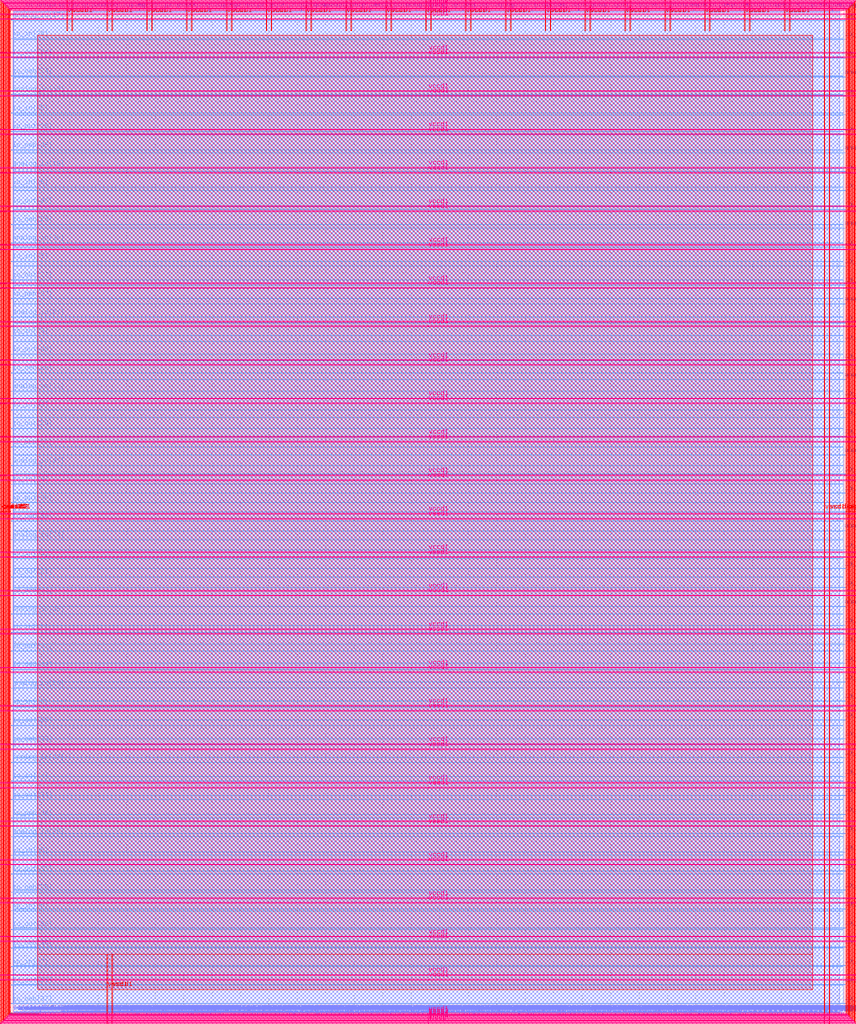
<source format=lef>
VERSION 5.7 ;
  NOWIREEXTENSIONATPIN ON ;
  DIVIDERCHAR "/" ;
  BUSBITCHARS "[]" ;
MACRO user_project_wrapper
  CLASS BLOCK ;
  FOREIGN user_project_wrapper ;
  ORIGIN 0.000 0.000 ;
  SIZE 2920.000 BY 3520.000 ;
  PIN analog_io[0]
    DIRECTION INOUT ;
    USE SIGNAL ;
    PORT
      LAYER met3 ;
        RECT 2917.600 1426.380 2924.800 1427.580 ;
    END
  END analog_io[0]
  PIN analog_io[10]
    DIRECTION INOUT ;
    USE SIGNAL ;
    PORT
      LAYER met2 ;
        RECT 2230.490 3517.600 2231.050 3524.800 ;
    END
  END analog_io[10]
  PIN analog_io[11]
    DIRECTION INOUT ;
    USE SIGNAL ;
    PORT
      LAYER met2 ;
        RECT 1905.730 3517.600 1906.290 3524.800 ;
    END
  END analog_io[11]
  PIN analog_io[12]
    DIRECTION INOUT ;
    USE SIGNAL ;
    PORT
      LAYER met2 ;
        RECT 1581.430 3517.600 1581.990 3524.800 ;
    END
  END analog_io[12]
  PIN analog_io[13]
    DIRECTION INOUT ;
    USE SIGNAL ;
    PORT
      LAYER met2 ;
        RECT 1257.130 3517.600 1257.690 3524.800 ;
    END
  END analog_io[13]
  PIN analog_io[14]
    DIRECTION INOUT ;
    USE SIGNAL ;
    PORT
      LAYER met2 ;
        RECT 932.370 3517.600 932.930 3524.800 ;
    END
  END analog_io[14]
  PIN analog_io[15]
    DIRECTION INOUT ;
    USE SIGNAL ;
    PORT
      LAYER met2 ;
        RECT 608.070 3517.600 608.630 3524.800 ;
    END
  END analog_io[15]
  PIN analog_io[16]
    DIRECTION INOUT ;
    USE SIGNAL ;
    PORT
      LAYER met2 ;
        RECT 283.770 3517.600 284.330 3524.800 ;
    END
  END analog_io[16]
  PIN analog_io[17]
    DIRECTION INOUT ;
    USE SIGNAL ;
    PORT
      LAYER met3 ;
        RECT -4.800 3486.100 2.400 3487.300 ;
    END
  END analog_io[17]
  PIN analog_io[18]
    DIRECTION INOUT ;
    USE SIGNAL ;
    PORT
      LAYER met3 ;
        RECT -4.800 3224.980 2.400 3226.180 ;
    END
  END analog_io[18]
  PIN analog_io[19]
    DIRECTION INOUT ;
    USE SIGNAL ;
    PORT
      LAYER met3 ;
        RECT -4.800 2964.540 2.400 2965.740 ;
    END
  END analog_io[19]
  PIN analog_io[1]
    DIRECTION INOUT ;
    USE SIGNAL ;
    PORT
      LAYER met3 ;
        RECT 2917.600 1692.260 2924.800 1693.460 ;
    END
  END analog_io[1]
  PIN analog_io[20]
    DIRECTION INOUT ;
    USE SIGNAL ;
    PORT
      LAYER met3 ;
        RECT -4.800 2703.420 2.400 2704.620 ;
    END
  END analog_io[20]
  PIN analog_io[21]
    DIRECTION INOUT ;
    USE SIGNAL ;
    PORT
      LAYER met3 ;
        RECT -4.800 2442.980 2.400 2444.180 ;
    END
  END analog_io[21]
  PIN analog_io[22]
    DIRECTION INOUT ;
    USE SIGNAL ;
    PORT
      LAYER met3 ;
        RECT -4.800 2182.540 2.400 2183.740 ;
    END
  END analog_io[22]
  PIN analog_io[23]
    DIRECTION INOUT ;
    USE SIGNAL ;
    PORT
      LAYER met3 ;
        RECT -4.800 1921.420 2.400 1922.620 ;
    END
  END analog_io[23]
  PIN analog_io[24]
    DIRECTION INOUT ;
    USE SIGNAL ;
    PORT
      LAYER met3 ;
        RECT -4.800 1660.980 2.400 1662.180 ;
    END
  END analog_io[24]
  PIN analog_io[25]
    DIRECTION INOUT ;
    USE SIGNAL ;
    PORT
      LAYER met3 ;
        RECT -4.800 1399.860 2.400 1401.060 ;
    END
  END analog_io[25]
  PIN analog_io[26]
    DIRECTION INOUT ;
    USE SIGNAL ;
    PORT
      LAYER met3 ;
        RECT -4.800 1139.420 2.400 1140.620 ;
    END
  END analog_io[26]
  PIN analog_io[27]
    DIRECTION INOUT ;
    USE SIGNAL ;
    PORT
      LAYER met3 ;
        RECT -4.800 878.980 2.400 880.180 ;
    END
  END analog_io[27]
  PIN analog_io[28]
    DIRECTION INOUT ;
    USE SIGNAL ;
    PORT
      LAYER met3 ;
        RECT -4.800 617.860 2.400 619.060 ;
    END
  END analog_io[28]
  PIN analog_io[2]
    DIRECTION INOUT ;
    USE SIGNAL ;
    PORT
      LAYER met3 ;
        RECT 2917.600 1958.140 2924.800 1959.340 ;
    END
  END analog_io[2]
  PIN analog_io[3]
    DIRECTION INOUT ;
    USE SIGNAL ;
    PORT
      LAYER met3 ;
        RECT 2917.600 2223.340 2924.800 2224.540 ;
    END
  END analog_io[3]
  PIN analog_io[4]
    DIRECTION INOUT ;
    USE SIGNAL ;
    PORT
      LAYER met3 ;
        RECT 2917.600 2489.220 2924.800 2490.420 ;
    END
  END analog_io[4]
  PIN analog_io[5]
    DIRECTION INOUT ;
    USE SIGNAL ;
    PORT
      LAYER met3 ;
        RECT 2917.600 2755.100 2924.800 2756.300 ;
    END
  END analog_io[5]
  PIN analog_io[6]
    DIRECTION INOUT ;
    USE SIGNAL ;
    PORT
      LAYER met3 ;
        RECT 2917.600 3020.300 2924.800 3021.500 ;
    END
  END analog_io[6]
  PIN analog_io[7]
    DIRECTION INOUT ;
    USE SIGNAL ;
    PORT
      LAYER met3 ;
        RECT 2917.600 3286.180 2924.800 3287.380 ;
    END
  END analog_io[7]
  PIN analog_io[8]
    DIRECTION INOUT ;
    USE SIGNAL ;
    PORT
      LAYER met2 ;
        RECT 2879.090 3517.600 2879.650 3524.800 ;
    END
  END analog_io[8]
  PIN analog_io[9]
    DIRECTION INOUT ;
    USE SIGNAL ;
    PORT
      LAYER met2 ;
        RECT 2554.790 3517.600 2555.350 3524.800 ;
    END
  END analog_io[9]
  PIN io_in[0]
    DIRECTION INPUT ;
    USE SIGNAL ;
    PORT
      LAYER met3 ;
        RECT 2917.600 32.380 2924.800 33.580 ;
    END
  END io_in[0]
  PIN io_in[10]
    DIRECTION INPUT ;
    USE SIGNAL ;
    PORT
      LAYER met3 ;
        RECT 2917.600 2289.980 2924.800 2291.180 ;
    END
  END io_in[10]
  PIN io_in[11]
    DIRECTION INPUT ;
    USE SIGNAL ;
    PORT
      LAYER met3 ;
        RECT 2917.600 2555.860 2924.800 2557.060 ;
    END
  END io_in[11]
  PIN io_in[12]
    DIRECTION INPUT ;
    USE SIGNAL ;
    PORT
      LAYER met3 ;
        RECT 2917.600 2821.060 2924.800 2822.260 ;
    END
  END io_in[12]
  PIN io_in[13]
    DIRECTION INPUT ;
    USE SIGNAL ;
    PORT
      LAYER met3 ;
        RECT 2917.600 3086.940 2924.800 3088.140 ;
    END
  END io_in[13]
  PIN io_in[14]
    DIRECTION INPUT ;
    USE SIGNAL ;
    PORT
      LAYER met3 ;
        RECT 2917.600 3352.820 2924.800 3354.020 ;
    END
  END io_in[14]
  PIN io_in[15]
    DIRECTION INPUT ;
    USE SIGNAL ;
    PORT
      LAYER met2 ;
        RECT 2798.130 3517.600 2798.690 3524.800 ;
    END
  END io_in[15]
  PIN io_in[16]
    DIRECTION INPUT ;
    USE SIGNAL ;
    PORT
      LAYER met2 ;
        RECT 2473.830 3517.600 2474.390 3524.800 ;
    END
  END io_in[16]
  PIN io_in[17]
    DIRECTION INPUT ;
    USE SIGNAL ;
    PORT
      LAYER met2 ;
        RECT 2149.070 3517.600 2149.630 3524.800 ;
    END
  END io_in[17]
  PIN io_in[18]
    DIRECTION INPUT ;
    USE SIGNAL ;
    PORT
      LAYER met2 ;
        RECT 1824.770 3517.600 1825.330 3524.800 ;
    END
  END io_in[18]
  PIN io_in[19]
    DIRECTION INPUT ;
    USE SIGNAL ;
    PORT
      LAYER met2 ;
        RECT 1500.470 3517.600 1501.030 3524.800 ;
    END
  END io_in[19]
  PIN io_in[1]
    DIRECTION INPUT ;
    USE SIGNAL ;
    PORT
      LAYER met3 ;
        RECT 2917.600 230.940 2924.800 232.140 ;
    END
  END io_in[1]
  PIN io_in[20]
    DIRECTION INPUT ;
    USE SIGNAL ;
    PORT
      LAYER met2 ;
        RECT 1175.710 3517.600 1176.270 3524.800 ;
    END
  END io_in[20]
  PIN io_in[21]
    DIRECTION INPUT ;
    USE SIGNAL ;
    PORT
      LAYER met2 ;
        RECT 851.410 3517.600 851.970 3524.800 ;
    END
  END io_in[21]
  PIN io_in[22]
    DIRECTION INPUT ;
    USE SIGNAL ;
    PORT
      LAYER met2 ;
        RECT 527.110 3517.600 527.670 3524.800 ;
    END
  END io_in[22]
  PIN io_in[23]
    DIRECTION INPUT ;
    USE SIGNAL ;
    PORT
      LAYER met2 ;
        RECT 202.350 3517.600 202.910 3524.800 ;
    END
  END io_in[23]
  PIN io_in[24]
    DIRECTION INPUT ;
    USE SIGNAL ;
    PORT
      LAYER met3 ;
        RECT -4.800 3420.820 2.400 3422.020 ;
    END
  END io_in[24]
  PIN io_in[25]
    DIRECTION INPUT ;
    USE SIGNAL ;
    PORT
      LAYER met3 ;
        RECT -4.800 3159.700 2.400 3160.900 ;
    END
  END io_in[25]
  PIN io_in[26]
    DIRECTION INPUT ;
    USE SIGNAL ;
    PORT
      LAYER met3 ;
        RECT -4.800 2899.260 2.400 2900.460 ;
    END
  END io_in[26]
  PIN io_in[27]
    DIRECTION INPUT ;
    USE SIGNAL ;
    PORT
      LAYER met3 ;
        RECT -4.800 2638.820 2.400 2640.020 ;
    END
  END io_in[27]
  PIN io_in[28]
    DIRECTION INPUT ;
    USE SIGNAL ;
    PORT
      LAYER met3 ;
        RECT -4.800 2377.700 2.400 2378.900 ;
    END
  END io_in[28]
  PIN io_in[29]
    DIRECTION INPUT ;
    USE SIGNAL ;
    PORT
      LAYER met3 ;
        RECT -4.800 2117.260 2.400 2118.460 ;
    END
  END io_in[29]
  PIN io_in[2]
    DIRECTION INPUT ;
    USE SIGNAL ;
    PORT
      LAYER met3 ;
        RECT 2917.600 430.180 2924.800 431.380 ;
    END
  END io_in[2]
  PIN io_in[30]
    DIRECTION INPUT ;
    USE SIGNAL ;
    PORT
      LAYER met3 ;
        RECT -4.800 1856.140 2.400 1857.340 ;
    END
  END io_in[30]
  PIN io_in[31]
    DIRECTION INPUT ;
    USE SIGNAL ;
    PORT
      LAYER met3 ;
        RECT -4.800 1595.700 2.400 1596.900 ;
    END
  END io_in[31]
  PIN io_in[32]
    DIRECTION INPUT ;
    USE SIGNAL ;
    PORT
      LAYER met3 ;
        RECT -4.800 1335.260 2.400 1336.460 ;
    END
  END io_in[32]
  PIN io_in[33]
    DIRECTION INPUT ;
    USE SIGNAL ;
    PORT
      LAYER met3 ;
        RECT -4.800 1074.140 2.400 1075.340 ;
    END
  END io_in[33]
  PIN io_in[34]
    DIRECTION INPUT ;
    USE SIGNAL ;
    PORT
      LAYER met3 ;
        RECT -4.800 813.700 2.400 814.900 ;
    END
  END io_in[34]
  PIN io_in[35]
    DIRECTION INPUT ;
    USE SIGNAL ;
    PORT
      LAYER met3 ;
        RECT -4.800 552.580 2.400 553.780 ;
    END
  END io_in[35]
  PIN io_in[36]
    DIRECTION INPUT ;
    USE SIGNAL ;
    PORT
      LAYER met3 ;
        RECT -4.800 357.420 2.400 358.620 ;
    END
  END io_in[36]
  PIN io_in[37]
    DIRECTION INPUT ;
    USE SIGNAL ;
    PORT
      LAYER met3 ;
        RECT -4.800 161.580 2.400 162.780 ;
    END
  END io_in[37]
  PIN io_in[3]
    DIRECTION INPUT ;
    USE SIGNAL ;
    PORT
      LAYER met3 ;
        RECT 2917.600 629.420 2924.800 630.620 ;
    END
  END io_in[3]
  PIN io_in[4]
    DIRECTION INPUT ;
    USE SIGNAL ;
    PORT
      LAYER met3 ;
        RECT 2917.600 828.660 2924.800 829.860 ;
    END
  END io_in[4]
  PIN io_in[5]
    DIRECTION INPUT ;
    USE SIGNAL ;
    PORT
      LAYER met3 ;
        RECT 2917.600 1027.900 2924.800 1029.100 ;
    END
  END io_in[5]
  PIN io_in[6]
    DIRECTION INPUT ;
    USE SIGNAL ;
    PORT
      LAYER met3 ;
        RECT 2917.600 1227.140 2924.800 1228.340 ;
    END
  END io_in[6]
  PIN io_in[7]
    DIRECTION INPUT ;
    USE SIGNAL ;
    PORT
      LAYER met3 ;
        RECT 2917.600 1493.020 2924.800 1494.220 ;
    END
  END io_in[7]
  PIN io_in[8]
    DIRECTION INPUT ;
    USE SIGNAL ;
    PORT
      LAYER met3 ;
        RECT 2917.600 1758.900 2924.800 1760.100 ;
    END
  END io_in[8]
  PIN io_in[9]
    DIRECTION INPUT ;
    USE SIGNAL ;
    PORT
      LAYER met3 ;
        RECT 2917.600 2024.100 2924.800 2025.300 ;
    END
  END io_in[9]
  PIN io_oeb[0]
    DIRECTION OUTPUT TRISTATE ;
    USE SIGNAL ;
    PORT
      LAYER met3 ;
        RECT 2917.600 164.980 2924.800 166.180 ;
    END
  END io_oeb[0]
  PIN io_oeb[10]
    DIRECTION OUTPUT TRISTATE ;
    USE SIGNAL ;
    PORT
      LAYER met3 ;
        RECT 2917.600 2422.580 2924.800 2423.780 ;
    END
  END io_oeb[10]
  PIN io_oeb[11]
    DIRECTION OUTPUT TRISTATE ;
    USE SIGNAL ;
    PORT
      LAYER met3 ;
        RECT 2917.600 2688.460 2924.800 2689.660 ;
    END
  END io_oeb[11]
  PIN io_oeb[12]
    DIRECTION OUTPUT TRISTATE ;
    USE SIGNAL ;
    PORT
      LAYER met3 ;
        RECT 2917.600 2954.340 2924.800 2955.540 ;
    END
  END io_oeb[12]
  PIN io_oeb[13]
    DIRECTION OUTPUT TRISTATE ;
    USE SIGNAL ;
    PORT
      LAYER met3 ;
        RECT 2917.600 3219.540 2924.800 3220.740 ;
    END
  END io_oeb[13]
  PIN io_oeb[14]
    DIRECTION OUTPUT TRISTATE ;
    USE SIGNAL ;
    PORT
      LAYER met3 ;
        RECT 2917.600 3485.420 2924.800 3486.620 ;
    END
  END io_oeb[14]
  PIN io_oeb[15]
    DIRECTION OUTPUT TRISTATE ;
    USE SIGNAL ;
    PORT
      LAYER met2 ;
        RECT 2635.750 3517.600 2636.310 3524.800 ;
    END
  END io_oeb[15]
  PIN io_oeb[16]
    DIRECTION OUTPUT TRISTATE ;
    USE SIGNAL ;
    PORT
      LAYER met2 ;
        RECT 2311.450 3517.600 2312.010 3524.800 ;
    END
  END io_oeb[16]
  PIN io_oeb[17]
    DIRECTION OUTPUT TRISTATE ;
    USE SIGNAL ;
    PORT
      LAYER met2 ;
        RECT 1987.150 3517.600 1987.710 3524.800 ;
    END
  END io_oeb[17]
  PIN io_oeb[18]
    DIRECTION OUTPUT TRISTATE ;
    USE SIGNAL ;
    PORT
      LAYER met2 ;
        RECT 1662.390 3517.600 1662.950 3524.800 ;
    END
  END io_oeb[18]
  PIN io_oeb[19]
    DIRECTION OUTPUT TRISTATE ;
    USE SIGNAL ;
    PORT
      LAYER met2 ;
        RECT 1338.090 3517.600 1338.650 3524.800 ;
    END
  END io_oeb[19]
  PIN io_oeb[1]
    DIRECTION OUTPUT TRISTATE ;
    USE SIGNAL ;
    PORT
      LAYER met3 ;
        RECT 2917.600 364.220 2924.800 365.420 ;
    END
  END io_oeb[1]
  PIN io_oeb[20]
    DIRECTION OUTPUT TRISTATE ;
    USE SIGNAL ;
    PORT
      LAYER met2 ;
        RECT 1013.790 3517.600 1014.350 3524.800 ;
    END
  END io_oeb[20]
  PIN io_oeb[21]
    DIRECTION OUTPUT TRISTATE ;
    USE SIGNAL ;
    PORT
      LAYER met2 ;
        RECT 689.030 3517.600 689.590 3524.800 ;
    END
  END io_oeb[21]
  PIN io_oeb[22]
    DIRECTION OUTPUT TRISTATE ;
    USE SIGNAL ;
    PORT
      LAYER met2 ;
        RECT 364.730 3517.600 365.290 3524.800 ;
    END
  END io_oeb[22]
  PIN io_oeb[23]
    DIRECTION OUTPUT TRISTATE ;
    USE SIGNAL ;
    PORT
      LAYER met2 ;
        RECT 40.430 3517.600 40.990 3524.800 ;
    END
  END io_oeb[23]
  PIN io_oeb[24]
    DIRECTION OUTPUT TRISTATE ;
    USE SIGNAL ;
    PORT
      LAYER met3 ;
        RECT -4.800 3290.260 2.400 3291.460 ;
    END
  END io_oeb[24]
  PIN io_oeb[25]
    DIRECTION OUTPUT TRISTATE ;
    USE SIGNAL ;
    PORT
      LAYER met3 ;
        RECT -4.800 3029.820 2.400 3031.020 ;
    END
  END io_oeb[25]
  PIN io_oeb[26]
    DIRECTION OUTPUT TRISTATE ;
    USE SIGNAL ;
    PORT
      LAYER met3 ;
        RECT -4.800 2768.700 2.400 2769.900 ;
    END
  END io_oeb[26]
  PIN io_oeb[27]
    DIRECTION OUTPUT TRISTATE ;
    USE SIGNAL ;
    PORT
      LAYER met3 ;
        RECT -4.800 2508.260 2.400 2509.460 ;
    END
  END io_oeb[27]
  PIN io_oeb[28]
    DIRECTION OUTPUT TRISTATE ;
    USE SIGNAL ;
    PORT
      LAYER met3 ;
        RECT -4.800 2247.140 2.400 2248.340 ;
    END
  END io_oeb[28]
  PIN io_oeb[29]
    DIRECTION OUTPUT TRISTATE ;
    USE SIGNAL ;
    PORT
      LAYER met3 ;
        RECT -4.800 1986.700 2.400 1987.900 ;
    END
  END io_oeb[29]
  PIN io_oeb[2]
    DIRECTION OUTPUT TRISTATE ;
    USE SIGNAL ;
    PORT
      LAYER met3 ;
        RECT 2917.600 563.460 2924.800 564.660 ;
    END
  END io_oeb[2]
  PIN io_oeb[30]
    DIRECTION OUTPUT TRISTATE ;
    USE SIGNAL ;
    PORT
      LAYER met3 ;
        RECT -4.800 1726.260 2.400 1727.460 ;
    END
  END io_oeb[30]
  PIN io_oeb[31]
    DIRECTION OUTPUT TRISTATE ;
    USE SIGNAL ;
    PORT
      LAYER met3 ;
        RECT -4.800 1465.140 2.400 1466.340 ;
    END
  END io_oeb[31]
  PIN io_oeb[32]
    DIRECTION OUTPUT TRISTATE ;
    USE SIGNAL ;
    PORT
      LAYER met3 ;
        RECT -4.800 1204.700 2.400 1205.900 ;
    END
  END io_oeb[32]
  PIN io_oeb[33]
    DIRECTION OUTPUT TRISTATE ;
    USE SIGNAL ;
    PORT
      LAYER met3 ;
        RECT -4.800 943.580 2.400 944.780 ;
    END
  END io_oeb[33]
  PIN io_oeb[34]
    DIRECTION OUTPUT TRISTATE ;
    USE SIGNAL ;
    PORT
      LAYER met3 ;
        RECT -4.800 683.140 2.400 684.340 ;
    END
  END io_oeb[34]
  PIN io_oeb[35]
    DIRECTION OUTPUT TRISTATE ;
    USE SIGNAL ;
    PORT
      LAYER met3 ;
        RECT -4.800 422.700 2.400 423.900 ;
    END
  END io_oeb[35]
  PIN io_oeb[36]
    DIRECTION OUTPUT TRISTATE ;
    USE SIGNAL ;
    PORT
      LAYER met3 ;
        RECT -4.800 226.860 2.400 228.060 ;
    END
  END io_oeb[36]
  PIN io_oeb[37]
    DIRECTION OUTPUT TRISTATE ;
    USE SIGNAL ;
    PORT
      LAYER met3 ;
        RECT -4.800 31.700 2.400 32.900 ;
    END
  END io_oeb[37]
  PIN io_oeb[3]
    DIRECTION OUTPUT TRISTATE ;
    USE SIGNAL ;
    PORT
      LAYER met3 ;
        RECT 2917.600 762.700 2924.800 763.900 ;
    END
  END io_oeb[3]
  PIN io_oeb[4]
    DIRECTION OUTPUT TRISTATE ;
    USE SIGNAL ;
    PORT
      LAYER met3 ;
        RECT 2917.600 961.940 2924.800 963.140 ;
    END
  END io_oeb[4]
  PIN io_oeb[5]
    DIRECTION OUTPUT TRISTATE ;
    USE SIGNAL ;
    PORT
      LAYER met3 ;
        RECT 2917.600 1161.180 2924.800 1162.380 ;
    END
  END io_oeb[5]
  PIN io_oeb[6]
    DIRECTION OUTPUT TRISTATE ;
    USE SIGNAL ;
    PORT
      LAYER met3 ;
        RECT 2917.600 1360.420 2924.800 1361.620 ;
    END
  END io_oeb[6]
  PIN io_oeb[7]
    DIRECTION OUTPUT TRISTATE ;
    USE SIGNAL ;
    PORT
      LAYER met3 ;
        RECT 2917.600 1625.620 2924.800 1626.820 ;
    END
  END io_oeb[7]
  PIN io_oeb[8]
    DIRECTION OUTPUT TRISTATE ;
    USE SIGNAL ;
    PORT
      LAYER met3 ;
        RECT 2917.600 1891.500 2924.800 1892.700 ;
    END
  END io_oeb[8]
  PIN io_oeb[9]
    DIRECTION OUTPUT TRISTATE ;
    USE SIGNAL ;
    PORT
      LAYER met3 ;
        RECT 2917.600 2157.380 2924.800 2158.580 ;
    END
  END io_oeb[9]
  PIN io_out[0]
    DIRECTION OUTPUT TRISTATE ;
    USE SIGNAL ;
    PORT
      LAYER met3 ;
        RECT 2917.600 98.340 2924.800 99.540 ;
    END
  END io_out[0]
  PIN io_out[10]
    DIRECTION OUTPUT TRISTATE ;
    USE SIGNAL ;
    PORT
      LAYER met3 ;
        RECT 2917.600 2356.620 2924.800 2357.820 ;
    END
  END io_out[10]
  PIN io_out[11]
    DIRECTION OUTPUT TRISTATE ;
    USE SIGNAL ;
    PORT
      LAYER met3 ;
        RECT 2917.600 2621.820 2924.800 2623.020 ;
    END
  END io_out[11]
  PIN io_out[12]
    DIRECTION OUTPUT TRISTATE ;
    USE SIGNAL ;
    PORT
      LAYER met3 ;
        RECT 2917.600 2887.700 2924.800 2888.900 ;
    END
  END io_out[12]
  PIN io_out[13]
    DIRECTION OUTPUT TRISTATE ;
    USE SIGNAL ;
    PORT
      LAYER met3 ;
        RECT 2917.600 3153.580 2924.800 3154.780 ;
    END
  END io_out[13]
  PIN io_out[14]
    DIRECTION OUTPUT TRISTATE ;
    USE SIGNAL ;
    PORT
      LAYER met3 ;
        RECT 2917.600 3418.780 2924.800 3419.980 ;
    END
  END io_out[14]
  PIN io_out[15]
    DIRECTION OUTPUT TRISTATE ;
    USE SIGNAL ;
    PORT
      LAYER met2 ;
        RECT 2717.170 3517.600 2717.730 3524.800 ;
    END
  END io_out[15]
  PIN io_out[16]
    DIRECTION OUTPUT TRISTATE ;
    USE SIGNAL ;
    PORT
      LAYER met2 ;
        RECT 2392.410 3517.600 2392.970 3524.800 ;
    END
  END io_out[16]
  PIN io_out[17]
    DIRECTION OUTPUT TRISTATE ;
    USE SIGNAL ;
    PORT
      LAYER met2 ;
        RECT 2068.110 3517.600 2068.670 3524.800 ;
    END
  END io_out[17]
  PIN io_out[18]
    DIRECTION OUTPUT TRISTATE ;
    USE SIGNAL ;
    PORT
      LAYER met2 ;
        RECT 1743.810 3517.600 1744.370 3524.800 ;
    END
  END io_out[18]
  PIN io_out[19]
    DIRECTION OUTPUT TRISTATE ;
    USE SIGNAL ;
    PORT
      LAYER met2 ;
        RECT 1419.050 3517.600 1419.610 3524.800 ;
    END
  END io_out[19]
  PIN io_out[1]
    DIRECTION OUTPUT TRISTATE ;
    USE SIGNAL ;
    PORT
      LAYER met3 ;
        RECT 2917.600 297.580 2924.800 298.780 ;
    END
  END io_out[1]
  PIN io_out[20]
    DIRECTION OUTPUT TRISTATE ;
    USE SIGNAL ;
    PORT
      LAYER met2 ;
        RECT 1094.750 3517.600 1095.310 3524.800 ;
    END
  END io_out[20]
  PIN io_out[21]
    DIRECTION OUTPUT TRISTATE ;
    USE SIGNAL ;
    PORT
      LAYER met2 ;
        RECT 770.450 3517.600 771.010 3524.800 ;
    END
  END io_out[21]
  PIN io_out[22]
    DIRECTION OUTPUT TRISTATE ;
    USE SIGNAL ;
    PORT
      LAYER met2 ;
        RECT 445.690 3517.600 446.250 3524.800 ;
    END
  END io_out[22]
  PIN io_out[23]
    DIRECTION OUTPUT TRISTATE ;
    USE SIGNAL ;
    PORT
      LAYER met2 ;
        RECT 121.390 3517.600 121.950 3524.800 ;
    END
  END io_out[23]
  PIN io_out[24]
    DIRECTION OUTPUT TRISTATE ;
    USE SIGNAL ;
    PORT
      LAYER met3 ;
        RECT -4.800 3355.540 2.400 3356.740 ;
    END
  END io_out[24]
  PIN io_out[25]
    DIRECTION OUTPUT TRISTATE ;
    USE SIGNAL ;
    PORT
      LAYER met3 ;
        RECT -4.800 3095.100 2.400 3096.300 ;
    END
  END io_out[25]
  PIN io_out[26]
    DIRECTION OUTPUT TRISTATE ;
    USE SIGNAL ;
    PORT
      LAYER met3 ;
        RECT -4.800 2833.980 2.400 2835.180 ;
    END
  END io_out[26]
  PIN io_out[27]
    DIRECTION OUTPUT TRISTATE ;
    USE SIGNAL ;
    PORT
      LAYER met3 ;
        RECT -4.800 2573.540 2.400 2574.740 ;
    END
  END io_out[27]
  PIN io_out[28]
    DIRECTION OUTPUT TRISTATE ;
    USE SIGNAL ;
    PORT
      LAYER met3 ;
        RECT -4.800 2312.420 2.400 2313.620 ;
    END
  END io_out[28]
  PIN io_out[29]
    DIRECTION OUTPUT TRISTATE ;
    USE SIGNAL ;
    PORT
      LAYER met3 ;
        RECT -4.800 2051.980 2.400 2053.180 ;
    END
  END io_out[29]
  PIN io_out[2]
    DIRECTION OUTPUT TRISTATE ;
    USE SIGNAL ;
    PORT
      LAYER met3 ;
        RECT 2917.600 496.820 2924.800 498.020 ;
    END
  END io_out[2]
  PIN io_out[30]
    DIRECTION OUTPUT TRISTATE ;
    USE SIGNAL ;
    PORT
      LAYER met3 ;
        RECT -4.800 1791.540 2.400 1792.740 ;
    END
  END io_out[30]
  PIN io_out[31]
    DIRECTION OUTPUT TRISTATE ;
    USE SIGNAL ;
    PORT
      LAYER met3 ;
        RECT -4.800 1530.420 2.400 1531.620 ;
    END
  END io_out[31]
  PIN io_out[32]
    DIRECTION OUTPUT TRISTATE ;
    USE SIGNAL ;
    PORT
      LAYER met3 ;
        RECT -4.800 1269.980 2.400 1271.180 ;
    END
  END io_out[32]
  PIN io_out[33]
    DIRECTION OUTPUT TRISTATE ;
    USE SIGNAL ;
    PORT
      LAYER met3 ;
        RECT -4.800 1008.860 2.400 1010.060 ;
    END
  END io_out[33]
  PIN io_out[34]
    DIRECTION OUTPUT TRISTATE ;
    USE SIGNAL ;
    PORT
      LAYER met3 ;
        RECT -4.800 748.420 2.400 749.620 ;
    END
  END io_out[34]
  PIN io_out[35]
    DIRECTION OUTPUT TRISTATE ;
    USE SIGNAL ;
    PORT
      LAYER met3 ;
        RECT -4.800 487.300 2.400 488.500 ;
    END
  END io_out[35]
  PIN io_out[36]
    DIRECTION OUTPUT TRISTATE ;
    USE SIGNAL ;
    PORT
      LAYER met3 ;
        RECT -4.800 292.140 2.400 293.340 ;
    END
  END io_out[36]
  PIN io_out[37]
    DIRECTION OUTPUT TRISTATE ;
    USE SIGNAL ;
    PORT
      LAYER met3 ;
        RECT -4.800 96.300 2.400 97.500 ;
    END
  END io_out[37]
  PIN io_out[3]
    DIRECTION OUTPUT TRISTATE ;
    USE SIGNAL ;
    PORT
      LAYER met3 ;
        RECT 2917.600 696.060 2924.800 697.260 ;
    END
  END io_out[3]
  PIN io_out[4]
    DIRECTION OUTPUT TRISTATE ;
    USE SIGNAL ;
    PORT
      LAYER met3 ;
        RECT 2917.600 895.300 2924.800 896.500 ;
    END
  END io_out[4]
  PIN io_out[5]
    DIRECTION OUTPUT TRISTATE ;
    USE SIGNAL ;
    PORT
      LAYER met3 ;
        RECT 2917.600 1094.540 2924.800 1095.740 ;
    END
  END io_out[5]
  PIN io_out[6]
    DIRECTION OUTPUT TRISTATE ;
    USE SIGNAL ;
    PORT
      LAYER met3 ;
        RECT 2917.600 1293.780 2924.800 1294.980 ;
    END
  END io_out[6]
  PIN io_out[7]
    DIRECTION OUTPUT TRISTATE ;
    USE SIGNAL ;
    PORT
      LAYER met3 ;
        RECT 2917.600 1559.660 2924.800 1560.860 ;
    END
  END io_out[7]
  PIN io_out[8]
    DIRECTION OUTPUT TRISTATE ;
    USE SIGNAL ;
    PORT
      LAYER met3 ;
        RECT 2917.600 1824.860 2924.800 1826.060 ;
    END
  END io_out[8]
  PIN io_out[9]
    DIRECTION OUTPUT TRISTATE ;
    USE SIGNAL ;
    PORT
      LAYER met3 ;
        RECT 2917.600 2090.740 2924.800 2091.940 ;
    END
  END io_out[9]
  PIN la_data_in[0]
    DIRECTION INPUT ;
    USE SIGNAL ;
    PORT
      LAYER met2 ;
        RECT 629.230 -4.800 629.790 2.400 ;
    END
  END la_data_in[0]
  PIN la_data_in[100]
    DIRECTION INPUT ;
    USE SIGNAL ;
    PORT
      LAYER met2 ;
        RECT 2402.530 -4.800 2403.090 2.400 ;
    END
  END la_data_in[100]
  PIN la_data_in[101]
    DIRECTION INPUT ;
    USE SIGNAL ;
    PORT
      LAYER met2 ;
        RECT 2420.010 -4.800 2420.570 2.400 ;
    END
  END la_data_in[101]
  PIN la_data_in[102]
    DIRECTION INPUT ;
    USE SIGNAL ;
    PORT
      LAYER met2 ;
        RECT 2437.950 -4.800 2438.510 2.400 ;
    END
  END la_data_in[102]
  PIN la_data_in[103]
    DIRECTION INPUT ;
    USE SIGNAL ;
    PORT
      LAYER met2 ;
        RECT 2455.430 -4.800 2455.990 2.400 ;
    END
  END la_data_in[103]
  PIN la_data_in[104]
    DIRECTION INPUT ;
    USE SIGNAL ;
    PORT
      LAYER met2 ;
        RECT 2473.370 -4.800 2473.930 2.400 ;
    END
  END la_data_in[104]
  PIN la_data_in[105]
    DIRECTION INPUT ;
    USE SIGNAL ;
    PORT
      LAYER met2 ;
        RECT 2490.850 -4.800 2491.410 2.400 ;
    END
  END la_data_in[105]
  PIN la_data_in[106]
    DIRECTION INPUT ;
    USE SIGNAL ;
    PORT
      LAYER met2 ;
        RECT 2508.790 -4.800 2509.350 2.400 ;
    END
  END la_data_in[106]
  PIN la_data_in[107]
    DIRECTION INPUT ;
    USE SIGNAL ;
    PORT
      LAYER met2 ;
        RECT 2526.730 -4.800 2527.290 2.400 ;
    END
  END la_data_in[107]
  PIN la_data_in[108]
    DIRECTION INPUT ;
    USE SIGNAL ;
    PORT
      LAYER met2 ;
        RECT 2544.210 -4.800 2544.770 2.400 ;
    END
  END la_data_in[108]
  PIN la_data_in[109]
    DIRECTION INPUT ;
    USE SIGNAL ;
    PORT
      LAYER met2 ;
        RECT 2562.150 -4.800 2562.710 2.400 ;
    END
  END la_data_in[109]
  PIN la_data_in[10]
    DIRECTION INPUT ;
    USE SIGNAL ;
    PORT
      LAYER met2 ;
        RECT 806.330 -4.800 806.890 2.400 ;
    END
  END la_data_in[10]
  PIN la_data_in[110]
    DIRECTION INPUT ;
    USE SIGNAL ;
    PORT
      LAYER met2 ;
        RECT 2579.630 -4.800 2580.190 2.400 ;
    END
  END la_data_in[110]
  PIN la_data_in[111]
    DIRECTION INPUT ;
    USE SIGNAL ;
    PORT
      LAYER met2 ;
        RECT 2597.570 -4.800 2598.130 2.400 ;
    END
  END la_data_in[111]
  PIN la_data_in[112]
    DIRECTION INPUT ;
    USE SIGNAL ;
    PORT
      LAYER met2 ;
        RECT 2615.050 -4.800 2615.610 2.400 ;
    END
  END la_data_in[112]
  PIN la_data_in[113]
    DIRECTION INPUT ;
    USE SIGNAL ;
    PORT
      LAYER met2 ;
        RECT 2632.990 -4.800 2633.550 2.400 ;
    END
  END la_data_in[113]
  PIN la_data_in[114]
    DIRECTION INPUT ;
    USE SIGNAL ;
    PORT
      LAYER met2 ;
        RECT 2650.470 -4.800 2651.030 2.400 ;
    END
  END la_data_in[114]
  PIN la_data_in[115]
    DIRECTION INPUT ;
    USE SIGNAL ;
    PORT
      LAYER met2 ;
        RECT 2668.410 -4.800 2668.970 2.400 ;
    END
  END la_data_in[115]
  PIN la_data_in[116]
    DIRECTION INPUT ;
    USE SIGNAL ;
    PORT
      LAYER met2 ;
        RECT 2685.890 -4.800 2686.450 2.400 ;
    END
  END la_data_in[116]
  PIN la_data_in[117]
    DIRECTION INPUT ;
    USE SIGNAL ;
    PORT
      LAYER met2 ;
        RECT 2703.830 -4.800 2704.390 2.400 ;
    END
  END la_data_in[117]
  PIN la_data_in[118]
    DIRECTION INPUT ;
    USE SIGNAL ;
    PORT
      LAYER met2 ;
        RECT 2721.770 -4.800 2722.330 2.400 ;
    END
  END la_data_in[118]
  PIN la_data_in[119]
    DIRECTION INPUT ;
    USE SIGNAL ;
    PORT
      LAYER met2 ;
        RECT 2739.250 -4.800 2739.810 2.400 ;
    END
  END la_data_in[119]
  PIN la_data_in[11]
    DIRECTION INPUT ;
    USE SIGNAL ;
    PORT
      LAYER met2 ;
        RECT 824.270 -4.800 824.830 2.400 ;
    END
  END la_data_in[11]
  PIN la_data_in[120]
    DIRECTION INPUT ;
    USE SIGNAL ;
    PORT
      LAYER met2 ;
        RECT 2757.190 -4.800 2757.750 2.400 ;
    END
  END la_data_in[120]
  PIN la_data_in[121]
    DIRECTION INPUT ;
    USE SIGNAL ;
    PORT
      LAYER met2 ;
        RECT 2774.670 -4.800 2775.230 2.400 ;
    END
  END la_data_in[121]
  PIN la_data_in[122]
    DIRECTION INPUT ;
    USE SIGNAL ;
    PORT
      LAYER met2 ;
        RECT 2792.610 -4.800 2793.170 2.400 ;
    END
  END la_data_in[122]
  PIN la_data_in[123]
    DIRECTION INPUT ;
    USE SIGNAL ;
    PORT
      LAYER met2 ;
        RECT 2810.090 -4.800 2810.650 2.400 ;
    END
  END la_data_in[123]
  PIN la_data_in[124]
    DIRECTION INPUT ;
    USE SIGNAL ;
    PORT
      LAYER met2 ;
        RECT 2828.030 -4.800 2828.590 2.400 ;
    END
  END la_data_in[124]
  PIN la_data_in[125]
    DIRECTION INPUT ;
    USE SIGNAL ;
    PORT
      LAYER met2 ;
        RECT 2845.510 -4.800 2846.070 2.400 ;
    END
  END la_data_in[125]
  PIN la_data_in[126]
    DIRECTION INPUT ;
    USE SIGNAL ;
    PORT
      LAYER met2 ;
        RECT 2863.450 -4.800 2864.010 2.400 ;
    END
  END la_data_in[126]
  PIN la_data_in[127]
    DIRECTION INPUT ;
    USE SIGNAL ;
    PORT
      LAYER met2 ;
        RECT 2881.390 -4.800 2881.950 2.400 ;
    END
  END la_data_in[127]
  PIN la_data_in[12]
    DIRECTION INPUT ;
    USE SIGNAL ;
    PORT
      LAYER met2 ;
        RECT 841.750 -4.800 842.310 2.400 ;
    END
  END la_data_in[12]
  PIN la_data_in[13]
    DIRECTION INPUT ;
    USE SIGNAL ;
    PORT
      LAYER met2 ;
        RECT 859.690 -4.800 860.250 2.400 ;
    END
  END la_data_in[13]
  PIN la_data_in[14]
    DIRECTION INPUT ;
    USE SIGNAL ;
    PORT
      LAYER met2 ;
        RECT 877.170 -4.800 877.730 2.400 ;
    END
  END la_data_in[14]
  PIN la_data_in[15]
    DIRECTION INPUT ;
    USE SIGNAL ;
    PORT
      LAYER met2 ;
        RECT 895.110 -4.800 895.670 2.400 ;
    END
  END la_data_in[15]
  PIN la_data_in[16]
    DIRECTION INPUT ;
    USE SIGNAL ;
    PORT
      LAYER met2 ;
        RECT 912.590 -4.800 913.150 2.400 ;
    END
  END la_data_in[16]
  PIN la_data_in[17]
    DIRECTION INPUT ;
    USE SIGNAL ;
    PORT
      LAYER met2 ;
        RECT 930.530 -4.800 931.090 2.400 ;
    END
  END la_data_in[17]
  PIN la_data_in[18]
    DIRECTION INPUT ;
    USE SIGNAL ;
    PORT
      LAYER met2 ;
        RECT 948.470 -4.800 949.030 2.400 ;
    END
  END la_data_in[18]
  PIN la_data_in[19]
    DIRECTION INPUT ;
    USE SIGNAL ;
    PORT
      LAYER met2 ;
        RECT 965.950 -4.800 966.510 2.400 ;
    END
  END la_data_in[19]
  PIN la_data_in[1]
    DIRECTION INPUT ;
    USE SIGNAL ;
    PORT
      LAYER met2 ;
        RECT 646.710 -4.800 647.270 2.400 ;
    END
  END la_data_in[1]
  PIN la_data_in[20]
    DIRECTION INPUT ;
    USE SIGNAL ;
    PORT
      LAYER met2 ;
        RECT 983.890 -4.800 984.450 2.400 ;
    END
  END la_data_in[20]
  PIN la_data_in[21]
    DIRECTION INPUT ;
    USE SIGNAL ;
    PORT
      LAYER met2 ;
        RECT 1001.370 -4.800 1001.930 2.400 ;
    END
  END la_data_in[21]
  PIN la_data_in[22]
    DIRECTION INPUT ;
    USE SIGNAL ;
    PORT
      LAYER met2 ;
        RECT 1019.310 -4.800 1019.870 2.400 ;
    END
  END la_data_in[22]
  PIN la_data_in[23]
    DIRECTION INPUT ;
    USE SIGNAL ;
    PORT
      LAYER met2 ;
        RECT 1036.790 -4.800 1037.350 2.400 ;
    END
  END la_data_in[23]
  PIN la_data_in[24]
    DIRECTION INPUT ;
    USE SIGNAL ;
    PORT
      LAYER met2 ;
        RECT 1054.730 -4.800 1055.290 2.400 ;
    END
  END la_data_in[24]
  PIN la_data_in[25]
    DIRECTION INPUT ;
    USE SIGNAL ;
    PORT
      LAYER met2 ;
        RECT 1072.210 -4.800 1072.770 2.400 ;
    END
  END la_data_in[25]
  PIN la_data_in[26]
    DIRECTION INPUT ;
    USE SIGNAL ;
    PORT
      LAYER met2 ;
        RECT 1090.150 -4.800 1090.710 2.400 ;
    END
  END la_data_in[26]
  PIN la_data_in[27]
    DIRECTION INPUT ;
    USE SIGNAL ;
    PORT
      LAYER met2 ;
        RECT 1107.630 -4.800 1108.190 2.400 ;
    END
  END la_data_in[27]
  PIN la_data_in[28]
    DIRECTION INPUT ;
    USE SIGNAL ;
    PORT
      LAYER met2 ;
        RECT 1125.570 -4.800 1126.130 2.400 ;
    END
  END la_data_in[28]
  PIN la_data_in[29]
    DIRECTION INPUT ;
    USE SIGNAL ;
    PORT
      LAYER met2 ;
        RECT 1143.510 -4.800 1144.070 2.400 ;
    END
  END la_data_in[29]
  PIN la_data_in[2]
    DIRECTION INPUT ;
    USE SIGNAL ;
    PORT
      LAYER met2 ;
        RECT 664.650 -4.800 665.210 2.400 ;
    END
  END la_data_in[2]
  PIN la_data_in[30]
    DIRECTION INPUT ;
    USE SIGNAL ;
    PORT
      LAYER met2 ;
        RECT 1160.990 -4.800 1161.550 2.400 ;
    END
  END la_data_in[30]
  PIN la_data_in[31]
    DIRECTION INPUT ;
    USE SIGNAL ;
    PORT
      LAYER met2 ;
        RECT 1178.930 -4.800 1179.490 2.400 ;
    END
  END la_data_in[31]
  PIN la_data_in[32]
    DIRECTION INPUT ;
    USE SIGNAL ;
    PORT
      LAYER met2 ;
        RECT 1196.410 -4.800 1196.970 2.400 ;
    END
  END la_data_in[32]
  PIN la_data_in[33]
    DIRECTION INPUT ;
    USE SIGNAL ;
    PORT
      LAYER met2 ;
        RECT 1214.350 -4.800 1214.910 2.400 ;
    END
  END la_data_in[33]
  PIN la_data_in[34]
    DIRECTION INPUT ;
    USE SIGNAL ;
    PORT
      LAYER met2 ;
        RECT 1231.830 -4.800 1232.390 2.400 ;
    END
  END la_data_in[34]
  PIN la_data_in[35]
    DIRECTION INPUT ;
    USE SIGNAL ;
    PORT
      LAYER met2 ;
        RECT 1249.770 -4.800 1250.330 2.400 ;
    END
  END la_data_in[35]
  PIN la_data_in[36]
    DIRECTION INPUT ;
    USE SIGNAL ;
    PORT
      LAYER met2 ;
        RECT 1267.250 -4.800 1267.810 2.400 ;
    END
  END la_data_in[36]
  PIN la_data_in[37]
    DIRECTION INPUT ;
    USE SIGNAL ;
    PORT
      LAYER met2 ;
        RECT 1285.190 -4.800 1285.750 2.400 ;
    END
  END la_data_in[37]
  PIN la_data_in[38]
    DIRECTION INPUT ;
    USE SIGNAL ;
    PORT
      LAYER met2 ;
        RECT 1303.130 -4.800 1303.690 2.400 ;
    END
  END la_data_in[38]
  PIN la_data_in[39]
    DIRECTION INPUT ;
    USE SIGNAL ;
    PORT
      LAYER met2 ;
        RECT 1320.610 -4.800 1321.170 2.400 ;
    END
  END la_data_in[39]
  PIN la_data_in[3]
    DIRECTION INPUT ;
    USE SIGNAL ;
    PORT
      LAYER met2 ;
        RECT 682.130 -4.800 682.690 2.400 ;
    END
  END la_data_in[3]
  PIN la_data_in[40]
    DIRECTION INPUT ;
    USE SIGNAL ;
    PORT
      LAYER met2 ;
        RECT 1338.550 -4.800 1339.110 2.400 ;
    END
  END la_data_in[40]
  PIN la_data_in[41]
    DIRECTION INPUT ;
    USE SIGNAL ;
    PORT
      LAYER met2 ;
        RECT 1356.030 -4.800 1356.590 2.400 ;
    END
  END la_data_in[41]
  PIN la_data_in[42]
    DIRECTION INPUT ;
    USE SIGNAL ;
    PORT
      LAYER met2 ;
        RECT 1373.970 -4.800 1374.530 2.400 ;
    END
  END la_data_in[42]
  PIN la_data_in[43]
    DIRECTION INPUT ;
    USE SIGNAL ;
    PORT
      LAYER met2 ;
        RECT 1391.450 -4.800 1392.010 2.400 ;
    END
  END la_data_in[43]
  PIN la_data_in[44]
    DIRECTION INPUT ;
    USE SIGNAL ;
    PORT
      LAYER met2 ;
        RECT 1409.390 -4.800 1409.950 2.400 ;
    END
  END la_data_in[44]
  PIN la_data_in[45]
    DIRECTION INPUT ;
    USE SIGNAL ;
    PORT
      LAYER met2 ;
        RECT 1426.870 -4.800 1427.430 2.400 ;
    END
  END la_data_in[45]
  PIN la_data_in[46]
    DIRECTION INPUT ;
    USE SIGNAL ;
    PORT
      LAYER met2 ;
        RECT 1444.810 -4.800 1445.370 2.400 ;
    END
  END la_data_in[46]
  PIN la_data_in[47]
    DIRECTION INPUT ;
    USE SIGNAL ;
    PORT
      LAYER met2 ;
        RECT 1462.750 -4.800 1463.310 2.400 ;
    END
  END la_data_in[47]
  PIN la_data_in[48]
    DIRECTION INPUT ;
    USE SIGNAL ;
    PORT
      LAYER met2 ;
        RECT 1480.230 -4.800 1480.790 2.400 ;
    END
  END la_data_in[48]
  PIN la_data_in[49]
    DIRECTION INPUT ;
    USE SIGNAL ;
    PORT
      LAYER met2 ;
        RECT 1498.170 -4.800 1498.730 2.400 ;
    END
  END la_data_in[49]
  PIN la_data_in[4]
    DIRECTION INPUT ;
    USE SIGNAL ;
    PORT
      LAYER met2 ;
        RECT 700.070 -4.800 700.630 2.400 ;
    END
  END la_data_in[4]
  PIN la_data_in[50]
    DIRECTION INPUT ;
    USE SIGNAL ;
    PORT
      LAYER met2 ;
        RECT 1515.650 -4.800 1516.210 2.400 ;
    END
  END la_data_in[50]
  PIN la_data_in[51]
    DIRECTION INPUT ;
    USE SIGNAL ;
    PORT
      LAYER met2 ;
        RECT 1533.590 -4.800 1534.150 2.400 ;
    END
  END la_data_in[51]
  PIN la_data_in[52]
    DIRECTION INPUT ;
    USE SIGNAL ;
    PORT
      LAYER met2 ;
        RECT 1551.070 -4.800 1551.630 2.400 ;
    END
  END la_data_in[52]
  PIN la_data_in[53]
    DIRECTION INPUT ;
    USE SIGNAL ;
    PORT
      LAYER met2 ;
        RECT 1569.010 -4.800 1569.570 2.400 ;
    END
  END la_data_in[53]
  PIN la_data_in[54]
    DIRECTION INPUT ;
    USE SIGNAL ;
    PORT
      LAYER met2 ;
        RECT 1586.490 -4.800 1587.050 2.400 ;
    END
  END la_data_in[54]
  PIN la_data_in[55]
    DIRECTION INPUT ;
    USE SIGNAL ;
    PORT
      LAYER met2 ;
        RECT 1604.430 -4.800 1604.990 2.400 ;
    END
  END la_data_in[55]
  PIN la_data_in[56]
    DIRECTION INPUT ;
    USE SIGNAL ;
    PORT
      LAYER met2 ;
        RECT 1621.910 -4.800 1622.470 2.400 ;
    END
  END la_data_in[56]
  PIN la_data_in[57]
    DIRECTION INPUT ;
    USE SIGNAL ;
    PORT
      LAYER met2 ;
        RECT 1639.850 -4.800 1640.410 2.400 ;
    END
  END la_data_in[57]
  PIN la_data_in[58]
    DIRECTION INPUT ;
    USE SIGNAL ;
    PORT
      LAYER met2 ;
        RECT 1657.790 -4.800 1658.350 2.400 ;
    END
  END la_data_in[58]
  PIN la_data_in[59]
    DIRECTION INPUT ;
    USE SIGNAL ;
    PORT
      LAYER met2 ;
        RECT 1675.270 -4.800 1675.830 2.400 ;
    END
  END la_data_in[59]
  PIN la_data_in[5]
    DIRECTION INPUT ;
    USE SIGNAL ;
    PORT
      LAYER met2 ;
        RECT 717.550 -4.800 718.110 2.400 ;
    END
  END la_data_in[5]
  PIN la_data_in[60]
    DIRECTION INPUT ;
    USE SIGNAL ;
    PORT
      LAYER met2 ;
        RECT 1693.210 -4.800 1693.770 2.400 ;
    END
  END la_data_in[60]
  PIN la_data_in[61]
    DIRECTION INPUT ;
    USE SIGNAL ;
    PORT
      LAYER met2 ;
        RECT 1710.690 -4.800 1711.250 2.400 ;
    END
  END la_data_in[61]
  PIN la_data_in[62]
    DIRECTION INPUT ;
    USE SIGNAL ;
    PORT
      LAYER met2 ;
        RECT 1728.630 -4.800 1729.190 2.400 ;
    END
  END la_data_in[62]
  PIN la_data_in[63]
    DIRECTION INPUT ;
    USE SIGNAL ;
    PORT
      LAYER met2 ;
        RECT 1746.110 -4.800 1746.670 2.400 ;
    END
  END la_data_in[63]
  PIN la_data_in[64]
    DIRECTION INPUT ;
    USE SIGNAL ;
    PORT
      LAYER met2 ;
        RECT 1764.050 -4.800 1764.610 2.400 ;
    END
  END la_data_in[64]
  PIN la_data_in[65]
    DIRECTION INPUT ;
    USE SIGNAL ;
    PORT
      LAYER met2 ;
        RECT 1781.530 -4.800 1782.090 2.400 ;
    END
  END la_data_in[65]
  PIN la_data_in[66]
    DIRECTION INPUT ;
    USE SIGNAL ;
    PORT
      LAYER met2 ;
        RECT 1799.470 -4.800 1800.030 2.400 ;
    END
  END la_data_in[66]
  PIN la_data_in[67]
    DIRECTION INPUT ;
    USE SIGNAL ;
    PORT
      LAYER met2 ;
        RECT 1817.410 -4.800 1817.970 2.400 ;
    END
  END la_data_in[67]
  PIN la_data_in[68]
    DIRECTION INPUT ;
    USE SIGNAL ;
    PORT
      LAYER met2 ;
        RECT 1834.890 -4.800 1835.450 2.400 ;
    END
  END la_data_in[68]
  PIN la_data_in[69]
    DIRECTION INPUT ;
    USE SIGNAL ;
    PORT
      LAYER met2 ;
        RECT 1852.830 -4.800 1853.390 2.400 ;
    END
  END la_data_in[69]
  PIN la_data_in[6]
    DIRECTION INPUT ;
    USE SIGNAL ;
    PORT
      LAYER met2 ;
        RECT 735.490 -4.800 736.050 2.400 ;
    END
  END la_data_in[6]
  PIN la_data_in[70]
    DIRECTION INPUT ;
    USE SIGNAL ;
    PORT
      LAYER met2 ;
        RECT 1870.310 -4.800 1870.870 2.400 ;
    END
  END la_data_in[70]
  PIN la_data_in[71]
    DIRECTION INPUT ;
    USE SIGNAL ;
    PORT
      LAYER met2 ;
        RECT 1888.250 -4.800 1888.810 2.400 ;
    END
  END la_data_in[71]
  PIN la_data_in[72]
    DIRECTION INPUT ;
    USE SIGNAL ;
    PORT
      LAYER met2 ;
        RECT 1905.730 -4.800 1906.290 2.400 ;
    END
  END la_data_in[72]
  PIN la_data_in[73]
    DIRECTION INPUT ;
    USE SIGNAL ;
    PORT
      LAYER met2 ;
        RECT 1923.670 -4.800 1924.230 2.400 ;
    END
  END la_data_in[73]
  PIN la_data_in[74]
    DIRECTION INPUT ;
    USE SIGNAL ;
    PORT
      LAYER met2 ;
        RECT 1941.150 -4.800 1941.710 2.400 ;
    END
  END la_data_in[74]
  PIN la_data_in[75]
    DIRECTION INPUT ;
    USE SIGNAL ;
    PORT
      LAYER met2 ;
        RECT 1959.090 -4.800 1959.650 2.400 ;
    END
  END la_data_in[75]
  PIN la_data_in[76]
    DIRECTION INPUT ;
    USE SIGNAL ;
    PORT
      LAYER met2 ;
        RECT 1976.570 -4.800 1977.130 2.400 ;
    END
  END la_data_in[76]
  PIN la_data_in[77]
    DIRECTION INPUT ;
    USE SIGNAL ;
    PORT
      LAYER met2 ;
        RECT 1994.510 -4.800 1995.070 2.400 ;
    END
  END la_data_in[77]
  PIN la_data_in[78]
    DIRECTION INPUT ;
    USE SIGNAL ;
    PORT
      LAYER met2 ;
        RECT 2012.450 -4.800 2013.010 2.400 ;
    END
  END la_data_in[78]
  PIN la_data_in[79]
    DIRECTION INPUT ;
    USE SIGNAL ;
    PORT
      LAYER met2 ;
        RECT 2029.930 -4.800 2030.490 2.400 ;
    END
  END la_data_in[79]
  PIN la_data_in[7]
    DIRECTION INPUT ;
    USE SIGNAL ;
    PORT
      LAYER met2 ;
        RECT 752.970 -4.800 753.530 2.400 ;
    END
  END la_data_in[7]
  PIN la_data_in[80]
    DIRECTION INPUT ;
    USE SIGNAL ;
    PORT
      LAYER met2 ;
        RECT 2047.870 -4.800 2048.430 2.400 ;
    END
  END la_data_in[80]
  PIN la_data_in[81]
    DIRECTION INPUT ;
    USE SIGNAL ;
    PORT
      LAYER met2 ;
        RECT 2065.350 -4.800 2065.910 2.400 ;
    END
  END la_data_in[81]
  PIN la_data_in[82]
    DIRECTION INPUT ;
    USE SIGNAL ;
    PORT
      LAYER met2 ;
        RECT 2083.290 -4.800 2083.850 2.400 ;
    END
  END la_data_in[82]
  PIN la_data_in[83]
    DIRECTION INPUT ;
    USE SIGNAL ;
    PORT
      LAYER met2 ;
        RECT 2100.770 -4.800 2101.330 2.400 ;
    END
  END la_data_in[83]
  PIN la_data_in[84]
    DIRECTION INPUT ;
    USE SIGNAL ;
    PORT
      LAYER met2 ;
        RECT 2118.710 -4.800 2119.270 2.400 ;
    END
  END la_data_in[84]
  PIN la_data_in[85]
    DIRECTION INPUT ;
    USE SIGNAL ;
    PORT
      LAYER met2 ;
        RECT 2136.190 -4.800 2136.750 2.400 ;
    END
  END la_data_in[85]
  PIN la_data_in[86]
    DIRECTION INPUT ;
    USE SIGNAL ;
    PORT
      LAYER met2 ;
        RECT 2154.130 -4.800 2154.690 2.400 ;
    END
  END la_data_in[86]
  PIN la_data_in[87]
    DIRECTION INPUT ;
    USE SIGNAL ;
    PORT
      LAYER met2 ;
        RECT 2172.070 -4.800 2172.630 2.400 ;
    END
  END la_data_in[87]
  PIN la_data_in[88]
    DIRECTION INPUT ;
    USE SIGNAL ;
    PORT
      LAYER met2 ;
        RECT 2189.550 -4.800 2190.110 2.400 ;
    END
  END la_data_in[88]
  PIN la_data_in[89]
    DIRECTION INPUT ;
    USE SIGNAL ;
    PORT
      LAYER met2 ;
        RECT 2207.490 -4.800 2208.050 2.400 ;
    END
  END la_data_in[89]
  PIN la_data_in[8]
    DIRECTION INPUT ;
    USE SIGNAL ;
    PORT
      LAYER met2 ;
        RECT 770.910 -4.800 771.470 2.400 ;
    END
  END la_data_in[8]
  PIN la_data_in[90]
    DIRECTION INPUT ;
    USE SIGNAL ;
    PORT
      LAYER met2 ;
        RECT 2224.970 -4.800 2225.530 2.400 ;
    END
  END la_data_in[90]
  PIN la_data_in[91]
    DIRECTION INPUT ;
    USE SIGNAL ;
    PORT
      LAYER met2 ;
        RECT 2242.910 -4.800 2243.470 2.400 ;
    END
  END la_data_in[91]
  PIN la_data_in[92]
    DIRECTION INPUT ;
    USE SIGNAL ;
    PORT
      LAYER met2 ;
        RECT 2260.390 -4.800 2260.950 2.400 ;
    END
  END la_data_in[92]
  PIN la_data_in[93]
    DIRECTION INPUT ;
    USE SIGNAL ;
    PORT
      LAYER met2 ;
        RECT 2278.330 -4.800 2278.890 2.400 ;
    END
  END la_data_in[93]
  PIN la_data_in[94]
    DIRECTION INPUT ;
    USE SIGNAL ;
    PORT
      LAYER met2 ;
        RECT 2295.810 -4.800 2296.370 2.400 ;
    END
  END la_data_in[94]
  PIN la_data_in[95]
    DIRECTION INPUT ;
    USE SIGNAL ;
    PORT
      LAYER met2 ;
        RECT 2313.750 -4.800 2314.310 2.400 ;
    END
  END la_data_in[95]
  PIN la_data_in[96]
    DIRECTION INPUT ;
    USE SIGNAL ;
    PORT
      LAYER met2 ;
        RECT 2331.230 -4.800 2331.790 2.400 ;
    END
  END la_data_in[96]
  PIN la_data_in[97]
    DIRECTION INPUT ;
    USE SIGNAL ;
    PORT
      LAYER met2 ;
        RECT 2349.170 -4.800 2349.730 2.400 ;
    END
  END la_data_in[97]
  PIN la_data_in[98]
    DIRECTION INPUT ;
    USE SIGNAL ;
    PORT
      LAYER met2 ;
        RECT 2367.110 -4.800 2367.670 2.400 ;
    END
  END la_data_in[98]
  PIN la_data_in[99]
    DIRECTION INPUT ;
    USE SIGNAL ;
    PORT
      LAYER met2 ;
        RECT 2384.590 -4.800 2385.150 2.400 ;
    END
  END la_data_in[99]
  PIN la_data_in[9]
    DIRECTION INPUT ;
    USE SIGNAL ;
    PORT
      LAYER met2 ;
        RECT 788.850 -4.800 789.410 2.400 ;
    END
  END la_data_in[9]
  PIN la_data_out[0]
    DIRECTION OUTPUT TRISTATE ;
    USE SIGNAL ;
    PORT
      LAYER met2 ;
        RECT 634.750 -4.800 635.310 2.400 ;
    END
  END la_data_out[0]
  PIN la_data_out[100]
    DIRECTION OUTPUT TRISTATE ;
    USE SIGNAL ;
    PORT
      LAYER met2 ;
        RECT 2408.510 -4.800 2409.070 2.400 ;
    END
  END la_data_out[100]
  PIN la_data_out[101]
    DIRECTION OUTPUT TRISTATE ;
    USE SIGNAL ;
    PORT
      LAYER met2 ;
        RECT 2425.990 -4.800 2426.550 2.400 ;
    END
  END la_data_out[101]
  PIN la_data_out[102]
    DIRECTION OUTPUT TRISTATE ;
    USE SIGNAL ;
    PORT
      LAYER met2 ;
        RECT 2443.930 -4.800 2444.490 2.400 ;
    END
  END la_data_out[102]
  PIN la_data_out[103]
    DIRECTION OUTPUT TRISTATE ;
    USE SIGNAL ;
    PORT
      LAYER met2 ;
        RECT 2461.410 -4.800 2461.970 2.400 ;
    END
  END la_data_out[103]
  PIN la_data_out[104]
    DIRECTION OUTPUT TRISTATE ;
    USE SIGNAL ;
    PORT
      LAYER met2 ;
        RECT 2479.350 -4.800 2479.910 2.400 ;
    END
  END la_data_out[104]
  PIN la_data_out[105]
    DIRECTION OUTPUT TRISTATE ;
    USE SIGNAL ;
    PORT
      LAYER met2 ;
        RECT 2496.830 -4.800 2497.390 2.400 ;
    END
  END la_data_out[105]
  PIN la_data_out[106]
    DIRECTION OUTPUT TRISTATE ;
    USE SIGNAL ;
    PORT
      LAYER met2 ;
        RECT 2514.770 -4.800 2515.330 2.400 ;
    END
  END la_data_out[106]
  PIN la_data_out[107]
    DIRECTION OUTPUT TRISTATE ;
    USE SIGNAL ;
    PORT
      LAYER met2 ;
        RECT 2532.250 -4.800 2532.810 2.400 ;
    END
  END la_data_out[107]
  PIN la_data_out[108]
    DIRECTION OUTPUT TRISTATE ;
    USE SIGNAL ;
    PORT
      LAYER met2 ;
        RECT 2550.190 -4.800 2550.750 2.400 ;
    END
  END la_data_out[108]
  PIN la_data_out[109]
    DIRECTION OUTPUT TRISTATE ;
    USE SIGNAL ;
    PORT
      LAYER met2 ;
        RECT 2567.670 -4.800 2568.230 2.400 ;
    END
  END la_data_out[109]
  PIN la_data_out[10]
    DIRECTION OUTPUT TRISTATE ;
    USE SIGNAL ;
    PORT
      LAYER met2 ;
        RECT 812.310 -4.800 812.870 2.400 ;
    END
  END la_data_out[10]
  PIN la_data_out[110]
    DIRECTION OUTPUT TRISTATE ;
    USE SIGNAL ;
    PORT
      LAYER met2 ;
        RECT 2585.610 -4.800 2586.170 2.400 ;
    END
  END la_data_out[110]
  PIN la_data_out[111]
    DIRECTION OUTPUT TRISTATE ;
    USE SIGNAL ;
    PORT
      LAYER met2 ;
        RECT 2603.550 -4.800 2604.110 2.400 ;
    END
  END la_data_out[111]
  PIN la_data_out[112]
    DIRECTION OUTPUT TRISTATE ;
    USE SIGNAL ;
    PORT
      LAYER met2 ;
        RECT 2621.030 -4.800 2621.590 2.400 ;
    END
  END la_data_out[112]
  PIN la_data_out[113]
    DIRECTION OUTPUT TRISTATE ;
    USE SIGNAL ;
    PORT
      LAYER met2 ;
        RECT 2638.970 -4.800 2639.530 2.400 ;
    END
  END la_data_out[113]
  PIN la_data_out[114]
    DIRECTION OUTPUT TRISTATE ;
    USE SIGNAL ;
    PORT
      LAYER met2 ;
        RECT 2656.450 -4.800 2657.010 2.400 ;
    END
  END la_data_out[114]
  PIN la_data_out[115]
    DIRECTION OUTPUT TRISTATE ;
    USE SIGNAL ;
    PORT
      LAYER met2 ;
        RECT 2674.390 -4.800 2674.950 2.400 ;
    END
  END la_data_out[115]
  PIN la_data_out[116]
    DIRECTION OUTPUT TRISTATE ;
    USE SIGNAL ;
    PORT
      LAYER met2 ;
        RECT 2691.870 -4.800 2692.430 2.400 ;
    END
  END la_data_out[116]
  PIN la_data_out[117]
    DIRECTION OUTPUT TRISTATE ;
    USE SIGNAL ;
    PORT
      LAYER met2 ;
        RECT 2709.810 -4.800 2710.370 2.400 ;
    END
  END la_data_out[117]
  PIN la_data_out[118]
    DIRECTION OUTPUT TRISTATE ;
    USE SIGNAL ;
    PORT
      LAYER met2 ;
        RECT 2727.290 -4.800 2727.850 2.400 ;
    END
  END la_data_out[118]
  PIN la_data_out[119]
    DIRECTION OUTPUT TRISTATE ;
    USE SIGNAL ;
    PORT
      LAYER met2 ;
        RECT 2745.230 -4.800 2745.790 2.400 ;
    END
  END la_data_out[119]
  PIN la_data_out[11]
    DIRECTION OUTPUT TRISTATE ;
    USE SIGNAL ;
    PORT
      LAYER met2 ;
        RECT 830.250 -4.800 830.810 2.400 ;
    END
  END la_data_out[11]
  PIN la_data_out[120]
    DIRECTION OUTPUT TRISTATE ;
    USE SIGNAL ;
    PORT
      LAYER met2 ;
        RECT 2763.170 -4.800 2763.730 2.400 ;
    END
  END la_data_out[120]
  PIN la_data_out[121]
    DIRECTION OUTPUT TRISTATE ;
    USE SIGNAL ;
    PORT
      LAYER met2 ;
        RECT 2780.650 -4.800 2781.210 2.400 ;
    END
  END la_data_out[121]
  PIN la_data_out[122]
    DIRECTION OUTPUT TRISTATE ;
    USE SIGNAL ;
    PORT
      LAYER met2 ;
        RECT 2798.590 -4.800 2799.150 2.400 ;
    END
  END la_data_out[122]
  PIN la_data_out[123]
    DIRECTION OUTPUT TRISTATE ;
    USE SIGNAL ;
    PORT
      LAYER met2 ;
        RECT 2816.070 -4.800 2816.630 2.400 ;
    END
  END la_data_out[123]
  PIN la_data_out[124]
    DIRECTION OUTPUT TRISTATE ;
    USE SIGNAL ;
    PORT
      LAYER met2 ;
        RECT 2834.010 -4.800 2834.570 2.400 ;
    END
  END la_data_out[124]
  PIN la_data_out[125]
    DIRECTION OUTPUT TRISTATE ;
    USE SIGNAL ;
    PORT
      LAYER met2 ;
        RECT 2851.490 -4.800 2852.050 2.400 ;
    END
  END la_data_out[125]
  PIN la_data_out[126]
    DIRECTION OUTPUT TRISTATE ;
    USE SIGNAL ;
    PORT
      LAYER met2 ;
        RECT 2869.430 -4.800 2869.990 2.400 ;
    END
  END la_data_out[126]
  PIN la_data_out[127]
    DIRECTION OUTPUT TRISTATE ;
    USE SIGNAL ;
    PORT
      LAYER met2 ;
        RECT 2886.910 -4.800 2887.470 2.400 ;
    END
  END la_data_out[127]
  PIN la_data_out[12]
    DIRECTION OUTPUT TRISTATE ;
    USE SIGNAL ;
    PORT
      LAYER met2 ;
        RECT 847.730 -4.800 848.290 2.400 ;
    END
  END la_data_out[12]
  PIN la_data_out[13]
    DIRECTION OUTPUT TRISTATE ;
    USE SIGNAL ;
    PORT
      LAYER met2 ;
        RECT 865.670 -4.800 866.230 2.400 ;
    END
  END la_data_out[13]
  PIN la_data_out[14]
    DIRECTION OUTPUT TRISTATE ;
    USE SIGNAL ;
    PORT
      LAYER met2 ;
        RECT 883.150 -4.800 883.710 2.400 ;
    END
  END la_data_out[14]
  PIN la_data_out[15]
    DIRECTION OUTPUT TRISTATE ;
    USE SIGNAL ;
    PORT
      LAYER met2 ;
        RECT 901.090 -4.800 901.650 2.400 ;
    END
  END la_data_out[15]
  PIN la_data_out[16]
    DIRECTION OUTPUT TRISTATE ;
    USE SIGNAL ;
    PORT
      LAYER met2 ;
        RECT 918.570 -4.800 919.130 2.400 ;
    END
  END la_data_out[16]
  PIN la_data_out[17]
    DIRECTION OUTPUT TRISTATE ;
    USE SIGNAL ;
    PORT
      LAYER met2 ;
        RECT 936.510 -4.800 937.070 2.400 ;
    END
  END la_data_out[17]
  PIN la_data_out[18]
    DIRECTION OUTPUT TRISTATE ;
    USE SIGNAL ;
    PORT
      LAYER met2 ;
        RECT 953.990 -4.800 954.550 2.400 ;
    END
  END la_data_out[18]
  PIN la_data_out[19]
    DIRECTION OUTPUT TRISTATE ;
    USE SIGNAL ;
    PORT
      LAYER met2 ;
        RECT 971.930 -4.800 972.490 2.400 ;
    END
  END la_data_out[19]
  PIN la_data_out[1]
    DIRECTION OUTPUT TRISTATE ;
    USE SIGNAL ;
    PORT
      LAYER met2 ;
        RECT 652.690 -4.800 653.250 2.400 ;
    END
  END la_data_out[1]
  PIN la_data_out[20]
    DIRECTION OUTPUT TRISTATE ;
    USE SIGNAL ;
    PORT
      LAYER met2 ;
        RECT 989.410 -4.800 989.970 2.400 ;
    END
  END la_data_out[20]
  PIN la_data_out[21]
    DIRECTION OUTPUT TRISTATE ;
    USE SIGNAL ;
    PORT
      LAYER met2 ;
        RECT 1007.350 -4.800 1007.910 2.400 ;
    END
  END la_data_out[21]
  PIN la_data_out[22]
    DIRECTION OUTPUT TRISTATE ;
    USE SIGNAL ;
    PORT
      LAYER met2 ;
        RECT 1025.290 -4.800 1025.850 2.400 ;
    END
  END la_data_out[22]
  PIN la_data_out[23]
    DIRECTION OUTPUT TRISTATE ;
    USE SIGNAL ;
    PORT
      LAYER met2 ;
        RECT 1042.770 -4.800 1043.330 2.400 ;
    END
  END la_data_out[23]
  PIN la_data_out[24]
    DIRECTION OUTPUT TRISTATE ;
    USE SIGNAL ;
    PORT
      LAYER met2 ;
        RECT 1060.710 -4.800 1061.270 2.400 ;
    END
  END la_data_out[24]
  PIN la_data_out[25]
    DIRECTION OUTPUT TRISTATE ;
    USE SIGNAL ;
    PORT
      LAYER met2 ;
        RECT 1078.190 -4.800 1078.750 2.400 ;
    END
  END la_data_out[25]
  PIN la_data_out[26]
    DIRECTION OUTPUT TRISTATE ;
    USE SIGNAL ;
    PORT
      LAYER met2 ;
        RECT 1096.130 -4.800 1096.690 2.400 ;
    END
  END la_data_out[26]
  PIN la_data_out[27]
    DIRECTION OUTPUT TRISTATE ;
    USE SIGNAL ;
    PORT
      LAYER met2 ;
        RECT 1113.610 -4.800 1114.170 2.400 ;
    END
  END la_data_out[27]
  PIN la_data_out[28]
    DIRECTION OUTPUT TRISTATE ;
    USE SIGNAL ;
    PORT
      LAYER met2 ;
        RECT 1131.550 -4.800 1132.110 2.400 ;
    END
  END la_data_out[28]
  PIN la_data_out[29]
    DIRECTION OUTPUT TRISTATE ;
    USE SIGNAL ;
    PORT
      LAYER met2 ;
        RECT 1149.030 -4.800 1149.590 2.400 ;
    END
  END la_data_out[29]
  PIN la_data_out[2]
    DIRECTION OUTPUT TRISTATE ;
    USE SIGNAL ;
    PORT
      LAYER met2 ;
        RECT 670.630 -4.800 671.190 2.400 ;
    END
  END la_data_out[2]
  PIN la_data_out[30]
    DIRECTION OUTPUT TRISTATE ;
    USE SIGNAL ;
    PORT
      LAYER met2 ;
        RECT 1166.970 -4.800 1167.530 2.400 ;
    END
  END la_data_out[30]
  PIN la_data_out[31]
    DIRECTION OUTPUT TRISTATE ;
    USE SIGNAL ;
    PORT
      LAYER met2 ;
        RECT 1184.910 -4.800 1185.470 2.400 ;
    END
  END la_data_out[31]
  PIN la_data_out[32]
    DIRECTION OUTPUT TRISTATE ;
    USE SIGNAL ;
    PORT
      LAYER met2 ;
        RECT 1202.390 -4.800 1202.950 2.400 ;
    END
  END la_data_out[32]
  PIN la_data_out[33]
    DIRECTION OUTPUT TRISTATE ;
    USE SIGNAL ;
    PORT
      LAYER met2 ;
        RECT 1220.330 -4.800 1220.890 2.400 ;
    END
  END la_data_out[33]
  PIN la_data_out[34]
    DIRECTION OUTPUT TRISTATE ;
    USE SIGNAL ;
    PORT
      LAYER met2 ;
        RECT 1237.810 -4.800 1238.370 2.400 ;
    END
  END la_data_out[34]
  PIN la_data_out[35]
    DIRECTION OUTPUT TRISTATE ;
    USE SIGNAL ;
    PORT
      LAYER met2 ;
        RECT 1255.750 -4.800 1256.310 2.400 ;
    END
  END la_data_out[35]
  PIN la_data_out[36]
    DIRECTION OUTPUT TRISTATE ;
    USE SIGNAL ;
    PORT
      LAYER met2 ;
        RECT 1273.230 -4.800 1273.790 2.400 ;
    END
  END la_data_out[36]
  PIN la_data_out[37]
    DIRECTION OUTPUT TRISTATE ;
    USE SIGNAL ;
    PORT
      LAYER met2 ;
        RECT 1291.170 -4.800 1291.730 2.400 ;
    END
  END la_data_out[37]
  PIN la_data_out[38]
    DIRECTION OUTPUT TRISTATE ;
    USE SIGNAL ;
    PORT
      LAYER met2 ;
        RECT 1308.650 -4.800 1309.210 2.400 ;
    END
  END la_data_out[38]
  PIN la_data_out[39]
    DIRECTION OUTPUT TRISTATE ;
    USE SIGNAL ;
    PORT
      LAYER met2 ;
        RECT 1326.590 -4.800 1327.150 2.400 ;
    END
  END la_data_out[39]
  PIN la_data_out[3]
    DIRECTION OUTPUT TRISTATE ;
    USE SIGNAL ;
    PORT
      LAYER met2 ;
        RECT 688.110 -4.800 688.670 2.400 ;
    END
  END la_data_out[3]
  PIN la_data_out[40]
    DIRECTION OUTPUT TRISTATE ;
    USE SIGNAL ;
    PORT
      LAYER met2 ;
        RECT 1344.070 -4.800 1344.630 2.400 ;
    END
  END la_data_out[40]
  PIN la_data_out[41]
    DIRECTION OUTPUT TRISTATE ;
    USE SIGNAL ;
    PORT
      LAYER met2 ;
        RECT 1362.010 -4.800 1362.570 2.400 ;
    END
  END la_data_out[41]
  PIN la_data_out[42]
    DIRECTION OUTPUT TRISTATE ;
    USE SIGNAL ;
    PORT
      LAYER met2 ;
        RECT 1379.950 -4.800 1380.510 2.400 ;
    END
  END la_data_out[42]
  PIN la_data_out[43]
    DIRECTION OUTPUT TRISTATE ;
    USE SIGNAL ;
    PORT
      LAYER met2 ;
        RECT 1397.430 -4.800 1397.990 2.400 ;
    END
  END la_data_out[43]
  PIN la_data_out[44]
    DIRECTION OUTPUT TRISTATE ;
    USE SIGNAL ;
    PORT
      LAYER met2 ;
        RECT 1415.370 -4.800 1415.930 2.400 ;
    END
  END la_data_out[44]
  PIN la_data_out[45]
    DIRECTION OUTPUT TRISTATE ;
    USE SIGNAL ;
    PORT
      LAYER met2 ;
        RECT 1432.850 -4.800 1433.410 2.400 ;
    END
  END la_data_out[45]
  PIN la_data_out[46]
    DIRECTION OUTPUT TRISTATE ;
    USE SIGNAL ;
    PORT
      LAYER met2 ;
        RECT 1450.790 -4.800 1451.350 2.400 ;
    END
  END la_data_out[46]
  PIN la_data_out[47]
    DIRECTION OUTPUT TRISTATE ;
    USE SIGNAL ;
    PORT
      LAYER met2 ;
        RECT 1468.270 -4.800 1468.830 2.400 ;
    END
  END la_data_out[47]
  PIN la_data_out[48]
    DIRECTION OUTPUT TRISTATE ;
    USE SIGNAL ;
    PORT
      LAYER met2 ;
        RECT 1486.210 -4.800 1486.770 2.400 ;
    END
  END la_data_out[48]
  PIN la_data_out[49]
    DIRECTION OUTPUT TRISTATE ;
    USE SIGNAL ;
    PORT
      LAYER met2 ;
        RECT 1503.690 -4.800 1504.250 2.400 ;
    END
  END la_data_out[49]
  PIN la_data_out[4]
    DIRECTION OUTPUT TRISTATE ;
    USE SIGNAL ;
    PORT
      LAYER met2 ;
        RECT 706.050 -4.800 706.610 2.400 ;
    END
  END la_data_out[4]
  PIN la_data_out[50]
    DIRECTION OUTPUT TRISTATE ;
    USE SIGNAL ;
    PORT
      LAYER met2 ;
        RECT 1521.630 -4.800 1522.190 2.400 ;
    END
  END la_data_out[50]
  PIN la_data_out[51]
    DIRECTION OUTPUT TRISTATE ;
    USE SIGNAL ;
    PORT
      LAYER met2 ;
        RECT 1539.570 -4.800 1540.130 2.400 ;
    END
  END la_data_out[51]
  PIN la_data_out[52]
    DIRECTION OUTPUT TRISTATE ;
    USE SIGNAL ;
    PORT
      LAYER met2 ;
        RECT 1557.050 -4.800 1557.610 2.400 ;
    END
  END la_data_out[52]
  PIN la_data_out[53]
    DIRECTION OUTPUT TRISTATE ;
    USE SIGNAL ;
    PORT
      LAYER met2 ;
        RECT 1574.990 -4.800 1575.550 2.400 ;
    END
  END la_data_out[53]
  PIN la_data_out[54]
    DIRECTION OUTPUT TRISTATE ;
    USE SIGNAL ;
    PORT
      LAYER met2 ;
        RECT 1592.470 -4.800 1593.030 2.400 ;
    END
  END la_data_out[54]
  PIN la_data_out[55]
    DIRECTION OUTPUT TRISTATE ;
    USE SIGNAL ;
    PORT
      LAYER met2 ;
        RECT 1610.410 -4.800 1610.970 2.400 ;
    END
  END la_data_out[55]
  PIN la_data_out[56]
    DIRECTION OUTPUT TRISTATE ;
    USE SIGNAL ;
    PORT
      LAYER met2 ;
        RECT 1627.890 -4.800 1628.450 2.400 ;
    END
  END la_data_out[56]
  PIN la_data_out[57]
    DIRECTION OUTPUT TRISTATE ;
    USE SIGNAL ;
    PORT
      LAYER met2 ;
        RECT 1645.830 -4.800 1646.390 2.400 ;
    END
  END la_data_out[57]
  PIN la_data_out[58]
    DIRECTION OUTPUT TRISTATE ;
    USE SIGNAL ;
    PORT
      LAYER met2 ;
        RECT 1663.310 -4.800 1663.870 2.400 ;
    END
  END la_data_out[58]
  PIN la_data_out[59]
    DIRECTION OUTPUT TRISTATE ;
    USE SIGNAL ;
    PORT
      LAYER met2 ;
        RECT 1681.250 -4.800 1681.810 2.400 ;
    END
  END la_data_out[59]
  PIN la_data_out[5]
    DIRECTION OUTPUT TRISTATE ;
    USE SIGNAL ;
    PORT
      LAYER met2 ;
        RECT 723.530 -4.800 724.090 2.400 ;
    END
  END la_data_out[5]
  PIN la_data_out[60]
    DIRECTION OUTPUT TRISTATE ;
    USE SIGNAL ;
    PORT
      LAYER met2 ;
        RECT 1699.190 -4.800 1699.750 2.400 ;
    END
  END la_data_out[60]
  PIN la_data_out[61]
    DIRECTION OUTPUT TRISTATE ;
    USE SIGNAL ;
    PORT
      LAYER met2 ;
        RECT 1716.670 -4.800 1717.230 2.400 ;
    END
  END la_data_out[61]
  PIN la_data_out[62]
    DIRECTION OUTPUT TRISTATE ;
    USE SIGNAL ;
    PORT
      LAYER met2 ;
        RECT 1734.610 -4.800 1735.170 2.400 ;
    END
  END la_data_out[62]
  PIN la_data_out[63]
    DIRECTION OUTPUT TRISTATE ;
    USE SIGNAL ;
    PORT
      LAYER met2 ;
        RECT 1752.090 -4.800 1752.650 2.400 ;
    END
  END la_data_out[63]
  PIN la_data_out[64]
    DIRECTION OUTPUT TRISTATE ;
    USE SIGNAL ;
    PORT
      LAYER met2 ;
        RECT 1770.030 -4.800 1770.590 2.400 ;
    END
  END la_data_out[64]
  PIN la_data_out[65]
    DIRECTION OUTPUT TRISTATE ;
    USE SIGNAL ;
    PORT
      LAYER met2 ;
        RECT 1787.510 -4.800 1788.070 2.400 ;
    END
  END la_data_out[65]
  PIN la_data_out[66]
    DIRECTION OUTPUT TRISTATE ;
    USE SIGNAL ;
    PORT
      LAYER met2 ;
        RECT 1805.450 -4.800 1806.010 2.400 ;
    END
  END la_data_out[66]
  PIN la_data_out[67]
    DIRECTION OUTPUT TRISTATE ;
    USE SIGNAL ;
    PORT
      LAYER met2 ;
        RECT 1822.930 -4.800 1823.490 2.400 ;
    END
  END la_data_out[67]
  PIN la_data_out[68]
    DIRECTION OUTPUT TRISTATE ;
    USE SIGNAL ;
    PORT
      LAYER met2 ;
        RECT 1840.870 -4.800 1841.430 2.400 ;
    END
  END la_data_out[68]
  PIN la_data_out[69]
    DIRECTION OUTPUT TRISTATE ;
    USE SIGNAL ;
    PORT
      LAYER met2 ;
        RECT 1858.350 -4.800 1858.910 2.400 ;
    END
  END la_data_out[69]
  PIN la_data_out[6]
    DIRECTION OUTPUT TRISTATE ;
    USE SIGNAL ;
    PORT
      LAYER met2 ;
        RECT 741.470 -4.800 742.030 2.400 ;
    END
  END la_data_out[6]
  PIN la_data_out[70]
    DIRECTION OUTPUT TRISTATE ;
    USE SIGNAL ;
    PORT
      LAYER met2 ;
        RECT 1876.290 -4.800 1876.850 2.400 ;
    END
  END la_data_out[70]
  PIN la_data_out[71]
    DIRECTION OUTPUT TRISTATE ;
    USE SIGNAL ;
    PORT
      LAYER met2 ;
        RECT 1894.230 -4.800 1894.790 2.400 ;
    END
  END la_data_out[71]
  PIN la_data_out[72]
    DIRECTION OUTPUT TRISTATE ;
    USE SIGNAL ;
    PORT
      LAYER met2 ;
        RECT 1911.710 -4.800 1912.270 2.400 ;
    END
  END la_data_out[72]
  PIN la_data_out[73]
    DIRECTION OUTPUT TRISTATE ;
    USE SIGNAL ;
    PORT
      LAYER met2 ;
        RECT 1929.650 -4.800 1930.210 2.400 ;
    END
  END la_data_out[73]
  PIN la_data_out[74]
    DIRECTION OUTPUT TRISTATE ;
    USE SIGNAL ;
    PORT
      LAYER met2 ;
        RECT 1947.130 -4.800 1947.690 2.400 ;
    END
  END la_data_out[74]
  PIN la_data_out[75]
    DIRECTION OUTPUT TRISTATE ;
    USE SIGNAL ;
    PORT
      LAYER met2 ;
        RECT 1965.070 -4.800 1965.630 2.400 ;
    END
  END la_data_out[75]
  PIN la_data_out[76]
    DIRECTION OUTPUT TRISTATE ;
    USE SIGNAL ;
    PORT
      LAYER met2 ;
        RECT 1982.550 -4.800 1983.110 2.400 ;
    END
  END la_data_out[76]
  PIN la_data_out[77]
    DIRECTION OUTPUT TRISTATE ;
    USE SIGNAL ;
    PORT
      LAYER met2 ;
        RECT 2000.490 -4.800 2001.050 2.400 ;
    END
  END la_data_out[77]
  PIN la_data_out[78]
    DIRECTION OUTPUT TRISTATE ;
    USE SIGNAL ;
    PORT
      LAYER met2 ;
        RECT 2017.970 -4.800 2018.530 2.400 ;
    END
  END la_data_out[78]
  PIN la_data_out[79]
    DIRECTION OUTPUT TRISTATE ;
    USE SIGNAL ;
    PORT
      LAYER met2 ;
        RECT 2035.910 -4.800 2036.470 2.400 ;
    END
  END la_data_out[79]
  PIN la_data_out[7]
    DIRECTION OUTPUT TRISTATE ;
    USE SIGNAL ;
    PORT
      LAYER met2 ;
        RECT 758.950 -4.800 759.510 2.400 ;
    END
  END la_data_out[7]
  PIN la_data_out[80]
    DIRECTION OUTPUT TRISTATE ;
    USE SIGNAL ;
    PORT
      LAYER met2 ;
        RECT 2053.850 -4.800 2054.410 2.400 ;
    END
  END la_data_out[80]
  PIN la_data_out[81]
    DIRECTION OUTPUT TRISTATE ;
    USE SIGNAL ;
    PORT
      LAYER met2 ;
        RECT 2071.330 -4.800 2071.890 2.400 ;
    END
  END la_data_out[81]
  PIN la_data_out[82]
    DIRECTION OUTPUT TRISTATE ;
    USE SIGNAL ;
    PORT
      LAYER met2 ;
        RECT 2089.270 -4.800 2089.830 2.400 ;
    END
  END la_data_out[82]
  PIN la_data_out[83]
    DIRECTION OUTPUT TRISTATE ;
    USE SIGNAL ;
    PORT
      LAYER met2 ;
        RECT 2106.750 -4.800 2107.310 2.400 ;
    END
  END la_data_out[83]
  PIN la_data_out[84]
    DIRECTION OUTPUT TRISTATE ;
    USE SIGNAL ;
    PORT
      LAYER met2 ;
        RECT 2124.690 -4.800 2125.250 2.400 ;
    END
  END la_data_out[84]
  PIN la_data_out[85]
    DIRECTION OUTPUT TRISTATE ;
    USE SIGNAL ;
    PORT
      LAYER met2 ;
        RECT 2142.170 -4.800 2142.730 2.400 ;
    END
  END la_data_out[85]
  PIN la_data_out[86]
    DIRECTION OUTPUT TRISTATE ;
    USE SIGNAL ;
    PORT
      LAYER met2 ;
        RECT 2160.110 -4.800 2160.670 2.400 ;
    END
  END la_data_out[86]
  PIN la_data_out[87]
    DIRECTION OUTPUT TRISTATE ;
    USE SIGNAL ;
    PORT
      LAYER met2 ;
        RECT 2177.590 -4.800 2178.150 2.400 ;
    END
  END la_data_out[87]
  PIN la_data_out[88]
    DIRECTION OUTPUT TRISTATE ;
    USE SIGNAL ;
    PORT
      LAYER met2 ;
        RECT 2195.530 -4.800 2196.090 2.400 ;
    END
  END la_data_out[88]
  PIN la_data_out[89]
    DIRECTION OUTPUT TRISTATE ;
    USE SIGNAL ;
    PORT
      LAYER met2 ;
        RECT 2213.010 -4.800 2213.570 2.400 ;
    END
  END la_data_out[89]
  PIN la_data_out[8]
    DIRECTION OUTPUT TRISTATE ;
    USE SIGNAL ;
    PORT
      LAYER met2 ;
        RECT 776.890 -4.800 777.450 2.400 ;
    END
  END la_data_out[8]
  PIN la_data_out[90]
    DIRECTION OUTPUT TRISTATE ;
    USE SIGNAL ;
    PORT
      LAYER met2 ;
        RECT 2230.950 -4.800 2231.510 2.400 ;
    END
  END la_data_out[90]
  PIN la_data_out[91]
    DIRECTION OUTPUT TRISTATE ;
    USE SIGNAL ;
    PORT
      LAYER met2 ;
        RECT 2248.890 -4.800 2249.450 2.400 ;
    END
  END la_data_out[91]
  PIN la_data_out[92]
    DIRECTION OUTPUT TRISTATE ;
    USE SIGNAL ;
    PORT
      LAYER met2 ;
        RECT 2266.370 -4.800 2266.930 2.400 ;
    END
  END la_data_out[92]
  PIN la_data_out[93]
    DIRECTION OUTPUT TRISTATE ;
    USE SIGNAL ;
    PORT
      LAYER met2 ;
        RECT 2284.310 -4.800 2284.870 2.400 ;
    END
  END la_data_out[93]
  PIN la_data_out[94]
    DIRECTION OUTPUT TRISTATE ;
    USE SIGNAL ;
    PORT
      LAYER met2 ;
        RECT 2301.790 -4.800 2302.350 2.400 ;
    END
  END la_data_out[94]
  PIN la_data_out[95]
    DIRECTION OUTPUT TRISTATE ;
    USE SIGNAL ;
    PORT
      LAYER met2 ;
        RECT 2319.730 -4.800 2320.290 2.400 ;
    END
  END la_data_out[95]
  PIN la_data_out[96]
    DIRECTION OUTPUT TRISTATE ;
    USE SIGNAL ;
    PORT
      LAYER met2 ;
        RECT 2337.210 -4.800 2337.770 2.400 ;
    END
  END la_data_out[96]
  PIN la_data_out[97]
    DIRECTION OUTPUT TRISTATE ;
    USE SIGNAL ;
    PORT
      LAYER met2 ;
        RECT 2355.150 -4.800 2355.710 2.400 ;
    END
  END la_data_out[97]
  PIN la_data_out[98]
    DIRECTION OUTPUT TRISTATE ;
    USE SIGNAL ;
    PORT
      LAYER met2 ;
        RECT 2372.630 -4.800 2373.190 2.400 ;
    END
  END la_data_out[98]
  PIN la_data_out[99]
    DIRECTION OUTPUT TRISTATE ;
    USE SIGNAL ;
    PORT
      LAYER met2 ;
        RECT 2390.570 -4.800 2391.130 2.400 ;
    END
  END la_data_out[99]
  PIN la_data_out[9]
    DIRECTION OUTPUT TRISTATE ;
    USE SIGNAL ;
    PORT
      LAYER met2 ;
        RECT 794.370 -4.800 794.930 2.400 ;
    END
  END la_data_out[9]
  PIN la_oenb[0]
    DIRECTION INPUT ;
    USE SIGNAL ;
    PORT
      LAYER met2 ;
        RECT 640.730 -4.800 641.290 2.400 ;
    END
  END la_oenb[0]
  PIN la_oenb[100]
    DIRECTION INPUT ;
    USE SIGNAL ;
    PORT
      LAYER met2 ;
        RECT 2414.030 -4.800 2414.590 2.400 ;
    END
  END la_oenb[100]
  PIN la_oenb[101]
    DIRECTION INPUT ;
    USE SIGNAL ;
    PORT
      LAYER met2 ;
        RECT 2431.970 -4.800 2432.530 2.400 ;
    END
  END la_oenb[101]
  PIN la_oenb[102]
    DIRECTION INPUT ;
    USE SIGNAL ;
    PORT
      LAYER met2 ;
        RECT 2449.450 -4.800 2450.010 2.400 ;
    END
  END la_oenb[102]
  PIN la_oenb[103]
    DIRECTION INPUT ;
    USE SIGNAL ;
    PORT
      LAYER met2 ;
        RECT 2467.390 -4.800 2467.950 2.400 ;
    END
  END la_oenb[103]
  PIN la_oenb[104]
    DIRECTION INPUT ;
    USE SIGNAL ;
    PORT
      LAYER met2 ;
        RECT 2485.330 -4.800 2485.890 2.400 ;
    END
  END la_oenb[104]
  PIN la_oenb[105]
    DIRECTION INPUT ;
    USE SIGNAL ;
    PORT
      LAYER met2 ;
        RECT 2502.810 -4.800 2503.370 2.400 ;
    END
  END la_oenb[105]
  PIN la_oenb[106]
    DIRECTION INPUT ;
    USE SIGNAL ;
    PORT
      LAYER met2 ;
        RECT 2520.750 -4.800 2521.310 2.400 ;
    END
  END la_oenb[106]
  PIN la_oenb[107]
    DIRECTION INPUT ;
    USE SIGNAL ;
    PORT
      LAYER met2 ;
        RECT 2538.230 -4.800 2538.790 2.400 ;
    END
  END la_oenb[107]
  PIN la_oenb[108]
    DIRECTION INPUT ;
    USE SIGNAL ;
    PORT
      LAYER met2 ;
        RECT 2556.170 -4.800 2556.730 2.400 ;
    END
  END la_oenb[108]
  PIN la_oenb[109]
    DIRECTION INPUT ;
    USE SIGNAL ;
    PORT
      LAYER met2 ;
        RECT 2573.650 -4.800 2574.210 2.400 ;
    END
  END la_oenb[109]
  PIN la_oenb[10]
    DIRECTION INPUT ;
    USE SIGNAL ;
    PORT
      LAYER met2 ;
        RECT 818.290 -4.800 818.850 2.400 ;
    END
  END la_oenb[10]
  PIN la_oenb[110]
    DIRECTION INPUT ;
    USE SIGNAL ;
    PORT
      LAYER met2 ;
        RECT 2591.590 -4.800 2592.150 2.400 ;
    END
  END la_oenb[110]
  PIN la_oenb[111]
    DIRECTION INPUT ;
    USE SIGNAL ;
    PORT
      LAYER met2 ;
        RECT 2609.070 -4.800 2609.630 2.400 ;
    END
  END la_oenb[111]
  PIN la_oenb[112]
    DIRECTION INPUT ;
    USE SIGNAL ;
    PORT
      LAYER met2 ;
        RECT 2627.010 -4.800 2627.570 2.400 ;
    END
  END la_oenb[112]
  PIN la_oenb[113]
    DIRECTION INPUT ;
    USE SIGNAL ;
    PORT
      LAYER met2 ;
        RECT 2644.950 -4.800 2645.510 2.400 ;
    END
  END la_oenb[113]
  PIN la_oenb[114]
    DIRECTION INPUT ;
    USE SIGNAL ;
    PORT
      LAYER met2 ;
        RECT 2662.430 -4.800 2662.990 2.400 ;
    END
  END la_oenb[114]
  PIN la_oenb[115]
    DIRECTION INPUT ;
    USE SIGNAL ;
    PORT
      LAYER met2 ;
        RECT 2680.370 -4.800 2680.930 2.400 ;
    END
  END la_oenb[115]
  PIN la_oenb[116]
    DIRECTION INPUT ;
    USE SIGNAL ;
    PORT
      LAYER met2 ;
        RECT 2697.850 -4.800 2698.410 2.400 ;
    END
  END la_oenb[116]
  PIN la_oenb[117]
    DIRECTION INPUT ;
    USE SIGNAL ;
    PORT
      LAYER met2 ;
        RECT 2715.790 -4.800 2716.350 2.400 ;
    END
  END la_oenb[117]
  PIN la_oenb[118]
    DIRECTION INPUT ;
    USE SIGNAL ;
    PORT
      LAYER met2 ;
        RECT 2733.270 -4.800 2733.830 2.400 ;
    END
  END la_oenb[118]
  PIN la_oenb[119]
    DIRECTION INPUT ;
    USE SIGNAL ;
    PORT
      LAYER met2 ;
        RECT 2751.210 -4.800 2751.770 2.400 ;
    END
  END la_oenb[119]
  PIN la_oenb[11]
    DIRECTION INPUT ;
    USE SIGNAL ;
    PORT
      LAYER met2 ;
        RECT 835.770 -4.800 836.330 2.400 ;
    END
  END la_oenb[11]
  PIN la_oenb[120]
    DIRECTION INPUT ;
    USE SIGNAL ;
    PORT
      LAYER met2 ;
        RECT 2768.690 -4.800 2769.250 2.400 ;
    END
  END la_oenb[120]
  PIN la_oenb[121]
    DIRECTION INPUT ;
    USE SIGNAL ;
    PORT
      LAYER met2 ;
        RECT 2786.630 -4.800 2787.190 2.400 ;
    END
  END la_oenb[121]
  PIN la_oenb[122]
    DIRECTION INPUT ;
    USE SIGNAL ;
    PORT
      LAYER met2 ;
        RECT 2804.110 -4.800 2804.670 2.400 ;
    END
  END la_oenb[122]
  PIN la_oenb[123]
    DIRECTION INPUT ;
    USE SIGNAL ;
    PORT
      LAYER met2 ;
        RECT 2822.050 -4.800 2822.610 2.400 ;
    END
  END la_oenb[123]
  PIN la_oenb[124]
    DIRECTION INPUT ;
    USE SIGNAL ;
    PORT
      LAYER met2 ;
        RECT 2839.990 -4.800 2840.550 2.400 ;
    END
  END la_oenb[124]
  PIN la_oenb[125]
    DIRECTION INPUT ;
    USE SIGNAL ;
    PORT
      LAYER met2 ;
        RECT 2857.470 -4.800 2858.030 2.400 ;
    END
  END la_oenb[125]
  PIN la_oenb[126]
    DIRECTION INPUT ;
    USE SIGNAL ;
    PORT
      LAYER met2 ;
        RECT 2875.410 -4.800 2875.970 2.400 ;
    END
  END la_oenb[126]
  PIN la_oenb[127]
    DIRECTION INPUT ;
    USE SIGNAL ;
    PORT
      LAYER met2 ;
        RECT 2892.890 -4.800 2893.450 2.400 ;
    END
  END la_oenb[127]
  PIN la_oenb[12]
    DIRECTION INPUT ;
    USE SIGNAL ;
    PORT
      LAYER met2 ;
        RECT 853.710 -4.800 854.270 2.400 ;
    END
  END la_oenb[12]
  PIN la_oenb[13]
    DIRECTION INPUT ;
    USE SIGNAL ;
    PORT
      LAYER met2 ;
        RECT 871.190 -4.800 871.750 2.400 ;
    END
  END la_oenb[13]
  PIN la_oenb[14]
    DIRECTION INPUT ;
    USE SIGNAL ;
    PORT
      LAYER met2 ;
        RECT 889.130 -4.800 889.690 2.400 ;
    END
  END la_oenb[14]
  PIN la_oenb[15]
    DIRECTION INPUT ;
    USE SIGNAL ;
    PORT
      LAYER met2 ;
        RECT 907.070 -4.800 907.630 2.400 ;
    END
  END la_oenb[15]
  PIN la_oenb[16]
    DIRECTION INPUT ;
    USE SIGNAL ;
    PORT
      LAYER met2 ;
        RECT 924.550 -4.800 925.110 2.400 ;
    END
  END la_oenb[16]
  PIN la_oenb[17]
    DIRECTION INPUT ;
    USE SIGNAL ;
    PORT
      LAYER met2 ;
        RECT 942.490 -4.800 943.050 2.400 ;
    END
  END la_oenb[17]
  PIN la_oenb[18]
    DIRECTION INPUT ;
    USE SIGNAL ;
    PORT
      LAYER met2 ;
        RECT 959.970 -4.800 960.530 2.400 ;
    END
  END la_oenb[18]
  PIN la_oenb[19]
    DIRECTION INPUT ;
    USE SIGNAL ;
    PORT
      LAYER met2 ;
        RECT 977.910 -4.800 978.470 2.400 ;
    END
  END la_oenb[19]
  PIN la_oenb[1]
    DIRECTION INPUT ;
    USE SIGNAL ;
    PORT
      LAYER met2 ;
        RECT 658.670 -4.800 659.230 2.400 ;
    END
  END la_oenb[1]
  PIN la_oenb[20]
    DIRECTION INPUT ;
    USE SIGNAL ;
    PORT
      LAYER met2 ;
        RECT 995.390 -4.800 995.950 2.400 ;
    END
  END la_oenb[20]
  PIN la_oenb[21]
    DIRECTION INPUT ;
    USE SIGNAL ;
    PORT
      LAYER met2 ;
        RECT 1013.330 -4.800 1013.890 2.400 ;
    END
  END la_oenb[21]
  PIN la_oenb[22]
    DIRECTION INPUT ;
    USE SIGNAL ;
    PORT
      LAYER met2 ;
        RECT 1030.810 -4.800 1031.370 2.400 ;
    END
  END la_oenb[22]
  PIN la_oenb[23]
    DIRECTION INPUT ;
    USE SIGNAL ;
    PORT
      LAYER met2 ;
        RECT 1048.750 -4.800 1049.310 2.400 ;
    END
  END la_oenb[23]
  PIN la_oenb[24]
    DIRECTION INPUT ;
    USE SIGNAL ;
    PORT
      LAYER met2 ;
        RECT 1066.690 -4.800 1067.250 2.400 ;
    END
  END la_oenb[24]
  PIN la_oenb[25]
    DIRECTION INPUT ;
    USE SIGNAL ;
    PORT
      LAYER met2 ;
        RECT 1084.170 -4.800 1084.730 2.400 ;
    END
  END la_oenb[25]
  PIN la_oenb[26]
    DIRECTION INPUT ;
    USE SIGNAL ;
    PORT
      LAYER met2 ;
        RECT 1102.110 -4.800 1102.670 2.400 ;
    END
  END la_oenb[26]
  PIN la_oenb[27]
    DIRECTION INPUT ;
    USE SIGNAL ;
    PORT
      LAYER met2 ;
        RECT 1119.590 -4.800 1120.150 2.400 ;
    END
  END la_oenb[27]
  PIN la_oenb[28]
    DIRECTION INPUT ;
    USE SIGNAL ;
    PORT
      LAYER met2 ;
        RECT 1137.530 -4.800 1138.090 2.400 ;
    END
  END la_oenb[28]
  PIN la_oenb[29]
    DIRECTION INPUT ;
    USE SIGNAL ;
    PORT
      LAYER met2 ;
        RECT 1155.010 -4.800 1155.570 2.400 ;
    END
  END la_oenb[29]
  PIN la_oenb[2]
    DIRECTION INPUT ;
    USE SIGNAL ;
    PORT
      LAYER met2 ;
        RECT 676.150 -4.800 676.710 2.400 ;
    END
  END la_oenb[2]
  PIN la_oenb[30]
    DIRECTION INPUT ;
    USE SIGNAL ;
    PORT
      LAYER met2 ;
        RECT 1172.950 -4.800 1173.510 2.400 ;
    END
  END la_oenb[30]
  PIN la_oenb[31]
    DIRECTION INPUT ;
    USE SIGNAL ;
    PORT
      LAYER met2 ;
        RECT 1190.430 -4.800 1190.990 2.400 ;
    END
  END la_oenb[31]
  PIN la_oenb[32]
    DIRECTION INPUT ;
    USE SIGNAL ;
    PORT
      LAYER met2 ;
        RECT 1208.370 -4.800 1208.930 2.400 ;
    END
  END la_oenb[32]
  PIN la_oenb[33]
    DIRECTION INPUT ;
    USE SIGNAL ;
    PORT
      LAYER met2 ;
        RECT 1225.850 -4.800 1226.410 2.400 ;
    END
  END la_oenb[33]
  PIN la_oenb[34]
    DIRECTION INPUT ;
    USE SIGNAL ;
    PORT
      LAYER met2 ;
        RECT 1243.790 -4.800 1244.350 2.400 ;
    END
  END la_oenb[34]
  PIN la_oenb[35]
    DIRECTION INPUT ;
    USE SIGNAL ;
    PORT
      LAYER met2 ;
        RECT 1261.730 -4.800 1262.290 2.400 ;
    END
  END la_oenb[35]
  PIN la_oenb[36]
    DIRECTION INPUT ;
    USE SIGNAL ;
    PORT
      LAYER met2 ;
        RECT 1279.210 -4.800 1279.770 2.400 ;
    END
  END la_oenb[36]
  PIN la_oenb[37]
    DIRECTION INPUT ;
    USE SIGNAL ;
    PORT
      LAYER met2 ;
        RECT 1297.150 -4.800 1297.710 2.400 ;
    END
  END la_oenb[37]
  PIN la_oenb[38]
    DIRECTION INPUT ;
    USE SIGNAL ;
    PORT
      LAYER met2 ;
        RECT 1314.630 -4.800 1315.190 2.400 ;
    END
  END la_oenb[38]
  PIN la_oenb[39]
    DIRECTION INPUT ;
    USE SIGNAL ;
    PORT
      LAYER met2 ;
        RECT 1332.570 -4.800 1333.130 2.400 ;
    END
  END la_oenb[39]
  PIN la_oenb[3]
    DIRECTION INPUT ;
    USE SIGNAL ;
    PORT
      LAYER met2 ;
        RECT 694.090 -4.800 694.650 2.400 ;
    END
  END la_oenb[3]
  PIN la_oenb[40]
    DIRECTION INPUT ;
    USE SIGNAL ;
    PORT
      LAYER met2 ;
        RECT 1350.050 -4.800 1350.610 2.400 ;
    END
  END la_oenb[40]
  PIN la_oenb[41]
    DIRECTION INPUT ;
    USE SIGNAL ;
    PORT
      LAYER met2 ;
        RECT 1367.990 -4.800 1368.550 2.400 ;
    END
  END la_oenb[41]
  PIN la_oenb[42]
    DIRECTION INPUT ;
    USE SIGNAL ;
    PORT
      LAYER met2 ;
        RECT 1385.470 -4.800 1386.030 2.400 ;
    END
  END la_oenb[42]
  PIN la_oenb[43]
    DIRECTION INPUT ;
    USE SIGNAL ;
    PORT
      LAYER met2 ;
        RECT 1403.410 -4.800 1403.970 2.400 ;
    END
  END la_oenb[43]
  PIN la_oenb[44]
    DIRECTION INPUT ;
    USE SIGNAL ;
    PORT
      LAYER met2 ;
        RECT 1421.350 -4.800 1421.910 2.400 ;
    END
  END la_oenb[44]
  PIN la_oenb[45]
    DIRECTION INPUT ;
    USE SIGNAL ;
    PORT
      LAYER met2 ;
        RECT 1438.830 -4.800 1439.390 2.400 ;
    END
  END la_oenb[45]
  PIN la_oenb[46]
    DIRECTION INPUT ;
    USE SIGNAL ;
    PORT
      LAYER met2 ;
        RECT 1456.770 -4.800 1457.330 2.400 ;
    END
  END la_oenb[46]
  PIN la_oenb[47]
    DIRECTION INPUT ;
    USE SIGNAL ;
    PORT
      LAYER met2 ;
        RECT 1474.250 -4.800 1474.810 2.400 ;
    END
  END la_oenb[47]
  PIN la_oenb[48]
    DIRECTION INPUT ;
    USE SIGNAL ;
    PORT
      LAYER met2 ;
        RECT 1492.190 -4.800 1492.750 2.400 ;
    END
  END la_oenb[48]
  PIN la_oenb[49]
    DIRECTION INPUT ;
    USE SIGNAL ;
    PORT
      LAYER met2 ;
        RECT 1509.670 -4.800 1510.230 2.400 ;
    END
  END la_oenb[49]
  PIN la_oenb[4]
    DIRECTION INPUT ;
    USE SIGNAL ;
    PORT
      LAYER met2 ;
        RECT 712.030 -4.800 712.590 2.400 ;
    END
  END la_oenb[4]
  PIN la_oenb[50]
    DIRECTION INPUT ;
    USE SIGNAL ;
    PORT
      LAYER met2 ;
        RECT 1527.610 -4.800 1528.170 2.400 ;
    END
  END la_oenb[50]
  PIN la_oenb[51]
    DIRECTION INPUT ;
    USE SIGNAL ;
    PORT
      LAYER met2 ;
        RECT 1545.090 -4.800 1545.650 2.400 ;
    END
  END la_oenb[51]
  PIN la_oenb[52]
    DIRECTION INPUT ;
    USE SIGNAL ;
    PORT
      LAYER met2 ;
        RECT 1563.030 -4.800 1563.590 2.400 ;
    END
  END la_oenb[52]
  PIN la_oenb[53]
    DIRECTION INPUT ;
    USE SIGNAL ;
    PORT
      LAYER met2 ;
        RECT 1580.970 -4.800 1581.530 2.400 ;
    END
  END la_oenb[53]
  PIN la_oenb[54]
    DIRECTION INPUT ;
    USE SIGNAL ;
    PORT
      LAYER met2 ;
        RECT 1598.450 -4.800 1599.010 2.400 ;
    END
  END la_oenb[54]
  PIN la_oenb[55]
    DIRECTION INPUT ;
    USE SIGNAL ;
    PORT
      LAYER met2 ;
        RECT 1616.390 -4.800 1616.950 2.400 ;
    END
  END la_oenb[55]
  PIN la_oenb[56]
    DIRECTION INPUT ;
    USE SIGNAL ;
    PORT
      LAYER met2 ;
        RECT 1633.870 -4.800 1634.430 2.400 ;
    END
  END la_oenb[56]
  PIN la_oenb[57]
    DIRECTION INPUT ;
    USE SIGNAL ;
    PORT
      LAYER met2 ;
        RECT 1651.810 -4.800 1652.370 2.400 ;
    END
  END la_oenb[57]
  PIN la_oenb[58]
    DIRECTION INPUT ;
    USE SIGNAL ;
    PORT
      LAYER met2 ;
        RECT 1669.290 -4.800 1669.850 2.400 ;
    END
  END la_oenb[58]
  PIN la_oenb[59]
    DIRECTION INPUT ;
    USE SIGNAL ;
    PORT
      LAYER met2 ;
        RECT 1687.230 -4.800 1687.790 2.400 ;
    END
  END la_oenb[59]
  PIN la_oenb[5]
    DIRECTION INPUT ;
    USE SIGNAL ;
    PORT
      LAYER met2 ;
        RECT 729.510 -4.800 730.070 2.400 ;
    END
  END la_oenb[5]
  PIN la_oenb[60]
    DIRECTION INPUT ;
    USE SIGNAL ;
    PORT
      LAYER met2 ;
        RECT 1704.710 -4.800 1705.270 2.400 ;
    END
  END la_oenb[60]
  PIN la_oenb[61]
    DIRECTION INPUT ;
    USE SIGNAL ;
    PORT
      LAYER met2 ;
        RECT 1722.650 -4.800 1723.210 2.400 ;
    END
  END la_oenb[61]
  PIN la_oenb[62]
    DIRECTION INPUT ;
    USE SIGNAL ;
    PORT
      LAYER met2 ;
        RECT 1740.130 -4.800 1740.690 2.400 ;
    END
  END la_oenb[62]
  PIN la_oenb[63]
    DIRECTION INPUT ;
    USE SIGNAL ;
    PORT
      LAYER met2 ;
        RECT 1758.070 -4.800 1758.630 2.400 ;
    END
  END la_oenb[63]
  PIN la_oenb[64]
    DIRECTION INPUT ;
    USE SIGNAL ;
    PORT
      LAYER met2 ;
        RECT 1776.010 -4.800 1776.570 2.400 ;
    END
  END la_oenb[64]
  PIN la_oenb[65]
    DIRECTION INPUT ;
    USE SIGNAL ;
    PORT
      LAYER met2 ;
        RECT 1793.490 -4.800 1794.050 2.400 ;
    END
  END la_oenb[65]
  PIN la_oenb[66]
    DIRECTION INPUT ;
    USE SIGNAL ;
    PORT
      LAYER met2 ;
        RECT 1811.430 -4.800 1811.990 2.400 ;
    END
  END la_oenb[66]
  PIN la_oenb[67]
    DIRECTION INPUT ;
    USE SIGNAL ;
    PORT
      LAYER met2 ;
        RECT 1828.910 -4.800 1829.470 2.400 ;
    END
  END la_oenb[67]
  PIN la_oenb[68]
    DIRECTION INPUT ;
    USE SIGNAL ;
    PORT
      LAYER met2 ;
        RECT 1846.850 -4.800 1847.410 2.400 ;
    END
  END la_oenb[68]
  PIN la_oenb[69]
    DIRECTION INPUT ;
    USE SIGNAL ;
    PORT
      LAYER met2 ;
        RECT 1864.330 -4.800 1864.890 2.400 ;
    END
  END la_oenb[69]
  PIN la_oenb[6]
    DIRECTION INPUT ;
    USE SIGNAL ;
    PORT
      LAYER met2 ;
        RECT 747.450 -4.800 748.010 2.400 ;
    END
  END la_oenb[6]
  PIN la_oenb[70]
    DIRECTION INPUT ;
    USE SIGNAL ;
    PORT
      LAYER met2 ;
        RECT 1882.270 -4.800 1882.830 2.400 ;
    END
  END la_oenb[70]
  PIN la_oenb[71]
    DIRECTION INPUT ;
    USE SIGNAL ;
    PORT
      LAYER met2 ;
        RECT 1899.750 -4.800 1900.310 2.400 ;
    END
  END la_oenb[71]
  PIN la_oenb[72]
    DIRECTION INPUT ;
    USE SIGNAL ;
    PORT
      LAYER met2 ;
        RECT 1917.690 -4.800 1918.250 2.400 ;
    END
  END la_oenb[72]
  PIN la_oenb[73]
    DIRECTION INPUT ;
    USE SIGNAL ;
    PORT
      LAYER met2 ;
        RECT 1935.630 -4.800 1936.190 2.400 ;
    END
  END la_oenb[73]
  PIN la_oenb[74]
    DIRECTION INPUT ;
    USE SIGNAL ;
    PORT
      LAYER met2 ;
        RECT 1953.110 -4.800 1953.670 2.400 ;
    END
  END la_oenb[74]
  PIN la_oenb[75]
    DIRECTION INPUT ;
    USE SIGNAL ;
    PORT
      LAYER met2 ;
        RECT 1971.050 -4.800 1971.610 2.400 ;
    END
  END la_oenb[75]
  PIN la_oenb[76]
    DIRECTION INPUT ;
    USE SIGNAL ;
    PORT
      LAYER met2 ;
        RECT 1988.530 -4.800 1989.090 2.400 ;
    END
  END la_oenb[76]
  PIN la_oenb[77]
    DIRECTION INPUT ;
    USE SIGNAL ;
    PORT
      LAYER met2 ;
        RECT 2006.470 -4.800 2007.030 2.400 ;
    END
  END la_oenb[77]
  PIN la_oenb[78]
    DIRECTION INPUT ;
    USE SIGNAL ;
    PORT
      LAYER met2 ;
        RECT 2023.950 -4.800 2024.510 2.400 ;
    END
  END la_oenb[78]
  PIN la_oenb[79]
    DIRECTION INPUT ;
    USE SIGNAL ;
    PORT
      LAYER met2 ;
        RECT 2041.890 -4.800 2042.450 2.400 ;
    END
  END la_oenb[79]
  PIN la_oenb[7]
    DIRECTION INPUT ;
    USE SIGNAL ;
    PORT
      LAYER met2 ;
        RECT 764.930 -4.800 765.490 2.400 ;
    END
  END la_oenb[7]
  PIN la_oenb[80]
    DIRECTION INPUT ;
    USE SIGNAL ;
    PORT
      LAYER met2 ;
        RECT 2059.370 -4.800 2059.930 2.400 ;
    END
  END la_oenb[80]
  PIN la_oenb[81]
    DIRECTION INPUT ;
    USE SIGNAL ;
    PORT
      LAYER met2 ;
        RECT 2077.310 -4.800 2077.870 2.400 ;
    END
  END la_oenb[81]
  PIN la_oenb[82]
    DIRECTION INPUT ;
    USE SIGNAL ;
    PORT
      LAYER met2 ;
        RECT 2094.790 -4.800 2095.350 2.400 ;
    END
  END la_oenb[82]
  PIN la_oenb[83]
    DIRECTION INPUT ;
    USE SIGNAL ;
    PORT
      LAYER met2 ;
        RECT 2112.730 -4.800 2113.290 2.400 ;
    END
  END la_oenb[83]
  PIN la_oenb[84]
    DIRECTION INPUT ;
    USE SIGNAL ;
    PORT
      LAYER met2 ;
        RECT 2130.670 -4.800 2131.230 2.400 ;
    END
  END la_oenb[84]
  PIN la_oenb[85]
    DIRECTION INPUT ;
    USE SIGNAL ;
    PORT
      LAYER met2 ;
        RECT 2148.150 -4.800 2148.710 2.400 ;
    END
  END la_oenb[85]
  PIN la_oenb[86]
    DIRECTION INPUT ;
    USE SIGNAL ;
    PORT
      LAYER met2 ;
        RECT 2166.090 -4.800 2166.650 2.400 ;
    END
  END la_oenb[86]
  PIN la_oenb[87]
    DIRECTION INPUT ;
    USE SIGNAL ;
    PORT
      LAYER met2 ;
        RECT 2183.570 -4.800 2184.130 2.400 ;
    END
  END la_oenb[87]
  PIN la_oenb[88]
    DIRECTION INPUT ;
    USE SIGNAL ;
    PORT
      LAYER met2 ;
        RECT 2201.510 -4.800 2202.070 2.400 ;
    END
  END la_oenb[88]
  PIN la_oenb[89]
    DIRECTION INPUT ;
    USE SIGNAL ;
    PORT
      LAYER met2 ;
        RECT 2218.990 -4.800 2219.550 2.400 ;
    END
  END la_oenb[89]
  PIN la_oenb[8]
    DIRECTION INPUT ;
    USE SIGNAL ;
    PORT
      LAYER met2 ;
        RECT 782.870 -4.800 783.430 2.400 ;
    END
  END la_oenb[8]
  PIN la_oenb[90]
    DIRECTION INPUT ;
    USE SIGNAL ;
    PORT
      LAYER met2 ;
        RECT 2236.930 -4.800 2237.490 2.400 ;
    END
  END la_oenb[90]
  PIN la_oenb[91]
    DIRECTION INPUT ;
    USE SIGNAL ;
    PORT
      LAYER met2 ;
        RECT 2254.410 -4.800 2254.970 2.400 ;
    END
  END la_oenb[91]
  PIN la_oenb[92]
    DIRECTION INPUT ;
    USE SIGNAL ;
    PORT
      LAYER met2 ;
        RECT 2272.350 -4.800 2272.910 2.400 ;
    END
  END la_oenb[92]
  PIN la_oenb[93]
    DIRECTION INPUT ;
    USE SIGNAL ;
    PORT
      LAYER met2 ;
        RECT 2290.290 -4.800 2290.850 2.400 ;
    END
  END la_oenb[93]
  PIN la_oenb[94]
    DIRECTION INPUT ;
    USE SIGNAL ;
    PORT
      LAYER met2 ;
        RECT 2307.770 -4.800 2308.330 2.400 ;
    END
  END la_oenb[94]
  PIN la_oenb[95]
    DIRECTION INPUT ;
    USE SIGNAL ;
    PORT
      LAYER met2 ;
        RECT 2325.710 -4.800 2326.270 2.400 ;
    END
  END la_oenb[95]
  PIN la_oenb[96]
    DIRECTION INPUT ;
    USE SIGNAL ;
    PORT
      LAYER met2 ;
        RECT 2343.190 -4.800 2343.750 2.400 ;
    END
  END la_oenb[96]
  PIN la_oenb[97]
    DIRECTION INPUT ;
    USE SIGNAL ;
    PORT
      LAYER met2 ;
        RECT 2361.130 -4.800 2361.690 2.400 ;
    END
  END la_oenb[97]
  PIN la_oenb[98]
    DIRECTION INPUT ;
    USE SIGNAL ;
    PORT
      LAYER met2 ;
        RECT 2378.610 -4.800 2379.170 2.400 ;
    END
  END la_oenb[98]
  PIN la_oenb[99]
    DIRECTION INPUT ;
    USE SIGNAL ;
    PORT
      LAYER met2 ;
        RECT 2396.550 -4.800 2397.110 2.400 ;
    END
  END la_oenb[99]
  PIN la_oenb[9]
    DIRECTION INPUT ;
    USE SIGNAL ;
    PORT
      LAYER met2 ;
        RECT 800.350 -4.800 800.910 2.400 ;
    END
  END la_oenb[9]
  PIN user_clock2
    DIRECTION INPUT ;
    USE SIGNAL ;
    PORT
      LAYER met2 ;
        RECT 2898.870 -4.800 2899.430 2.400 ;
    END
  END user_clock2
  PIN user_irq[0]
    DIRECTION OUTPUT TRISTATE ;
    USE SIGNAL ;
    PORT
      LAYER met2 ;
        RECT 2904.850 -4.800 2905.410 2.400 ;
    END
  END user_irq[0]
  PIN user_irq[1]
    DIRECTION OUTPUT TRISTATE ;
    USE SIGNAL ;
    PORT
      LAYER met2 ;
        RECT 2910.830 -4.800 2911.390 2.400 ;
    END
  END user_irq[1]
  PIN user_irq[2]
    DIRECTION OUTPUT TRISTATE ;
    USE SIGNAL ;
    PORT
      LAYER met2 ;
        RECT 2916.810 -4.800 2917.370 2.400 ;
    END
  END user_irq[2]
  PIN vccd1
    DIRECTION INOUT ;
    USE POWER ;
    PORT
      LAYER met4 ;
        RECT -10.030 -4.670 -6.930 3524.350 ;
    END
    PORT
      LAYER met5 ;
        RECT -10.030 -4.670 2929.650 -1.570 ;
    END
    PORT
      LAYER met5 ;
        RECT -10.030 3521.250 2929.650 3524.350 ;
    END
    PORT
      LAYER met4 ;
        RECT 2926.550 -4.670 2929.650 3524.350 ;
    END
    PORT
      LAYER met4 ;
        RECT 207.470 3450.000 210.570 3557.950 ;
    END
    PORT
      LAYER met4 ;
        RECT 347.470 -38.270 350.570 205.000 ;
    END
    PORT
      LAYER met4 ;
        RECT 347.470 3450.000 350.570 3557.950 ;
    END
    PORT
      LAYER met4 ;
        RECT 487.470 3450.000 490.570 3557.950 ;
    END
    PORT
      LAYER met4 ;
        RECT 627.470 3450.000 630.570 3557.950 ;
    END
    PORT
      LAYER met4 ;
        RECT 767.470 3450.000 770.570 3557.950 ;
    END
    PORT
      LAYER met4 ;
        RECT 907.470 3450.000 910.570 3557.950 ;
    END
    PORT
      LAYER met4 ;
        RECT 1047.470 3450.000 1050.570 3557.950 ;
    END
    PORT
      LAYER met4 ;
        RECT 1187.470 3450.000 1190.570 3557.950 ;
    END
    PORT
      LAYER met4 ;
        RECT 1327.470 3450.000 1330.570 3557.950 ;
    END
    PORT
      LAYER met4 ;
        RECT 1467.470 3450.000 1470.570 3557.950 ;
    END
    PORT
      LAYER met4 ;
        RECT 1607.470 3450.000 1610.570 3557.950 ;
    END
    PORT
      LAYER met4 ;
        RECT 1747.470 3450.000 1750.570 3557.950 ;
    END
    PORT
      LAYER met4 ;
        RECT 1887.470 3450.000 1890.570 3557.950 ;
    END
    PORT
      LAYER met4 ;
        RECT 2027.470 3450.000 2030.570 3557.950 ;
    END
    PORT
      LAYER met4 ;
        RECT 2167.470 3450.000 2170.570 3557.950 ;
    END
    PORT
      LAYER met4 ;
        RECT 2307.470 3450.000 2310.570 3557.950 ;
    END
    PORT
      LAYER met4 ;
        RECT 2447.470 3450.000 2450.570 3557.950 ;
    END
    PORT
      LAYER met4 ;
        RECT 2587.470 3450.000 2590.570 3557.950 ;
    END
    PORT
      LAYER met4 ;
        RECT 2727.470 3450.000 2730.570 3557.950 ;
    END
    PORT
      LAYER met4 ;
        RECT 2867.470 -38.270 2870.570 3557.950 ;
    END
    PORT
      LAYER met5 ;
        RECT -43.630 131.205 2963.250 134.305 ;
    END
    PORT
      LAYER met5 ;
        RECT -43.630 266.205 2963.250 269.305 ;
    END
    PORT
      LAYER met5 ;
        RECT -43.630 401.205 2963.250 404.305 ;
    END
    PORT
      LAYER met5 ;
        RECT -43.630 536.205 2963.250 539.305 ;
    END
    PORT
      LAYER met5 ;
        RECT -43.630 671.205 2963.250 674.305 ;
    END
    PORT
      LAYER met5 ;
        RECT -43.630 806.205 2963.250 809.305 ;
    END
    PORT
      LAYER met5 ;
        RECT -43.630 941.205 2963.250 944.305 ;
    END
    PORT
      LAYER met5 ;
        RECT -43.630 1076.205 2963.250 1079.305 ;
    END
    PORT
      LAYER met5 ;
        RECT -43.630 1211.205 2963.250 1214.305 ;
    END
    PORT
      LAYER met5 ;
        RECT -43.630 1346.205 2963.250 1349.305 ;
    END
    PORT
      LAYER met5 ;
        RECT -43.630 1481.205 2963.250 1484.305 ;
    END
    PORT
      LAYER met5 ;
        RECT -43.630 1616.205 2963.250 1619.305 ;
    END
    PORT
      LAYER met5 ;
        RECT -43.630 1751.205 2963.250 1754.305 ;
    END
    PORT
      LAYER met5 ;
        RECT -43.630 1886.205 2963.250 1889.305 ;
    END
    PORT
      LAYER met5 ;
        RECT -43.630 2021.205 2963.250 2024.305 ;
    END
    PORT
      LAYER met5 ;
        RECT -43.630 2156.205 2963.250 2159.305 ;
    END
    PORT
      LAYER met5 ;
        RECT -43.630 2291.205 2963.250 2294.305 ;
    END
    PORT
      LAYER met5 ;
        RECT -43.630 2426.205 2963.250 2429.305 ;
    END
    PORT
      LAYER met5 ;
        RECT -43.630 2561.205 2963.250 2564.305 ;
    END
    PORT
      LAYER met5 ;
        RECT -43.630 2696.205 2963.250 2699.305 ;
    END
    PORT
      LAYER met5 ;
        RECT -43.630 2831.205 2963.250 2834.305 ;
    END
    PORT
      LAYER met5 ;
        RECT -43.630 2966.205 2963.250 2969.305 ;
    END
    PORT
      LAYER met5 ;
        RECT -43.630 3101.205 2963.250 3104.305 ;
    END
    PORT
      LAYER met5 ;
        RECT -43.630 3236.205 2963.250 3239.305 ;
    END
    PORT
      LAYER met5 ;
        RECT -43.630 3371.205 2963.250 3374.305 ;
    END
    PORT
      LAYER met5 ;
        RECT -43.630 3506.205 2963.250 3509.305 ;
    END
  END vccd1
  PIN vccd2
    DIRECTION INOUT ;
    USE POWER ;
    PORT
      LAYER met4 ;
        RECT -19.630 -14.270 -16.530 3533.950 ;
    END
    PORT
      LAYER met5 ;
        RECT -19.630 -14.270 2939.250 -11.170 ;
    END
    PORT
      LAYER met5 ;
        RECT -19.630 3530.850 2939.250 3533.950 ;
    END
    PORT
      LAYER met4 ;
        RECT 2936.150 -14.270 2939.250 3533.950 ;
    END
  END vccd2
  PIN vdda1
    DIRECTION INOUT ;
    USE POWER ;
    PORT
      LAYER met4 ;
        RECT -29.230 -23.870 -26.130 3543.550 ;
    END
    PORT
      LAYER met5 ;
        RECT -29.230 -23.870 2948.850 -20.770 ;
    END
    PORT
      LAYER met5 ;
        RECT -29.230 3540.450 2948.850 3543.550 ;
    END
    PORT
      LAYER met4 ;
        RECT 2945.750 -23.870 2948.850 3543.550 ;
    END
  END vdda1
  PIN vdda2
    DIRECTION INOUT ;
    USE POWER ;
    PORT
      LAYER met4 ;
        RECT -38.830 -33.470 -35.730 3553.150 ;
    END
    PORT
      LAYER met5 ;
        RECT -38.830 -33.470 2958.450 -30.370 ;
    END
    PORT
      LAYER met5 ;
        RECT -38.830 3550.050 2958.450 3553.150 ;
    END
    PORT
      LAYER met4 ;
        RECT 2955.350 -33.470 2958.450 3553.150 ;
    END
  END vdda2
  PIN vssa1
    DIRECTION INOUT ;
    USE GROUND ;
    PORT
      LAYER met4 ;
        RECT -34.030 -28.670 -30.930 3548.350 ;
    END
    PORT
      LAYER met5 ;
        RECT -34.030 -28.670 2953.650 -25.570 ;
    END
    PORT
      LAYER met5 ;
        RECT -34.030 3545.250 2953.650 3548.350 ;
    END
    PORT
      LAYER met4 ;
        RECT 2950.550 -28.670 2953.650 3548.350 ;
    END
  END vssa1
  PIN vssa2
    DIRECTION INOUT ;
    USE GROUND ;
    PORT
      LAYER met4 ;
        RECT -43.630 -38.270 -40.530 3557.950 ;
    END
    PORT
      LAYER met5 ;
        RECT -43.630 -38.270 2963.250 -35.170 ;
    END
    PORT
      LAYER met5 ;
        RECT -43.630 3554.850 2963.250 3557.950 ;
    END
    PORT
      LAYER met4 ;
        RECT 2960.150 -38.270 2963.250 3557.950 ;
    END
  END vssa2
  PIN vssd1
    DIRECTION INOUT ;
    USE GROUND ;
    PORT
      LAYER met4 ;
        RECT -14.830 -9.470 -11.730 3529.150 ;
    END
    PORT
      LAYER met5 ;
        RECT -14.830 -9.470 2934.450 -6.370 ;
    END
    PORT
      LAYER met5 ;
        RECT -14.830 3526.050 2934.450 3529.150 ;
    END
    PORT
      LAYER met4 ;
        RECT 2931.350 -9.470 2934.450 3529.150 ;
    END
    PORT
      LAYER met4 ;
        RECT 189.970 3450.000 193.070 3557.950 ;
    END
    PORT
      LAYER met4 ;
        RECT 329.970 -38.270 333.070 205.000 ;
    END
    PORT
      LAYER met4 ;
        RECT 329.970 3450.000 333.070 3557.950 ;
    END
    PORT
      LAYER met4 ;
        RECT 469.970 3450.000 473.070 3557.950 ;
    END
    PORT
      LAYER met4 ;
        RECT 609.970 3450.000 613.070 3557.950 ;
    END
    PORT
      LAYER met4 ;
        RECT 749.970 3450.000 753.070 3557.950 ;
    END
    PORT
      LAYER met4 ;
        RECT 889.970 3450.000 893.070 3557.950 ;
    END
    PORT
      LAYER met4 ;
        RECT 1029.970 3450.000 1033.070 3557.950 ;
    END
    PORT
      LAYER met4 ;
        RECT 1169.970 3450.000 1173.070 3557.950 ;
    END
    PORT
      LAYER met4 ;
        RECT 1309.970 3450.000 1313.070 3557.950 ;
    END
    PORT
      LAYER met4 ;
        RECT 1449.970 3450.000 1453.070 3557.950 ;
    END
    PORT
      LAYER met4 ;
        RECT 1589.970 3450.000 1593.070 3557.950 ;
    END
    PORT
      LAYER met4 ;
        RECT 1729.970 3450.000 1733.070 3557.950 ;
    END
    PORT
      LAYER met4 ;
        RECT 1869.970 3450.000 1873.070 3557.950 ;
    END
    PORT
      LAYER met4 ;
        RECT 2009.970 3450.000 2013.070 3557.950 ;
    END
    PORT
      LAYER met4 ;
        RECT 2149.970 3450.000 2153.070 3557.950 ;
    END
    PORT
      LAYER met4 ;
        RECT 2289.970 3450.000 2293.070 3557.950 ;
    END
    PORT
      LAYER met4 ;
        RECT 2429.970 3450.000 2433.070 3557.950 ;
    END
    PORT
      LAYER met4 ;
        RECT 2569.970 3450.000 2573.070 3557.950 ;
    END
    PORT
      LAYER met4 ;
        RECT 2709.970 3450.000 2713.070 3557.950 ;
    END
    PORT
      LAYER met4 ;
        RECT 2849.970 -38.270 2853.070 3557.950 ;
    END
    PORT
      LAYER met5 ;
        RECT -43.630 114.330 2963.250 117.430 ;
    END
    PORT
      LAYER met5 ;
        RECT -43.630 249.330 2963.250 252.430 ;
    END
    PORT
      LAYER met5 ;
        RECT -43.630 384.330 2963.250 387.430 ;
    END
    PORT
      LAYER met5 ;
        RECT -43.630 519.330 2963.250 522.430 ;
    END
    PORT
      LAYER met5 ;
        RECT -43.630 654.330 2963.250 657.430 ;
    END
    PORT
      LAYER met5 ;
        RECT -43.630 789.330 2963.250 792.430 ;
    END
    PORT
      LAYER met5 ;
        RECT -43.630 924.330 2963.250 927.430 ;
    END
    PORT
      LAYER met5 ;
        RECT -43.630 1059.330 2963.250 1062.430 ;
    END
    PORT
      LAYER met5 ;
        RECT -43.630 1194.330 2963.250 1197.430 ;
    END
    PORT
      LAYER met5 ;
        RECT -43.630 1329.330 2963.250 1332.430 ;
    END
    PORT
      LAYER met5 ;
        RECT -43.630 1464.330 2963.250 1467.430 ;
    END
    PORT
      LAYER met5 ;
        RECT -43.630 1599.330 2963.250 1602.430 ;
    END
    PORT
      LAYER met5 ;
        RECT -43.630 1734.330 2963.250 1737.430 ;
    END
    PORT
      LAYER met5 ;
        RECT -43.630 1869.330 2963.250 1872.430 ;
    END
    PORT
      LAYER met5 ;
        RECT -43.630 2004.330 2963.250 2007.430 ;
    END
    PORT
      LAYER met5 ;
        RECT -43.630 2139.330 2963.250 2142.430 ;
    END
    PORT
      LAYER met5 ;
        RECT -43.630 2274.330 2963.250 2277.430 ;
    END
    PORT
      LAYER met5 ;
        RECT -43.630 2409.330 2963.250 2412.430 ;
    END
    PORT
      LAYER met5 ;
        RECT -43.630 2544.330 2963.250 2547.430 ;
    END
    PORT
      LAYER met5 ;
        RECT -43.630 2679.330 2963.250 2682.430 ;
    END
    PORT
      LAYER met5 ;
        RECT -43.630 2814.330 2963.250 2817.430 ;
    END
    PORT
      LAYER met5 ;
        RECT -43.630 2949.330 2963.250 2952.430 ;
    END
    PORT
      LAYER met5 ;
        RECT -43.630 3084.330 2963.250 3087.430 ;
    END
    PORT
      LAYER met5 ;
        RECT -43.630 3219.330 2963.250 3222.430 ;
    END
    PORT
      LAYER met5 ;
        RECT -43.630 3354.330 2963.250 3357.430 ;
    END
    PORT
      LAYER met5 ;
        RECT -43.630 3489.330 2963.250 3492.430 ;
    END
  END vssd1
  PIN vssd2
    DIRECTION INOUT ;
    USE GROUND ;
    PORT
      LAYER met4 ;
        RECT -24.430 -19.070 -21.330 3538.750 ;
    END
    PORT
      LAYER met5 ;
        RECT -24.430 -19.070 2944.050 -15.970 ;
    END
    PORT
      LAYER met5 ;
        RECT -24.430 3535.650 2944.050 3538.750 ;
    END
    PORT
      LAYER met4 ;
        RECT 2940.950 -19.070 2944.050 3538.750 ;
    END
  END vssd2
  PIN wb_clk_i
    DIRECTION INPUT ;
    USE SIGNAL ;
    PORT
      LAYER met2 ;
        RECT 2.710 -4.800 3.270 2.400 ;
    END
  END wb_clk_i
  PIN wb_rst_i
    DIRECTION INPUT ;
    USE SIGNAL ;
    PORT
      LAYER met2 ;
        RECT 8.230 -4.800 8.790 2.400 ;
    END
  END wb_rst_i
  PIN wbs_ack_o
    DIRECTION OUTPUT TRISTATE ;
    USE SIGNAL ;
    PORT
      LAYER met2 ;
        RECT 14.210 -4.800 14.770 2.400 ;
    END
  END wbs_ack_o
  PIN wbs_adr_i[0]
    DIRECTION INPUT ;
    USE SIGNAL ;
    PORT
      LAYER met2 ;
        RECT 38.130 -4.800 38.690 2.400 ;
    END
  END wbs_adr_i[0]
  PIN wbs_adr_i[10]
    DIRECTION INPUT ;
    USE SIGNAL ;
    PORT
      LAYER met2 ;
        RECT 239.150 -4.800 239.710 2.400 ;
    END
  END wbs_adr_i[10]
  PIN wbs_adr_i[11]
    DIRECTION INPUT ;
    USE SIGNAL ;
    PORT
      LAYER met2 ;
        RECT 256.630 -4.800 257.190 2.400 ;
    END
  END wbs_adr_i[11]
  PIN wbs_adr_i[12]
    DIRECTION INPUT ;
    USE SIGNAL ;
    PORT
      LAYER met2 ;
        RECT 274.570 -4.800 275.130 2.400 ;
    END
  END wbs_adr_i[12]
  PIN wbs_adr_i[13]
    DIRECTION INPUT ;
    USE SIGNAL ;
    PORT
      LAYER met2 ;
        RECT 292.050 -4.800 292.610 2.400 ;
    END
  END wbs_adr_i[13]
  PIN wbs_adr_i[14]
    DIRECTION INPUT ;
    USE SIGNAL ;
    PORT
      LAYER met2 ;
        RECT 309.990 -4.800 310.550 2.400 ;
    END
  END wbs_adr_i[14]
  PIN wbs_adr_i[15]
    DIRECTION INPUT ;
    USE SIGNAL ;
    PORT
      LAYER met2 ;
        RECT 327.470 -4.800 328.030 2.400 ;
    END
  END wbs_adr_i[15]
  PIN wbs_adr_i[16]
    DIRECTION INPUT ;
    USE SIGNAL ;
    PORT
      LAYER met2 ;
        RECT 345.410 -4.800 345.970 2.400 ;
    END
  END wbs_adr_i[16]
  PIN wbs_adr_i[17]
    DIRECTION INPUT ;
    USE SIGNAL ;
    PORT
      LAYER met2 ;
        RECT 362.890 -4.800 363.450 2.400 ;
    END
  END wbs_adr_i[17]
  PIN wbs_adr_i[18]
    DIRECTION INPUT ;
    USE SIGNAL ;
    PORT
      LAYER met2 ;
        RECT 380.830 -4.800 381.390 2.400 ;
    END
  END wbs_adr_i[18]
  PIN wbs_adr_i[19]
    DIRECTION INPUT ;
    USE SIGNAL ;
    PORT
      LAYER met2 ;
        RECT 398.310 -4.800 398.870 2.400 ;
    END
  END wbs_adr_i[19]
  PIN wbs_adr_i[1]
    DIRECTION INPUT ;
    USE SIGNAL ;
    PORT
      LAYER met2 ;
        RECT 61.590 -4.800 62.150 2.400 ;
    END
  END wbs_adr_i[1]
  PIN wbs_adr_i[20]
    DIRECTION INPUT ;
    USE SIGNAL ;
    PORT
      LAYER met2 ;
        RECT 416.250 -4.800 416.810 2.400 ;
    END
  END wbs_adr_i[20]
  PIN wbs_adr_i[21]
    DIRECTION INPUT ;
    USE SIGNAL ;
    PORT
      LAYER met2 ;
        RECT 434.190 -4.800 434.750 2.400 ;
    END
  END wbs_adr_i[21]
  PIN wbs_adr_i[22]
    DIRECTION INPUT ;
    USE SIGNAL ;
    PORT
      LAYER met2 ;
        RECT 451.670 -4.800 452.230 2.400 ;
    END
  END wbs_adr_i[22]
  PIN wbs_adr_i[23]
    DIRECTION INPUT ;
    USE SIGNAL ;
    PORT
      LAYER met2 ;
        RECT 469.610 -4.800 470.170 2.400 ;
    END
  END wbs_adr_i[23]
  PIN wbs_adr_i[24]
    DIRECTION INPUT ;
    USE SIGNAL ;
    PORT
      LAYER met2 ;
        RECT 487.090 -4.800 487.650 2.400 ;
    END
  END wbs_adr_i[24]
  PIN wbs_adr_i[25]
    DIRECTION INPUT ;
    USE SIGNAL ;
    PORT
      LAYER met2 ;
        RECT 505.030 -4.800 505.590 2.400 ;
    END
  END wbs_adr_i[25]
  PIN wbs_adr_i[26]
    DIRECTION INPUT ;
    USE SIGNAL ;
    PORT
      LAYER met2 ;
        RECT 522.510 -4.800 523.070 2.400 ;
    END
  END wbs_adr_i[26]
  PIN wbs_adr_i[27]
    DIRECTION INPUT ;
    USE SIGNAL ;
    PORT
      LAYER met2 ;
        RECT 540.450 -4.800 541.010 2.400 ;
    END
  END wbs_adr_i[27]
  PIN wbs_adr_i[28]
    DIRECTION INPUT ;
    USE SIGNAL ;
    PORT
      LAYER met2 ;
        RECT 557.930 -4.800 558.490 2.400 ;
    END
  END wbs_adr_i[28]
  PIN wbs_adr_i[29]
    DIRECTION INPUT ;
    USE SIGNAL ;
    PORT
      LAYER met2 ;
        RECT 575.870 -4.800 576.430 2.400 ;
    END
  END wbs_adr_i[29]
  PIN wbs_adr_i[2]
    DIRECTION INPUT ;
    USE SIGNAL ;
    PORT
      LAYER met2 ;
        RECT 85.050 -4.800 85.610 2.400 ;
    END
  END wbs_adr_i[2]
  PIN wbs_adr_i[30]
    DIRECTION INPUT ;
    USE SIGNAL ;
    PORT
      LAYER met2 ;
        RECT 593.810 -4.800 594.370 2.400 ;
    END
  END wbs_adr_i[30]
  PIN wbs_adr_i[31]
    DIRECTION INPUT ;
    USE SIGNAL ;
    PORT
      LAYER met2 ;
        RECT 611.290 -4.800 611.850 2.400 ;
    END
  END wbs_adr_i[31]
  PIN wbs_adr_i[3]
    DIRECTION INPUT ;
    USE SIGNAL ;
    PORT
      LAYER met2 ;
        RECT 108.970 -4.800 109.530 2.400 ;
    END
  END wbs_adr_i[3]
  PIN wbs_adr_i[4]
    DIRECTION INPUT ;
    USE SIGNAL ;
    PORT
      LAYER met2 ;
        RECT 132.430 -4.800 132.990 2.400 ;
    END
  END wbs_adr_i[4]
  PIN wbs_adr_i[5]
    DIRECTION INPUT ;
    USE SIGNAL ;
    PORT
      LAYER met2 ;
        RECT 150.370 -4.800 150.930 2.400 ;
    END
  END wbs_adr_i[5]
  PIN wbs_adr_i[6]
    DIRECTION INPUT ;
    USE SIGNAL ;
    PORT
      LAYER met2 ;
        RECT 167.850 -4.800 168.410 2.400 ;
    END
  END wbs_adr_i[6]
  PIN wbs_adr_i[7]
    DIRECTION INPUT ;
    USE SIGNAL ;
    PORT
      LAYER met2 ;
        RECT 185.790 -4.800 186.350 2.400 ;
    END
  END wbs_adr_i[7]
  PIN wbs_adr_i[8]
    DIRECTION INPUT ;
    USE SIGNAL ;
    PORT
      LAYER met2 ;
        RECT 203.270 -4.800 203.830 2.400 ;
    END
  END wbs_adr_i[8]
  PIN wbs_adr_i[9]
    DIRECTION INPUT ;
    USE SIGNAL ;
    PORT
      LAYER met2 ;
        RECT 221.210 -4.800 221.770 2.400 ;
    END
  END wbs_adr_i[9]
  PIN wbs_cyc_i
    DIRECTION INPUT ;
    USE SIGNAL ;
    PORT
      LAYER met2 ;
        RECT 20.190 -4.800 20.750 2.400 ;
    END
  END wbs_cyc_i
  PIN wbs_dat_i[0]
    DIRECTION INPUT ;
    USE SIGNAL ;
    PORT
      LAYER met2 ;
        RECT 43.650 -4.800 44.210 2.400 ;
    END
  END wbs_dat_i[0]
  PIN wbs_dat_i[10]
    DIRECTION INPUT ;
    USE SIGNAL ;
    PORT
      LAYER met2 ;
        RECT 244.670 -4.800 245.230 2.400 ;
    END
  END wbs_dat_i[10]
  PIN wbs_dat_i[11]
    DIRECTION INPUT ;
    USE SIGNAL ;
    PORT
      LAYER met2 ;
        RECT 262.610 -4.800 263.170 2.400 ;
    END
  END wbs_dat_i[11]
  PIN wbs_dat_i[12]
    DIRECTION INPUT ;
    USE SIGNAL ;
    PORT
      LAYER met2 ;
        RECT 280.090 -4.800 280.650 2.400 ;
    END
  END wbs_dat_i[12]
  PIN wbs_dat_i[13]
    DIRECTION INPUT ;
    USE SIGNAL ;
    PORT
      LAYER met2 ;
        RECT 298.030 -4.800 298.590 2.400 ;
    END
  END wbs_dat_i[13]
  PIN wbs_dat_i[14]
    DIRECTION INPUT ;
    USE SIGNAL ;
    PORT
      LAYER met2 ;
        RECT 315.970 -4.800 316.530 2.400 ;
    END
  END wbs_dat_i[14]
  PIN wbs_dat_i[15]
    DIRECTION INPUT ;
    USE SIGNAL ;
    PORT
      LAYER met2 ;
        RECT 333.450 -4.800 334.010 2.400 ;
    END
  END wbs_dat_i[15]
  PIN wbs_dat_i[16]
    DIRECTION INPUT ;
    USE SIGNAL ;
    PORT
      LAYER met2 ;
        RECT 351.390 -4.800 351.950 2.400 ;
    END
  END wbs_dat_i[16]
  PIN wbs_dat_i[17]
    DIRECTION INPUT ;
    USE SIGNAL ;
    PORT
      LAYER met2 ;
        RECT 368.870 -4.800 369.430 2.400 ;
    END
  END wbs_dat_i[17]
  PIN wbs_dat_i[18]
    DIRECTION INPUT ;
    USE SIGNAL ;
    PORT
      LAYER met2 ;
        RECT 386.810 -4.800 387.370 2.400 ;
    END
  END wbs_dat_i[18]
  PIN wbs_dat_i[19]
    DIRECTION INPUT ;
    USE SIGNAL ;
    PORT
      LAYER met2 ;
        RECT 404.290 -4.800 404.850 2.400 ;
    END
  END wbs_dat_i[19]
  PIN wbs_dat_i[1]
    DIRECTION INPUT ;
    USE SIGNAL ;
    PORT
      LAYER met2 ;
        RECT 67.570 -4.800 68.130 2.400 ;
    END
  END wbs_dat_i[1]
  PIN wbs_dat_i[20]
    DIRECTION INPUT ;
    USE SIGNAL ;
    PORT
      LAYER met2 ;
        RECT 422.230 -4.800 422.790 2.400 ;
    END
  END wbs_dat_i[20]
  PIN wbs_dat_i[21]
    DIRECTION INPUT ;
    USE SIGNAL ;
    PORT
      LAYER met2 ;
        RECT 439.710 -4.800 440.270 2.400 ;
    END
  END wbs_dat_i[21]
  PIN wbs_dat_i[22]
    DIRECTION INPUT ;
    USE SIGNAL ;
    PORT
      LAYER met2 ;
        RECT 457.650 -4.800 458.210 2.400 ;
    END
  END wbs_dat_i[22]
  PIN wbs_dat_i[23]
    DIRECTION INPUT ;
    USE SIGNAL ;
    PORT
      LAYER met2 ;
        RECT 475.590 -4.800 476.150 2.400 ;
    END
  END wbs_dat_i[23]
  PIN wbs_dat_i[24]
    DIRECTION INPUT ;
    USE SIGNAL ;
    PORT
      LAYER met2 ;
        RECT 493.070 -4.800 493.630 2.400 ;
    END
  END wbs_dat_i[24]
  PIN wbs_dat_i[25]
    DIRECTION INPUT ;
    USE SIGNAL ;
    PORT
      LAYER met2 ;
        RECT 511.010 -4.800 511.570 2.400 ;
    END
  END wbs_dat_i[25]
  PIN wbs_dat_i[26]
    DIRECTION INPUT ;
    USE SIGNAL ;
    PORT
      LAYER met2 ;
        RECT 528.490 -4.800 529.050 2.400 ;
    END
  END wbs_dat_i[26]
  PIN wbs_dat_i[27]
    DIRECTION INPUT ;
    USE SIGNAL ;
    PORT
      LAYER met2 ;
        RECT 546.430 -4.800 546.990 2.400 ;
    END
  END wbs_dat_i[27]
  PIN wbs_dat_i[28]
    DIRECTION INPUT ;
    USE SIGNAL ;
    PORT
      LAYER met2 ;
        RECT 563.910 -4.800 564.470 2.400 ;
    END
  END wbs_dat_i[28]
  PIN wbs_dat_i[29]
    DIRECTION INPUT ;
    USE SIGNAL ;
    PORT
      LAYER met2 ;
        RECT 581.850 -4.800 582.410 2.400 ;
    END
  END wbs_dat_i[29]
  PIN wbs_dat_i[2]
    DIRECTION INPUT ;
    USE SIGNAL ;
    PORT
      LAYER met2 ;
        RECT 91.030 -4.800 91.590 2.400 ;
    END
  END wbs_dat_i[2]
  PIN wbs_dat_i[30]
    DIRECTION INPUT ;
    USE SIGNAL ;
    PORT
      LAYER met2 ;
        RECT 599.330 -4.800 599.890 2.400 ;
    END
  END wbs_dat_i[30]
  PIN wbs_dat_i[31]
    DIRECTION INPUT ;
    USE SIGNAL ;
    PORT
      LAYER met2 ;
        RECT 617.270 -4.800 617.830 2.400 ;
    END
  END wbs_dat_i[31]
  PIN wbs_dat_i[3]
    DIRECTION INPUT ;
    USE SIGNAL ;
    PORT
      LAYER met2 ;
        RECT 114.950 -4.800 115.510 2.400 ;
    END
  END wbs_dat_i[3]
  PIN wbs_dat_i[4]
    DIRECTION INPUT ;
    USE SIGNAL ;
    PORT
      LAYER met2 ;
        RECT 138.410 -4.800 138.970 2.400 ;
    END
  END wbs_dat_i[4]
  PIN wbs_dat_i[5]
    DIRECTION INPUT ;
    USE SIGNAL ;
    PORT
      LAYER met2 ;
        RECT 156.350 -4.800 156.910 2.400 ;
    END
  END wbs_dat_i[5]
  PIN wbs_dat_i[6]
    DIRECTION INPUT ;
    USE SIGNAL ;
    PORT
      LAYER met2 ;
        RECT 173.830 -4.800 174.390 2.400 ;
    END
  END wbs_dat_i[6]
  PIN wbs_dat_i[7]
    DIRECTION INPUT ;
    USE SIGNAL ;
    PORT
      LAYER met2 ;
        RECT 191.770 -4.800 192.330 2.400 ;
    END
  END wbs_dat_i[7]
  PIN wbs_dat_i[8]
    DIRECTION INPUT ;
    USE SIGNAL ;
    PORT
      LAYER met2 ;
        RECT 209.250 -4.800 209.810 2.400 ;
    END
  END wbs_dat_i[8]
  PIN wbs_dat_i[9]
    DIRECTION INPUT ;
    USE SIGNAL ;
    PORT
      LAYER met2 ;
        RECT 227.190 -4.800 227.750 2.400 ;
    END
  END wbs_dat_i[9]
  PIN wbs_dat_o[0]
    DIRECTION OUTPUT TRISTATE ;
    USE SIGNAL ;
    PORT
      LAYER met2 ;
        RECT 49.630 -4.800 50.190 2.400 ;
    END
  END wbs_dat_o[0]
  PIN wbs_dat_o[10]
    DIRECTION OUTPUT TRISTATE ;
    USE SIGNAL ;
    PORT
      LAYER met2 ;
        RECT 250.650 -4.800 251.210 2.400 ;
    END
  END wbs_dat_o[10]
  PIN wbs_dat_o[11]
    DIRECTION OUTPUT TRISTATE ;
    USE SIGNAL ;
    PORT
      LAYER met2 ;
        RECT 268.590 -4.800 269.150 2.400 ;
    END
  END wbs_dat_o[11]
  PIN wbs_dat_o[12]
    DIRECTION OUTPUT TRISTATE ;
    USE SIGNAL ;
    PORT
      LAYER met2 ;
        RECT 286.070 -4.800 286.630 2.400 ;
    END
  END wbs_dat_o[12]
  PIN wbs_dat_o[13]
    DIRECTION OUTPUT TRISTATE ;
    USE SIGNAL ;
    PORT
      LAYER met2 ;
        RECT 304.010 -4.800 304.570 2.400 ;
    END
  END wbs_dat_o[13]
  PIN wbs_dat_o[14]
    DIRECTION OUTPUT TRISTATE ;
    USE SIGNAL ;
    PORT
      LAYER met2 ;
        RECT 321.490 -4.800 322.050 2.400 ;
    END
  END wbs_dat_o[14]
  PIN wbs_dat_o[15]
    DIRECTION OUTPUT TRISTATE ;
    USE SIGNAL ;
    PORT
      LAYER met2 ;
        RECT 339.430 -4.800 339.990 2.400 ;
    END
  END wbs_dat_o[15]
  PIN wbs_dat_o[16]
    DIRECTION OUTPUT TRISTATE ;
    USE SIGNAL ;
    PORT
      LAYER met2 ;
        RECT 357.370 -4.800 357.930 2.400 ;
    END
  END wbs_dat_o[16]
  PIN wbs_dat_o[17]
    DIRECTION OUTPUT TRISTATE ;
    USE SIGNAL ;
    PORT
      LAYER met2 ;
        RECT 374.850 -4.800 375.410 2.400 ;
    END
  END wbs_dat_o[17]
  PIN wbs_dat_o[18]
    DIRECTION OUTPUT TRISTATE ;
    USE SIGNAL ;
    PORT
      LAYER met2 ;
        RECT 392.790 -4.800 393.350 2.400 ;
    END
  END wbs_dat_o[18]
  PIN wbs_dat_o[19]
    DIRECTION OUTPUT TRISTATE ;
    USE SIGNAL ;
    PORT
      LAYER met2 ;
        RECT 410.270 -4.800 410.830 2.400 ;
    END
  END wbs_dat_o[19]
  PIN wbs_dat_o[1]
    DIRECTION OUTPUT TRISTATE ;
    USE SIGNAL ;
    PORT
      LAYER met2 ;
        RECT 73.550 -4.800 74.110 2.400 ;
    END
  END wbs_dat_o[1]
  PIN wbs_dat_o[20]
    DIRECTION OUTPUT TRISTATE ;
    USE SIGNAL ;
    PORT
      LAYER met2 ;
        RECT 428.210 -4.800 428.770 2.400 ;
    END
  END wbs_dat_o[20]
  PIN wbs_dat_o[21]
    DIRECTION OUTPUT TRISTATE ;
    USE SIGNAL ;
    PORT
      LAYER met2 ;
        RECT 445.690 -4.800 446.250 2.400 ;
    END
  END wbs_dat_o[21]
  PIN wbs_dat_o[22]
    DIRECTION OUTPUT TRISTATE ;
    USE SIGNAL ;
    PORT
      LAYER met2 ;
        RECT 463.630 -4.800 464.190 2.400 ;
    END
  END wbs_dat_o[22]
  PIN wbs_dat_o[23]
    DIRECTION OUTPUT TRISTATE ;
    USE SIGNAL ;
    PORT
      LAYER met2 ;
        RECT 481.110 -4.800 481.670 2.400 ;
    END
  END wbs_dat_o[23]
  PIN wbs_dat_o[24]
    DIRECTION OUTPUT TRISTATE ;
    USE SIGNAL ;
    PORT
      LAYER met2 ;
        RECT 499.050 -4.800 499.610 2.400 ;
    END
  END wbs_dat_o[24]
  PIN wbs_dat_o[25]
    DIRECTION OUTPUT TRISTATE ;
    USE SIGNAL ;
    PORT
      LAYER met2 ;
        RECT 516.530 -4.800 517.090 2.400 ;
    END
  END wbs_dat_o[25]
  PIN wbs_dat_o[26]
    DIRECTION OUTPUT TRISTATE ;
    USE SIGNAL ;
    PORT
      LAYER met2 ;
        RECT 534.470 -4.800 535.030 2.400 ;
    END
  END wbs_dat_o[26]
  PIN wbs_dat_o[27]
    DIRECTION OUTPUT TRISTATE ;
    USE SIGNAL ;
    PORT
      LAYER met2 ;
        RECT 552.410 -4.800 552.970 2.400 ;
    END
  END wbs_dat_o[27]
  PIN wbs_dat_o[28]
    DIRECTION OUTPUT TRISTATE ;
    USE SIGNAL ;
    PORT
      LAYER met2 ;
        RECT 569.890 -4.800 570.450 2.400 ;
    END
  END wbs_dat_o[28]
  PIN wbs_dat_o[29]
    DIRECTION OUTPUT TRISTATE ;
    USE SIGNAL ;
    PORT
      LAYER met2 ;
        RECT 587.830 -4.800 588.390 2.400 ;
    END
  END wbs_dat_o[29]
  PIN wbs_dat_o[2]
    DIRECTION OUTPUT TRISTATE ;
    USE SIGNAL ;
    PORT
      LAYER met2 ;
        RECT 97.010 -4.800 97.570 2.400 ;
    END
  END wbs_dat_o[2]
  PIN wbs_dat_o[30]
    DIRECTION OUTPUT TRISTATE ;
    USE SIGNAL ;
    PORT
      LAYER met2 ;
        RECT 605.310 -4.800 605.870 2.400 ;
    END
  END wbs_dat_o[30]
  PIN wbs_dat_o[31]
    DIRECTION OUTPUT TRISTATE ;
    USE SIGNAL ;
    PORT
      LAYER met2 ;
        RECT 623.250 -4.800 623.810 2.400 ;
    END
  END wbs_dat_o[31]
  PIN wbs_dat_o[3]
    DIRECTION OUTPUT TRISTATE ;
    USE SIGNAL ;
    PORT
      LAYER met2 ;
        RECT 120.930 -4.800 121.490 2.400 ;
    END
  END wbs_dat_o[3]
  PIN wbs_dat_o[4]
    DIRECTION OUTPUT TRISTATE ;
    USE SIGNAL ;
    PORT
      LAYER met2 ;
        RECT 144.390 -4.800 144.950 2.400 ;
    END
  END wbs_dat_o[4]
  PIN wbs_dat_o[5]
    DIRECTION OUTPUT TRISTATE ;
    USE SIGNAL ;
    PORT
      LAYER met2 ;
        RECT 161.870 -4.800 162.430 2.400 ;
    END
  END wbs_dat_o[5]
  PIN wbs_dat_o[6]
    DIRECTION OUTPUT TRISTATE ;
    USE SIGNAL ;
    PORT
      LAYER met2 ;
        RECT 179.810 -4.800 180.370 2.400 ;
    END
  END wbs_dat_o[6]
  PIN wbs_dat_o[7]
    DIRECTION OUTPUT TRISTATE ;
    USE SIGNAL ;
    PORT
      LAYER met2 ;
        RECT 197.750 -4.800 198.310 2.400 ;
    END
  END wbs_dat_o[7]
  PIN wbs_dat_o[8]
    DIRECTION OUTPUT TRISTATE ;
    USE SIGNAL ;
    PORT
      LAYER met2 ;
        RECT 215.230 -4.800 215.790 2.400 ;
    END
  END wbs_dat_o[8]
  PIN wbs_dat_o[9]
    DIRECTION OUTPUT TRISTATE ;
    USE SIGNAL ;
    PORT
      LAYER met2 ;
        RECT 233.170 -4.800 233.730 2.400 ;
    END
  END wbs_dat_o[9]
  PIN wbs_sel_i[0]
    DIRECTION INPUT ;
    USE SIGNAL ;
    PORT
      LAYER met2 ;
        RECT 55.610 -4.800 56.170 2.400 ;
    END
  END wbs_sel_i[0]
  PIN wbs_sel_i[1]
    DIRECTION INPUT ;
    USE SIGNAL ;
    PORT
      LAYER met2 ;
        RECT 79.530 -4.800 80.090 2.400 ;
    END
  END wbs_sel_i[1]
  PIN wbs_sel_i[2]
    DIRECTION INPUT ;
    USE SIGNAL ;
    PORT
      LAYER met2 ;
        RECT 102.990 -4.800 103.550 2.400 ;
    END
  END wbs_sel_i[2]
  PIN wbs_sel_i[3]
    DIRECTION INPUT ;
    USE SIGNAL ;
    PORT
      LAYER met2 ;
        RECT 126.450 -4.800 127.010 2.400 ;
    END
  END wbs_sel_i[3]
  PIN wbs_stb_i
    DIRECTION INPUT ;
    USE SIGNAL ;
    PORT
      LAYER met2 ;
        RECT 26.170 -4.800 26.730 2.400 ;
    END
  END wbs_stb_i
  PIN wbs_we_i
    DIRECTION INPUT ;
    USE SIGNAL ;
    PORT
      LAYER met2 ;
        RECT 32.150 -4.800 32.710 2.400 ;
    END
  END wbs_we_i
  OBS
      LAYER li1 ;
        RECT 85.520 85.355 2810.480 3434.325 ;
      LAYER met1 ;
        RECT 2.830 17.040 2904.830 3515.220 ;
      LAYER met2 ;
        RECT 2.860 3517.320 40.150 3518.050 ;
        RECT 41.270 3517.320 121.110 3518.050 ;
        RECT 122.230 3517.320 202.070 3518.050 ;
        RECT 203.190 3517.320 283.490 3518.050 ;
        RECT 284.610 3517.320 364.450 3518.050 ;
        RECT 365.570 3517.320 445.410 3518.050 ;
        RECT 446.530 3517.320 526.830 3518.050 ;
        RECT 527.950 3517.320 607.790 3518.050 ;
        RECT 608.910 3517.320 688.750 3518.050 ;
        RECT 689.870 3517.320 770.170 3518.050 ;
        RECT 771.290 3517.320 851.130 3518.050 ;
        RECT 852.250 3517.320 932.090 3518.050 ;
        RECT 933.210 3517.320 1013.510 3518.050 ;
        RECT 1014.630 3517.320 1094.470 3518.050 ;
        RECT 1095.590 3517.320 1175.430 3518.050 ;
        RECT 1176.550 3517.320 1256.850 3518.050 ;
        RECT 1257.970 3517.320 1337.810 3518.050 ;
        RECT 1338.930 3517.320 1418.770 3518.050 ;
        RECT 1419.890 3517.320 1500.190 3518.050 ;
        RECT 1501.310 3517.320 1581.150 3518.050 ;
        RECT 1582.270 3517.320 1662.110 3518.050 ;
        RECT 1663.230 3517.320 1743.530 3518.050 ;
        RECT 1744.650 3517.320 1824.490 3518.050 ;
        RECT 1825.610 3517.320 1905.450 3518.050 ;
        RECT 1906.570 3517.320 1986.870 3518.050 ;
        RECT 1987.990 3517.320 2067.830 3518.050 ;
        RECT 2068.950 3517.320 2148.790 3518.050 ;
        RECT 2149.910 3517.320 2230.210 3518.050 ;
        RECT 2231.330 3517.320 2311.170 3518.050 ;
        RECT 2312.290 3517.320 2392.130 3518.050 ;
        RECT 2393.250 3517.320 2473.550 3518.050 ;
        RECT 2474.670 3517.320 2554.510 3518.050 ;
        RECT 2555.630 3517.320 2635.470 3518.050 ;
        RECT 2636.590 3517.320 2716.890 3518.050 ;
        RECT 2718.010 3517.320 2797.850 3518.050 ;
        RECT 2798.970 3517.320 2878.810 3518.050 ;
        RECT 2879.930 3517.320 2904.810 3518.050 ;
        RECT 2.860 2.680 2904.810 3517.320 ;
        RECT 3.550 1.630 7.950 2.680 ;
        RECT 9.070 1.630 13.930 2.680 ;
        RECT 15.050 1.630 19.910 2.680 ;
        RECT 21.030 1.630 25.890 2.680 ;
        RECT 27.010 1.630 31.870 2.680 ;
        RECT 32.990 1.630 37.850 2.680 ;
        RECT 38.970 1.630 43.370 2.680 ;
        RECT 44.490 1.630 49.350 2.680 ;
        RECT 50.470 1.630 55.330 2.680 ;
        RECT 56.450 1.630 61.310 2.680 ;
        RECT 62.430 1.630 67.290 2.680 ;
        RECT 68.410 1.630 73.270 2.680 ;
        RECT 74.390 1.630 79.250 2.680 ;
        RECT 80.370 1.630 84.770 2.680 ;
        RECT 85.890 1.630 90.750 2.680 ;
        RECT 91.870 1.630 96.730 2.680 ;
        RECT 97.850 1.630 102.710 2.680 ;
        RECT 103.830 1.630 108.690 2.680 ;
        RECT 109.810 1.630 114.670 2.680 ;
        RECT 115.790 1.630 120.650 2.680 ;
        RECT 121.770 1.630 126.170 2.680 ;
        RECT 127.290 1.630 132.150 2.680 ;
        RECT 133.270 1.630 138.130 2.680 ;
        RECT 139.250 1.630 144.110 2.680 ;
        RECT 145.230 1.630 150.090 2.680 ;
        RECT 151.210 1.630 156.070 2.680 ;
        RECT 157.190 1.630 161.590 2.680 ;
        RECT 162.710 1.630 167.570 2.680 ;
        RECT 168.690 1.630 173.550 2.680 ;
        RECT 174.670 1.630 179.530 2.680 ;
        RECT 180.650 1.630 185.510 2.680 ;
        RECT 186.630 1.630 191.490 2.680 ;
        RECT 192.610 1.630 197.470 2.680 ;
        RECT 198.590 1.630 202.990 2.680 ;
        RECT 204.110 1.630 208.970 2.680 ;
        RECT 210.090 1.630 214.950 2.680 ;
        RECT 216.070 1.630 220.930 2.680 ;
        RECT 222.050 1.630 226.910 2.680 ;
        RECT 228.030 1.630 232.890 2.680 ;
        RECT 234.010 1.630 238.870 2.680 ;
        RECT 239.990 1.630 244.390 2.680 ;
        RECT 245.510 1.630 250.370 2.680 ;
        RECT 251.490 1.630 256.350 2.680 ;
        RECT 257.470 1.630 262.330 2.680 ;
        RECT 263.450 1.630 268.310 2.680 ;
        RECT 269.430 1.630 274.290 2.680 ;
        RECT 275.410 1.630 279.810 2.680 ;
        RECT 280.930 1.630 285.790 2.680 ;
        RECT 286.910 1.630 291.770 2.680 ;
        RECT 292.890 1.630 297.750 2.680 ;
        RECT 298.870 1.630 303.730 2.680 ;
        RECT 304.850 1.630 309.710 2.680 ;
        RECT 310.830 1.630 315.690 2.680 ;
        RECT 316.810 1.630 321.210 2.680 ;
        RECT 322.330 1.630 327.190 2.680 ;
        RECT 328.310 1.630 333.170 2.680 ;
        RECT 334.290 1.630 339.150 2.680 ;
        RECT 340.270 1.630 345.130 2.680 ;
        RECT 346.250 1.630 351.110 2.680 ;
        RECT 352.230 1.630 357.090 2.680 ;
        RECT 358.210 1.630 362.610 2.680 ;
        RECT 363.730 1.630 368.590 2.680 ;
        RECT 369.710 1.630 374.570 2.680 ;
        RECT 375.690 1.630 380.550 2.680 ;
        RECT 381.670 1.630 386.530 2.680 ;
        RECT 387.650 1.630 392.510 2.680 ;
        RECT 393.630 1.630 398.030 2.680 ;
        RECT 399.150 1.630 404.010 2.680 ;
        RECT 405.130 1.630 409.990 2.680 ;
        RECT 411.110 1.630 415.970 2.680 ;
        RECT 417.090 1.630 421.950 2.680 ;
        RECT 423.070 1.630 427.930 2.680 ;
        RECT 429.050 1.630 433.910 2.680 ;
        RECT 435.030 1.630 439.430 2.680 ;
        RECT 440.550 1.630 445.410 2.680 ;
        RECT 446.530 1.630 451.390 2.680 ;
        RECT 452.510 1.630 457.370 2.680 ;
        RECT 458.490 1.630 463.350 2.680 ;
        RECT 464.470 1.630 469.330 2.680 ;
        RECT 470.450 1.630 475.310 2.680 ;
        RECT 476.430 1.630 480.830 2.680 ;
        RECT 481.950 1.630 486.810 2.680 ;
        RECT 487.930 1.630 492.790 2.680 ;
        RECT 493.910 1.630 498.770 2.680 ;
        RECT 499.890 1.630 504.750 2.680 ;
        RECT 505.870 1.630 510.730 2.680 ;
        RECT 511.850 1.630 516.250 2.680 ;
        RECT 517.370 1.630 522.230 2.680 ;
        RECT 523.350 1.630 528.210 2.680 ;
        RECT 529.330 1.630 534.190 2.680 ;
        RECT 535.310 1.630 540.170 2.680 ;
        RECT 541.290 1.630 546.150 2.680 ;
        RECT 547.270 1.630 552.130 2.680 ;
        RECT 553.250 1.630 557.650 2.680 ;
        RECT 558.770 1.630 563.630 2.680 ;
        RECT 564.750 1.630 569.610 2.680 ;
        RECT 570.730 1.630 575.590 2.680 ;
        RECT 576.710 1.630 581.570 2.680 ;
        RECT 582.690 1.630 587.550 2.680 ;
        RECT 588.670 1.630 593.530 2.680 ;
        RECT 594.650 1.630 599.050 2.680 ;
        RECT 600.170 1.630 605.030 2.680 ;
        RECT 606.150 1.630 611.010 2.680 ;
        RECT 612.130 1.630 616.990 2.680 ;
        RECT 618.110 1.630 622.970 2.680 ;
        RECT 624.090 1.630 628.950 2.680 ;
        RECT 630.070 1.630 634.470 2.680 ;
        RECT 635.590 1.630 640.450 2.680 ;
        RECT 641.570 1.630 646.430 2.680 ;
        RECT 647.550 1.630 652.410 2.680 ;
        RECT 653.530 1.630 658.390 2.680 ;
        RECT 659.510 1.630 664.370 2.680 ;
        RECT 665.490 1.630 670.350 2.680 ;
        RECT 671.470 1.630 675.870 2.680 ;
        RECT 676.990 1.630 681.850 2.680 ;
        RECT 682.970 1.630 687.830 2.680 ;
        RECT 688.950 1.630 693.810 2.680 ;
        RECT 694.930 1.630 699.790 2.680 ;
        RECT 700.910 1.630 705.770 2.680 ;
        RECT 706.890 1.630 711.750 2.680 ;
        RECT 712.870 1.630 717.270 2.680 ;
        RECT 718.390 1.630 723.250 2.680 ;
        RECT 724.370 1.630 729.230 2.680 ;
        RECT 730.350 1.630 735.210 2.680 ;
        RECT 736.330 1.630 741.190 2.680 ;
        RECT 742.310 1.630 747.170 2.680 ;
        RECT 748.290 1.630 752.690 2.680 ;
        RECT 753.810 1.630 758.670 2.680 ;
        RECT 759.790 1.630 764.650 2.680 ;
        RECT 765.770 1.630 770.630 2.680 ;
        RECT 771.750 1.630 776.610 2.680 ;
        RECT 777.730 1.630 782.590 2.680 ;
        RECT 783.710 1.630 788.570 2.680 ;
        RECT 789.690 1.630 794.090 2.680 ;
        RECT 795.210 1.630 800.070 2.680 ;
        RECT 801.190 1.630 806.050 2.680 ;
        RECT 807.170 1.630 812.030 2.680 ;
        RECT 813.150 1.630 818.010 2.680 ;
        RECT 819.130 1.630 823.990 2.680 ;
        RECT 825.110 1.630 829.970 2.680 ;
        RECT 831.090 1.630 835.490 2.680 ;
        RECT 836.610 1.630 841.470 2.680 ;
        RECT 842.590 1.630 847.450 2.680 ;
        RECT 848.570 1.630 853.430 2.680 ;
        RECT 854.550 1.630 859.410 2.680 ;
        RECT 860.530 1.630 865.390 2.680 ;
        RECT 866.510 1.630 870.910 2.680 ;
        RECT 872.030 1.630 876.890 2.680 ;
        RECT 878.010 1.630 882.870 2.680 ;
        RECT 883.990 1.630 888.850 2.680 ;
        RECT 889.970 1.630 894.830 2.680 ;
        RECT 895.950 1.630 900.810 2.680 ;
        RECT 901.930 1.630 906.790 2.680 ;
        RECT 907.910 1.630 912.310 2.680 ;
        RECT 913.430 1.630 918.290 2.680 ;
        RECT 919.410 1.630 924.270 2.680 ;
        RECT 925.390 1.630 930.250 2.680 ;
        RECT 931.370 1.630 936.230 2.680 ;
        RECT 937.350 1.630 942.210 2.680 ;
        RECT 943.330 1.630 948.190 2.680 ;
        RECT 949.310 1.630 953.710 2.680 ;
        RECT 954.830 1.630 959.690 2.680 ;
        RECT 960.810 1.630 965.670 2.680 ;
        RECT 966.790 1.630 971.650 2.680 ;
        RECT 972.770 1.630 977.630 2.680 ;
        RECT 978.750 1.630 983.610 2.680 ;
        RECT 984.730 1.630 989.130 2.680 ;
        RECT 990.250 1.630 995.110 2.680 ;
        RECT 996.230 1.630 1001.090 2.680 ;
        RECT 1002.210 1.630 1007.070 2.680 ;
        RECT 1008.190 1.630 1013.050 2.680 ;
        RECT 1014.170 1.630 1019.030 2.680 ;
        RECT 1020.150 1.630 1025.010 2.680 ;
        RECT 1026.130 1.630 1030.530 2.680 ;
        RECT 1031.650 1.630 1036.510 2.680 ;
        RECT 1037.630 1.630 1042.490 2.680 ;
        RECT 1043.610 1.630 1048.470 2.680 ;
        RECT 1049.590 1.630 1054.450 2.680 ;
        RECT 1055.570 1.630 1060.430 2.680 ;
        RECT 1061.550 1.630 1066.410 2.680 ;
        RECT 1067.530 1.630 1071.930 2.680 ;
        RECT 1073.050 1.630 1077.910 2.680 ;
        RECT 1079.030 1.630 1083.890 2.680 ;
        RECT 1085.010 1.630 1089.870 2.680 ;
        RECT 1090.990 1.630 1095.850 2.680 ;
        RECT 1096.970 1.630 1101.830 2.680 ;
        RECT 1102.950 1.630 1107.350 2.680 ;
        RECT 1108.470 1.630 1113.330 2.680 ;
        RECT 1114.450 1.630 1119.310 2.680 ;
        RECT 1120.430 1.630 1125.290 2.680 ;
        RECT 1126.410 1.630 1131.270 2.680 ;
        RECT 1132.390 1.630 1137.250 2.680 ;
        RECT 1138.370 1.630 1143.230 2.680 ;
        RECT 1144.350 1.630 1148.750 2.680 ;
        RECT 1149.870 1.630 1154.730 2.680 ;
        RECT 1155.850 1.630 1160.710 2.680 ;
        RECT 1161.830 1.630 1166.690 2.680 ;
        RECT 1167.810 1.630 1172.670 2.680 ;
        RECT 1173.790 1.630 1178.650 2.680 ;
        RECT 1179.770 1.630 1184.630 2.680 ;
        RECT 1185.750 1.630 1190.150 2.680 ;
        RECT 1191.270 1.630 1196.130 2.680 ;
        RECT 1197.250 1.630 1202.110 2.680 ;
        RECT 1203.230 1.630 1208.090 2.680 ;
        RECT 1209.210 1.630 1214.070 2.680 ;
        RECT 1215.190 1.630 1220.050 2.680 ;
        RECT 1221.170 1.630 1225.570 2.680 ;
        RECT 1226.690 1.630 1231.550 2.680 ;
        RECT 1232.670 1.630 1237.530 2.680 ;
        RECT 1238.650 1.630 1243.510 2.680 ;
        RECT 1244.630 1.630 1249.490 2.680 ;
        RECT 1250.610 1.630 1255.470 2.680 ;
        RECT 1256.590 1.630 1261.450 2.680 ;
        RECT 1262.570 1.630 1266.970 2.680 ;
        RECT 1268.090 1.630 1272.950 2.680 ;
        RECT 1274.070 1.630 1278.930 2.680 ;
        RECT 1280.050 1.630 1284.910 2.680 ;
        RECT 1286.030 1.630 1290.890 2.680 ;
        RECT 1292.010 1.630 1296.870 2.680 ;
        RECT 1297.990 1.630 1302.850 2.680 ;
        RECT 1303.970 1.630 1308.370 2.680 ;
        RECT 1309.490 1.630 1314.350 2.680 ;
        RECT 1315.470 1.630 1320.330 2.680 ;
        RECT 1321.450 1.630 1326.310 2.680 ;
        RECT 1327.430 1.630 1332.290 2.680 ;
        RECT 1333.410 1.630 1338.270 2.680 ;
        RECT 1339.390 1.630 1343.790 2.680 ;
        RECT 1344.910 1.630 1349.770 2.680 ;
        RECT 1350.890 1.630 1355.750 2.680 ;
        RECT 1356.870 1.630 1361.730 2.680 ;
        RECT 1362.850 1.630 1367.710 2.680 ;
        RECT 1368.830 1.630 1373.690 2.680 ;
        RECT 1374.810 1.630 1379.670 2.680 ;
        RECT 1380.790 1.630 1385.190 2.680 ;
        RECT 1386.310 1.630 1391.170 2.680 ;
        RECT 1392.290 1.630 1397.150 2.680 ;
        RECT 1398.270 1.630 1403.130 2.680 ;
        RECT 1404.250 1.630 1409.110 2.680 ;
        RECT 1410.230 1.630 1415.090 2.680 ;
        RECT 1416.210 1.630 1421.070 2.680 ;
        RECT 1422.190 1.630 1426.590 2.680 ;
        RECT 1427.710 1.630 1432.570 2.680 ;
        RECT 1433.690 1.630 1438.550 2.680 ;
        RECT 1439.670 1.630 1444.530 2.680 ;
        RECT 1445.650 1.630 1450.510 2.680 ;
        RECT 1451.630 1.630 1456.490 2.680 ;
        RECT 1457.610 1.630 1462.470 2.680 ;
        RECT 1463.590 1.630 1467.990 2.680 ;
        RECT 1469.110 1.630 1473.970 2.680 ;
        RECT 1475.090 1.630 1479.950 2.680 ;
        RECT 1481.070 1.630 1485.930 2.680 ;
        RECT 1487.050 1.630 1491.910 2.680 ;
        RECT 1493.030 1.630 1497.890 2.680 ;
        RECT 1499.010 1.630 1503.410 2.680 ;
        RECT 1504.530 1.630 1509.390 2.680 ;
        RECT 1510.510 1.630 1515.370 2.680 ;
        RECT 1516.490 1.630 1521.350 2.680 ;
        RECT 1522.470 1.630 1527.330 2.680 ;
        RECT 1528.450 1.630 1533.310 2.680 ;
        RECT 1534.430 1.630 1539.290 2.680 ;
        RECT 1540.410 1.630 1544.810 2.680 ;
        RECT 1545.930 1.630 1550.790 2.680 ;
        RECT 1551.910 1.630 1556.770 2.680 ;
        RECT 1557.890 1.630 1562.750 2.680 ;
        RECT 1563.870 1.630 1568.730 2.680 ;
        RECT 1569.850 1.630 1574.710 2.680 ;
        RECT 1575.830 1.630 1580.690 2.680 ;
        RECT 1581.810 1.630 1586.210 2.680 ;
        RECT 1587.330 1.630 1592.190 2.680 ;
        RECT 1593.310 1.630 1598.170 2.680 ;
        RECT 1599.290 1.630 1604.150 2.680 ;
        RECT 1605.270 1.630 1610.130 2.680 ;
        RECT 1611.250 1.630 1616.110 2.680 ;
        RECT 1617.230 1.630 1621.630 2.680 ;
        RECT 1622.750 1.630 1627.610 2.680 ;
        RECT 1628.730 1.630 1633.590 2.680 ;
        RECT 1634.710 1.630 1639.570 2.680 ;
        RECT 1640.690 1.630 1645.550 2.680 ;
        RECT 1646.670 1.630 1651.530 2.680 ;
        RECT 1652.650 1.630 1657.510 2.680 ;
        RECT 1658.630 1.630 1663.030 2.680 ;
        RECT 1664.150 1.630 1669.010 2.680 ;
        RECT 1670.130 1.630 1674.990 2.680 ;
        RECT 1676.110 1.630 1680.970 2.680 ;
        RECT 1682.090 1.630 1686.950 2.680 ;
        RECT 1688.070 1.630 1692.930 2.680 ;
        RECT 1694.050 1.630 1698.910 2.680 ;
        RECT 1700.030 1.630 1704.430 2.680 ;
        RECT 1705.550 1.630 1710.410 2.680 ;
        RECT 1711.530 1.630 1716.390 2.680 ;
        RECT 1717.510 1.630 1722.370 2.680 ;
        RECT 1723.490 1.630 1728.350 2.680 ;
        RECT 1729.470 1.630 1734.330 2.680 ;
        RECT 1735.450 1.630 1739.850 2.680 ;
        RECT 1740.970 1.630 1745.830 2.680 ;
        RECT 1746.950 1.630 1751.810 2.680 ;
        RECT 1752.930 1.630 1757.790 2.680 ;
        RECT 1758.910 1.630 1763.770 2.680 ;
        RECT 1764.890 1.630 1769.750 2.680 ;
        RECT 1770.870 1.630 1775.730 2.680 ;
        RECT 1776.850 1.630 1781.250 2.680 ;
        RECT 1782.370 1.630 1787.230 2.680 ;
        RECT 1788.350 1.630 1793.210 2.680 ;
        RECT 1794.330 1.630 1799.190 2.680 ;
        RECT 1800.310 1.630 1805.170 2.680 ;
        RECT 1806.290 1.630 1811.150 2.680 ;
        RECT 1812.270 1.630 1817.130 2.680 ;
        RECT 1818.250 1.630 1822.650 2.680 ;
        RECT 1823.770 1.630 1828.630 2.680 ;
        RECT 1829.750 1.630 1834.610 2.680 ;
        RECT 1835.730 1.630 1840.590 2.680 ;
        RECT 1841.710 1.630 1846.570 2.680 ;
        RECT 1847.690 1.630 1852.550 2.680 ;
        RECT 1853.670 1.630 1858.070 2.680 ;
        RECT 1859.190 1.630 1864.050 2.680 ;
        RECT 1865.170 1.630 1870.030 2.680 ;
        RECT 1871.150 1.630 1876.010 2.680 ;
        RECT 1877.130 1.630 1881.990 2.680 ;
        RECT 1883.110 1.630 1887.970 2.680 ;
        RECT 1889.090 1.630 1893.950 2.680 ;
        RECT 1895.070 1.630 1899.470 2.680 ;
        RECT 1900.590 1.630 1905.450 2.680 ;
        RECT 1906.570 1.630 1911.430 2.680 ;
        RECT 1912.550 1.630 1917.410 2.680 ;
        RECT 1918.530 1.630 1923.390 2.680 ;
        RECT 1924.510 1.630 1929.370 2.680 ;
        RECT 1930.490 1.630 1935.350 2.680 ;
        RECT 1936.470 1.630 1940.870 2.680 ;
        RECT 1941.990 1.630 1946.850 2.680 ;
        RECT 1947.970 1.630 1952.830 2.680 ;
        RECT 1953.950 1.630 1958.810 2.680 ;
        RECT 1959.930 1.630 1964.790 2.680 ;
        RECT 1965.910 1.630 1970.770 2.680 ;
        RECT 1971.890 1.630 1976.290 2.680 ;
        RECT 1977.410 1.630 1982.270 2.680 ;
        RECT 1983.390 1.630 1988.250 2.680 ;
        RECT 1989.370 1.630 1994.230 2.680 ;
        RECT 1995.350 1.630 2000.210 2.680 ;
        RECT 2001.330 1.630 2006.190 2.680 ;
        RECT 2007.310 1.630 2012.170 2.680 ;
        RECT 2013.290 1.630 2017.690 2.680 ;
        RECT 2018.810 1.630 2023.670 2.680 ;
        RECT 2024.790 1.630 2029.650 2.680 ;
        RECT 2030.770 1.630 2035.630 2.680 ;
        RECT 2036.750 1.630 2041.610 2.680 ;
        RECT 2042.730 1.630 2047.590 2.680 ;
        RECT 2048.710 1.630 2053.570 2.680 ;
        RECT 2054.690 1.630 2059.090 2.680 ;
        RECT 2060.210 1.630 2065.070 2.680 ;
        RECT 2066.190 1.630 2071.050 2.680 ;
        RECT 2072.170 1.630 2077.030 2.680 ;
        RECT 2078.150 1.630 2083.010 2.680 ;
        RECT 2084.130 1.630 2088.990 2.680 ;
        RECT 2090.110 1.630 2094.510 2.680 ;
        RECT 2095.630 1.630 2100.490 2.680 ;
        RECT 2101.610 1.630 2106.470 2.680 ;
        RECT 2107.590 1.630 2112.450 2.680 ;
        RECT 2113.570 1.630 2118.430 2.680 ;
        RECT 2119.550 1.630 2124.410 2.680 ;
        RECT 2125.530 1.630 2130.390 2.680 ;
        RECT 2131.510 1.630 2135.910 2.680 ;
        RECT 2137.030 1.630 2141.890 2.680 ;
        RECT 2143.010 1.630 2147.870 2.680 ;
        RECT 2148.990 1.630 2153.850 2.680 ;
        RECT 2154.970 1.630 2159.830 2.680 ;
        RECT 2160.950 1.630 2165.810 2.680 ;
        RECT 2166.930 1.630 2171.790 2.680 ;
        RECT 2172.910 1.630 2177.310 2.680 ;
        RECT 2178.430 1.630 2183.290 2.680 ;
        RECT 2184.410 1.630 2189.270 2.680 ;
        RECT 2190.390 1.630 2195.250 2.680 ;
        RECT 2196.370 1.630 2201.230 2.680 ;
        RECT 2202.350 1.630 2207.210 2.680 ;
        RECT 2208.330 1.630 2212.730 2.680 ;
        RECT 2213.850 1.630 2218.710 2.680 ;
        RECT 2219.830 1.630 2224.690 2.680 ;
        RECT 2225.810 1.630 2230.670 2.680 ;
        RECT 2231.790 1.630 2236.650 2.680 ;
        RECT 2237.770 1.630 2242.630 2.680 ;
        RECT 2243.750 1.630 2248.610 2.680 ;
        RECT 2249.730 1.630 2254.130 2.680 ;
        RECT 2255.250 1.630 2260.110 2.680 ;
        RECT 2261.230 1.630 2266.090 2.680 ;
        RECT 2267.210 1.630 2272.070 2.680 ;
        RECT 2273.190 1.630 2278.050 2.680 ;
        RECT 2279.170 1.630 2284.030 2.680 ;
        RECT 2285.150 1.630 2290.010 2.680 ;
        RECT 2291.130 1.630 2295.530 2.680 ;
        RECT 2296.650 1.630 2301.510 2.680 ;
        RECT 2302.630 1.630 2307.490 2.680 ;
        RECT 2308.610 1.630 2313.470 2.680 ;
        RECT 2314.590 1.630 2319.450 2.680 ;
        RECT 2320.570 1.630 2325.430 2.680 ;
        RECT 2326.550 1.630 2330.950 2.680 ;
        RECT 2332.070 1.630 2336.930 2.680 ;
        RECT 2338.050 1.630 2342.910 2.680 ;
        RECT 2344.030 1.630 2348.890 2.680 ;
        RECT 2350.010 1.630 2354.870 2.680 ;
        RECT 2355.990 1.630 2360.850 2.680 ;
        RECT 2361.970 1.630 2366.830 2.680 ;
        RECT 2367.950 1.630 2372.350 2.680 ;
        RECT 2373.470 1.630 2378.330 2.680 ;
        RECT 2379.450 1.630 2384.310 2.680 ;
        RECT 2385.430 1.630 2390.290 2.680 ;
        RECT 2391.410 1.630 2396.270 2.680 ;
        RECT 2397.390 1.630 2402.250 2.680 ;
        RECT 2403.370 1.630 2408.230 2.680 ;
        RECT 2409.350 1.630 2413.750 2.680 ;
        RECT 2414.870 1.630 2419.730 2.680 ;
        RECT 2420.850 1.630 2425.710 2.680 ;
        RECT 2426.830 1.630 2431.690 2.680 ;
        RECT 2432.810 1.630 2437.670 2.680 ;
        RECT 2438.790 1.630 2443.650 2.680 ;
        RECT 2444.770 1.630 2449.170 2.680 ;
        RECT 2450.290 1.630 2455.150 2.680 ;
        RECT 2456.270 1.630 2461.130 2.680 ;
        RECT 2462.250 1.630 2467.110 2.680 ;
        RECT 2468.230 1.630 2473.090 2.680 ;
        RECT 2474.210 1.630 2479.070 2.680 ;
        RECT 2480.190 1.630 2485.050 2.680 ;
        RECT 2486.170 1.630 2490.570 2.680 ;
        RECT 2491.690 1.630 2496.550 2.680 ;
        RECT 2497.670 1.630 2502.530 2.680 ;
        RECT 2503.650 1.630 2508.510 2.680 ;
        RECT 2509.630 1.630 2514.490 2.680 ;
        RECT 2515.610 1.630 2520.470 2.680 ;
        RECT 2521.590 1.630 2526.450 2.680 ;
        RECT 2527.570 1.630 2531.970 2.680 ;
        RECT 2533.090 1.630 2537.950 2.680 ;
        RECT 2539.070 1.630 2543.930 2.680 ;
        RECT 2545.050 1.630 2549.910 2.680 ;
        RECT 2551.030 1.630 2555.890 2.680 ;
        RECT 2557.010 1.630 2561.870 2.680 ;
        RECT 2562.990 1.630 2567.390 2.680 ;
        RECT 2568.510 1.630 2573.370 2.680 ;
        RECT 2574.490 1.630 2579.350 2.680 ;
        RECT 2580.470 1.630 2585.330 2.680 ;
        RECT 2586.450 1.630 2591.310 2.680 ;
        RECT 2592.430 1.630 2597.290 2.680 ;
        RECT 2598.410 1.630 2603.270 2.680 ;
        RECT 2604.390 1.630 2608.790 2.680 ;
        RECT 2609.910 1.630 2614.770 2.680 ;
        RECT 2615.890 1.630 2620.750 2.680 ;
        RECT 2621.870 1.630 2626.730 2.680 ;
        RECT 2627.850 1.630 2632.710 2.680 ;
        RECT 2633.830 1.630 2638.690 2.680 ;
        RECT 2639.810 1.630 2644.670 2.680 ;
        RECT 2645.790 1.630 2650.190 2.680 ;
        RECT 2651.310 1.630 2656.170 2.680 ;
        RECT 2657.290 1.630 2662.150 2.680 ;
        RECT 2663.270 1.630 2668.130 2.680 ;
        RECT 2669.250 1.630 2674.110 2.680 ;
        RECT 2675.230 1.630 2680.090 2.680 ;
        RECT 2681.210 1.630 2685.610 2.680 ;
        RECT 2686.730 1.630 2691.590 2.680 ;
        RECT 2692.710 1.630 2697.570 2.680 ;
        RECT 2698.690 1.630 2703.550 2.680 ;
        RECT 2704.670 1.630 2709.530 2.680 ;
        RECT 2710.650 1.630 2715.510 2.680 ;
        RECT 2716.630 1.630 2721.490 2.680 ;
        RECT 2722.610 1.630 2727.010 2.680 ;
        RECT 2728.130 1.630 2732.990 2.680 ;
        RECT 2734.110 1.630 2738.970 2.680 ;
        RECT 2740.090 1.630 2744.950 2.680 ;
        RECT 2746.070 1.630 2750.930 2.680 ;
        RECT 2752.050 1.630 2756.910 2.680 ;
        RECT 2758.030 1.630 2762.890 2.680 ;
        RECT 2764.010 1.630 2768.410 2.680 ;
        RECT 2769.530 1.630 2774.390 2.680 ;
        RECT 2775.510 1.630 2780.370 2.680 ;
        RECT 2781.490 1.630 2786.350 2.680 ;
        RECT 2787.470 1.630 2792.330 2.680 ;
        RECT 2793.450 1.630 2798.310 2.680 ;
        RECT 2799.430 1.630 2803.830 2.680 ;
        RECT 2804.950 1.630 2809.810 2.680 ;
        RECT 2810.930 1.630 2815.790 2.680 ;
        RECT 2816.910 1.630 2821.770 2.680 ;
        RECT 2822.890 1.630 2827.750 2.680 ;
        RECT 2828.870 1.630 2833.730 2.680 ;
        RECT 2834.850 1.630 2839.710 2.680 ;
        RECT 2840.830 1.630 2845.230 2.680 ;
        RECT 2846.350 1.630 2851.210 2.680 ;
        RECT 2852.330 1.630 2857.190 2.680 ;
        RECT 2858.310 1.630 2863.170 2.680 ;
        RECT 2864.290 1.630 2869.150 2.680 ;
        RECT 2870.270 1.630 2875.130 2.680 ;
        RECT 2876.250 1.630 2881.110 2.680 ;
        RECT 2882.230 1.630 2886.630 2.680 ;
        RECT 2887.750 1.630 2892.610 2.680 ;
        RECT 2893.730 1.630 2898.590 2.680 ;
        RECT 2899.710 1.630 2904.570 2.680 ;
      LAYER met3 ;
        RECT 2.800 3485.700 2917.200 3486.185 ;
        RECT 2.400 3485.020 2917.200 3485.700 ;
        RECT 2.400 3422.420 2917.600 3485.020 ;
        RECT 2.800 3420.420 2917.600 3422.420 ;
        RECT 2.400 3420.380 2917.600 3420.420 ;
        RECT 2.400 3418.380 2917.200 3420.380 ;
        RECT 2.400 3357.140 2917.600 3418.380 ;
        RECT 2.800 3355.140 2917.600 3357.140 ;
        RECT 2.400 3354.420 2917.600 3355.140 ;
        RECT 2.400 3352.420 2917.200 3354.420 ;
        RECT 2.400 3291.860 2917.600 3352.420 ;
        RECT 2.800 3289.860 2917.600 3291.860 ;
        RECT 2.400 3287.780 2917.600 3289.860 ;
        RECT 2.400 3285.780 2917.200 3287.780 ;
        RECT 2.400 3226.580 2917.600 3285.780 ;
        RECT 2.800 3224.580 2917.600 3226.580 ;
        RECT 2.400 3221.140 2917.600 3224.580 ;
        RECT 2.400 3219.140 2917.200 3221.140 ;
        RECT 2.400 3161.300 2917.600 3219.140 ;
        RECT 2.800 3159.300 2917.600 3161.300 ;
        RECT 2.400 3155.180 2917.600 3159.300 ;
        RECT 2.400 3153.180 2917.200 3155.180 ;
        RECT 2.400 3096.700 2917.600 3153.180 ;
        RECT 2.800 3094.700 2917.600 3096.700 ;
        RECT 2.400 3088.540 2917.600 3094.700 ;
        RECT 2.400 3086.540 2917.200 3088.540 ;
        RECT 2.400 3031.420 2917.600 3086.540 ;
        RECT 2.800 3029.420 2917.600 3031.420 ;
        RECT 2.400 3021.900 2917.600 3029.420 ;
        RECT 2.400 3019.900 2917.200 3021.900 ;
        RECT 2.400 2966.140 2917.600 3019.900 ;
        RECT 2.800 2964.140 2917.600 2966.140 ;
        RECT 2.400 2955.940 2917.600 2964.140 ;
        RECT 2.400 2953.940 2917.200 2955.940 ;
        RECT 2.400 2900.860 2917.600 2953.940 ;
        RECT 2.800 2898.860 2917.600 2900.860 ;
        RECT 2.400 2889.300 2917.600 2898.860 ;
        RECT 2.400 2887.300 2917.200 2889.300 ;
        RECT 2.400 2835.580 2917.600 2887.300 ;
        RECT 2.800 2833.580 2917.600 2835.580 ;
        RECT 2.400 2822.660 2917.600 2833.580 ;
        RECT 2.400 2820.660 2917.200 2822.660 ;
        RECT 2.400 2770.300 2917.600 2820.660 ;
        RECT 2.800 2768.300 2917.600 2770.300 ;
        RECT 2.400 2756.700 2917.600 2768.300 ;
        RECT 2.400 2754.700 2917.200 2756.700 ;
        RECT 2.400 2705.020 2917.600 2754.700 ;
        RECT 2.800 2703.020 2917.600 2705.020 ;
        RECT 2.400 2690.060 2917.600 2703.020 ;
        RECT 2.400 2688.060 2917.200 2690.060 ;
        RECT 2.400 2640.420 2917.600 2688.060 ;
        RECT 2.800 2638.420 2917.600 2640.420 ;
        RECT 2.400 2623.420 2917.600 2638.420 ;
        RECT 2.400 2621.420 2917.200 2623.420 ;
        RECT 2.400 2575.140 2917.600 2621.420 ;
        RECT 2.800 2573.140 2917.600 2575.140 ;
        RECT 2.400 2557.460 2917.600 2573.140 ;
        RECT 2.400 2555.460 2917.200 2557.460 ;
        RECT 2.400 2509.860 2917.600 2555.460 ;
        RECT 2.800 2507.860 2917.600 2509.860 ;
        RECT 2.400 2490.820 2917.600 2507.860 ;
        RECT 2.400 2488.820 2917.200 2490.820 ;
        RECT 2.400 2444.580 2917.600 2488.820 ;
        RECT 2.800 2442.580 2917.600 2444.580 ;
        RECT 2.400 2424.180 2917.600 2442.580 ;
        RECT 2.400 2422.180 2917.200 2424.180 ;
        RECT 2.400 2379.300 2917.600 2422.180 ;
        RECT 2.800 2377.300 2917.600 2379.300 ;
        RECT 2.400 2358.220 2917.600 2377.300 ;
        RECT 2.400 2356.220 2917.200 2358.220 ;
        RECT 2.400 2314.020 2917.600 2356.220 ;
        RECT 2.800 2312.020 2917.600 2314.020 ;
        RECT 2.400 2291.580 2917.600 2312.020 ;
        RECT 2.400 2289.580 2917.200 2291.580 ;
        RECT 2.400 2248.740 2917.600 2289.580 ;
        RECT 2.800 2246.740 2917.600 2248.740 ;
        RECT 2.400 2224.940 2917.600 2246.740 ;
        RECT 2.400 2222.940 2917.200 2224.940 ;
        RECT 2.400 2184.140 2917.600 2222.940 ;
        RECT 2.800 2182.140 2917.600 2184.140 ;
        RECT 2.400 2158.980 2917.600 2182.140 ;
        RECT 2.400 2156.980 2917.200 2158.980 ;
        RECT 2.400 2118.860 2917.600 2156.980 ;
        RECT 2.800 2116.860 2917.600 2118.860 ;
        RECT 2.400 2092.340 2917.600 2116.860 ;
        RECT 2.400 2090.340 2917.200 2092.340 ;
        RECT 2.400 2053.580 2917.600 2090.340 ;
        RECT 2.800 2051.580 2917.600 2053.580 ;
        RECT 2.400 2025.700 2917.600 2051.580 ;
        RECT 2.400 2023.700 2917.200 2025.700 ;
        RECT 2.400 1988.300 2917.600 2023.700 ;
        RECT 2.800 1986.300 2917.600 1988.300 ;
        RECT 2.400 1959.740 2917.600 1986.300 ;
        RECT 2.400 1957.740 2917.200 1959.740 ;
        RECT 2.400 1923.020 2917.600 1957.740 ;
        RECT 2.800 1921.020 2917.600 1923.020 ;
        RECT 2.400 1893.100 2917.600 1921.020 ;
        RECT 2.400 1891.100 2917.200 1893.100 ;
        RECT 2.400 1857.740 2917.600 1891.100 ;
        RECT 2.800 1855.740 2917.600 1857.740 ;
        RECT 2.400 1826.460 2917.600 1855.740 ;
        RECT 2.400 1824.460 2917.200 1826.460 ;
        RECT 2.400 1793.140 2917.600 1824.460 ;
        RECT 2.800 1791.140 2917.600 1793.140 ;
        RECT 2.400 1760.500 2917.600 1791.140 ;
        RECT 2.400 1758.500 2917.200 1760.500 ;
        RECT 2.400 1727.860 2917.600 1758.500 ;
        RECT 2.800 1725.860 2917.600 1727.860 ;
        RECT 2.400 1693.860 2917.600 1725.860 ;
        RECT 2.400 1691.860 2917.200 1693.860 ;
        RECT 2.400 1662.580 2917.600 1691.860 ;
        RECT 2.800 1660.580 2917.600 1662.580 ;
        RECT 2.400 1627.220 2917.600 1660.580 ;
        RECT 2.400 1625.220 2917.200 1627.220 ;
        RECT 2.400 1597.300 2917.600 1625.220 ;
        RECT 2.800 1595.300 2917.600 1597.300 ;
        RECT 2.400 1561.260 2917.600 1595.300 ;
        RECT 2.400 1559.260 2917.200 1561.260 ;
        RECT 2.400 1532.020 2917.600 1559.260 ;
        RECT 2.800 1530.020 2917.600 1532.020 ;
        RECT 2.400 1494.620 2917.600 1530.020 ;
        RECT 2.400 1492.620 2917.200 1494.620 ;
        RECT 2.400 1466.740 2917.600 1492.620 ;
        RECT 2.800 1464.740 2917.600 1466.740 ;
        RECT 2.400 1427.980 2917.600 1464.740 ;
        RECT 2.400 1425.980 2917.200 1427.980 ;
        RECT 2.400 1401.460 2917.600 1425.980 ;
        RECT 2.800 1399.460 2917.600 1401.460 ;
        RECT 2.400 1362.020 2917.600 1399.460 ;
        RECT 2.400 1360.020 2917.200 1362.020 ;
        RECT 2.400 1336.860 2917.600 1360.020 ;
        RECT 2.800 1334.860 2917.600 1336.860 ;
        RECT 2.400 1295.380 2917.600 1334.860 ;
        RECT 2.400 1293.380 2917.200 1295.380 ;
        RECT 2.400 1271.580 2917.600 1293.380 ;
        RECT 2.800 1269.580 2917.600 1271.580 ;
        RECT 2.400 1228.740 2917.600 1269.580 ;
        RECT 2.400 1226.740 2917.200 1228.740 ;
        RECT 2.400 1206.300 2917.600 1226.740 ;
        RECT 2.800 1204.300 2917.600 1206.300 ;
        RECT 2.400 1162.780 2917.600 1204.300 ;
        RECT 2.400 1160.780 2917.200 1162.780 ;
        RECT 2.400 1141.020 2917.600 1160.780 ;
        RECT 2.800 1139.020 2917.600 1141.020 ;
        RECT 2.400 1096.140 2917.600 1139.020 ;
        RECT 2.400 1094.140 2917.200 1096.140 ;
        RECT 2.400 1075.740 2917.600 1094.140 ;
        RECT 2.800 1073.740 2917.600 1075.740 ;
        RECT 2.400 1029.500 2917.600 1073.740 ;
        RECT 2.400 1027.500 2917.200 1029.500 ;
        RECT 2.400 1010.460 2917.600 1027.500 ;
        RECT 2.800 1008.460 2917.600 1010.460 ;
        RECT 2.400 963.540 2917.600 1008.460 ;
        RECT 2.400 961.540 2917.200 963.540 ;
        RECT 2.400 945.180 2917.600 961.540 ;
        RECT 2.800 943.180 2917.600 945.180 ;
        RECT 2.400 896.900 2917.600 943.180 ;
        RECT 2.400 894.900 2917.200 896.900 ;
        RECT 2.400 880.580 2917.600 894.900 ;
        RECT 2.800 878.580 2917.600 880.580 ;
        RECT 2.400 830.260 2917.600 878.580 ;
        RECT 2.400 828.260 2917.200 830.260 ;
        RECT 2.400 815.300 2917.600 828.260 ;
        RECT 2.800 813.300 2917.600 815.300 ;
        RECT 2.400 764.300 2917.600 813.300 ;
        RECT 2.400 762.300 2917.200 764.300 ;
        RECT 2.400 750.020 2917.600 762.300 ;
        RECT 2.800 748.020 2917.600 750.020 ;
        RECT 2.400 697.660 2917.600 748.020 ;
        RECT 2.400 695.660 2917.200 697.660 ;
        RECT 2.400 684.740 2917.600 695.660 ;
        RECT 2.800 682.740 2917.600 684.740 ;
        RECT 2.400 631.020 2917.600 682.740 ;
        RECT 2.400 629.020 2917.200 631.020 ;
        RECT 2.400 619.460 2917.600 629.020 ;
        RECT 2.800 617.460 2917.600 619.460 ;
        RECT 2.400 565.060 2917.600 617.460 ;
        RECT 2.400 563.060 2917.200 565.060 ;
        RECT 2.400 554.180 2917.600 563.060 ;
        RECT 2.800 552.180 2917.600 554.180 ;
        RECT 2.400 498.420 2917.600 552.180 ;
        RECT 2.400 496.420 2917.200 498.420 ;
        RECT 2.400 488.900 2917.600 496.420 ;
        RECT 2.800 486.900 2917.600 488.900 ;
        RECT 2.400 431.780 2917.600 486.900 ;
        RECT 2.400 429.780 2917.200 431.780 ;
        RECT 2.400 424.300 2917.600 429.780 ;
        RECT 2.800 422.300 2917.600 424.300 ;
        RECT 2.400 365.820 2917.600 422.300 ;
        RECT 2.400 363.820 2917.200 365.820 ;
        RECT 2.400 359.020 2917.600 363.820 ;
        RECT 2.800 357.020 2917.600 359.020 ;
        RECT 2.400 299.180 2917.600 357.020 ;
        RECT 2.400 297.180 2917.200 299.180 ;
        RECT 2.400 293.740 2917.600 297.180 ;
        RECT 2.800 291.740 2917.600 293.740 ;
        RECT 2.400 232.540 2917.600 291.740 ;
        RECT 2.400 230.540 2917.200 232.540 ;
        RECT 2.400 228.460 2917.600 230.540 ;
        RECT 2.800 226.460 2917.600 228.460 ;
        RECT 2.400 166.580 2917.600 226.460 ;
        RECT 2.400 164.580 2917.200 166.580 ;
        RECT 2.400 163.180 2917.600 164.580 ;
        RECT 2.800 161.180 2917.600 163.180 ;
        RECT 2.400 99.940 2917.600 161.180 ;
        RECT 2.400 97.940 2917.200 99.940 ;
        RECT 2.400 97.900 2917.600 97.940 ;
        RECT 2.800 95.900 2917.600 97.900 ;
        RECT 2.400 33.980 2917.600 95.900 ;
        RECT 2.400 33.300 2917.200 33.980 ;
        RECT 2.800 32.135 2917.200 33.300 ;
      LAYER met4 ;
        RECT 87.090 205.400 2809.425 3434.480 ;
        RECT 87.090 80.175 329.570 205.400 ;
        RECT 333.470 80.175 347.070 205.400 ;
        RECT 350.970 80.175 2809.425 205.400 ;
  END
END user_project_wrapper
END LIBRARY


</source>
